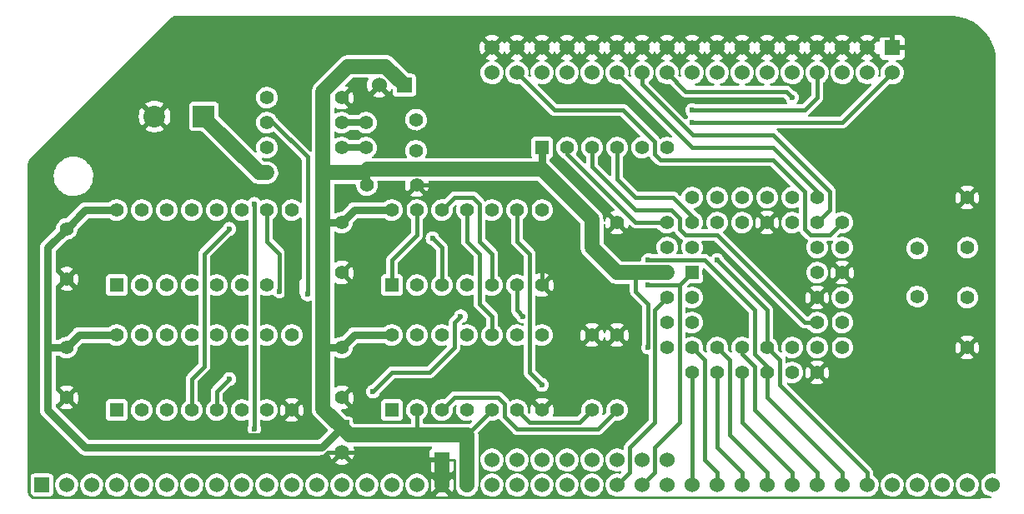
<source format=gbr>
G04 #@! TF.GenerationSoftware,KiCad,Pcbnew,(6.0.2)*
G04 #@! TF.CreationDate,2022-05-10T09:25:42-07:00*
G04 #@! TF.ProjectId,Z80-FDC,5a38302d-4644-4432-9e6b-696361645f70,1.2*
G04 #@! TF.SameCoordinates,Original*
G04 #@! TF.FileFunction,Copper,L1,Top*
G04 #@! TF.FilePolarity,Positive*
%FSLAX46Y46*%
G04 Gerber Fmt 4.6, Leading zero omitted, Abs format (unit mm)*
G04 Created by KiCad (PCBNEW (6.0.2)) date 2022-05-10 09:25:42*
%MOMM*%
%LPD*%
G01*
G04 APERTURE LIST*
G04 #@! TA.AperFunction,ComponentPad*
%ADD10C,1.490980*%
G04 #@! TD*
G04 #@! TA.AperFunction,ComponentPad*
%ADD11R,1.490980X1.490980*%
G04 #@! TD*
G04 #@! TA.AperFunction,ComponentPad*
%ADD12R,1.524000X1.524000*%
G04 #@! TD*
G04 #@! TA.AperFunction,ComponentPad*
%ADD13C,1.524000*%
G04 #@! TD*
G04 #@! TA.AperFunction,ComponentPad*
%ADD14C,1.397000*%
G04 #@! TD*
G04 #@! TA.AperFunction,ComponentPad*
%ADD15R,1.397000X1.397000*%
G04 #@! TD*
G04 #@! TA.AperFunction,ComponentPad*
%ADD16R,2.200000X2.200000*%
G04 #@! TD*
G04 #@! TA.AperFunction,ComponentPad*
%ADD17C,2.200000*%
G04 #@! TD*
G04 #@! TA.AperFunction,ViaPad*
%ADD18C,0.600000*%
G04 #@! TD*
G04 #@! TA.AperFunction,Conductor*
%ADD19C,1.500000*%
G04 #@! TD*
G04 #@! TA.AperFunction,Conductor*
%ADD20C,0.400000*%
G04 #@! TD*
G04 #@! TA.AperFunction,Conductor*
%ADD21C,0.800000*%
G04 #@! TD*
G04 #@! TA.AperFunction,Conductor*
%ADD22C,0.250000*%
G04 #@! TD*
G04 #@! TA.AperFunction,Conductor*
%ADD23C,0.700000*%
G04 #@! TD*
G04 APERTURE END LIST*
D10*
X157480000Y-123678000D03*
D11*
X157480000Y-121178000D03*
D12*
X167640000Y-124460000D03*
D13*
X170180000Y-124460000D03*
X172720000Y-124460000D03*
X175260000Y-124460000D03*
X177800000Y-124460000D03*
X180340000Y-124460000D03*
X182880000Y-124460000D03*
X185420000Y-124460000D03*
X187960000Y-124460000D03*
X190500000Y-124460000D03*
D12*
X127000000Y-127000000D03*
D13*
X129540000Y-127000000D03*
X132080000Y-127000000D03*
X134620000Y-127000000D03*
X137160000Y-127000000D03*
X139700000Y-127000000D03*
X142240000Y-127000000D03*
X144780000Y-127000000D03*
X147320000Y-127000000D03*
X149860000Y-127000000D03*
X152400000Y-127000000D03*
X154940000Y-127000000D03*
X157480000Y-127000000D03*
X160020000Y-127000000D03*
X162560000Y-127000000D03*
X165100000Y-127000000D03*
X167640000Y-127000000D03*
X170180000Y-127000000D03*
X172720000Y-127000000D03*
X175260000Y-127000000D03*
X177800000Y-127000000D03*
X180340000Y-127000000D03*
X182880000Y-127000000D03*
X185420000Y-127000000D03*
X187960000Y-127000000D03*
X190500000Y-127000000D03*
X193040000Y-127000000D03*
X195580000Y-127000000D03*
X198120000Y-127000000D03*
X200660000Y-127000000D03*
X203200000Y-127000000D03*
X205740000Y-127000000D03*
X208280000Y-127000000D03*
X210820000Y-127000000D03*
X213360000Y-127000000D03*
X215900000Y-127000000D03*
X218440000Y-127000000D03*
X220980000Y-127000000D03*
X223520000Y-127000000D03*
D14*
X185420000Y-105410000D03*
X185420000Y-100330000D03*
X129540000Y-106045000D03*
X129540000Y-100965000D03*
X157480000Y-100330000D03*
X157480000Y-105410000D03*
D12*
X163830000Y-86360000D03*
D13*
X161290000Y-86360000D03*
D14*
X129540000Y-113030000D03*
X129540000Y-118110000D03*
X160020000Y-96520000D03*
X165100000Y-96520000D03*
X157480000Y-113030000D03*
X157480000Y-118110000D03*
X220980000Y-102870000D03*
X220980000Y-97790000D03*
X215900000Y-102969060D03*
X215900000Y-107850940D03*
X159931316Y-92717500D03*
X159931316Y-90177500D03*
X165011316Y-93035000D03*
X165011316Y-89860000D03*
X182880000Y-111760000D03*
X182880000Y-119380000D03*
D15*
X162560000Y-119380000D03*
D14*
X165100000Y-119380000D03*
X167640000Y-119380000D03*
X170180000Y-119380000D03*
X172720000Y-119380000D03*
X175260000Y-119380000D03*
X177800000Y-119380000D03*
X177800000Y-111760000D03*
X175260000Y-111760000D03*
X172720000Y-111760000D03*
X170180000Y-111760000D03*
X167640000Y-111760000D03*
X165100000Y-111760000D03*
X162560000Y-111760000D03*
X134620000Y-111760000D03*
X137160000Y-111760000D03*
X139700000Y-111760000D03*
X142240000Y-111760000D03*
X144780000Y-111760000D03*
X147320000Y-111760000D03*
X149860000Y-111760000D03*
X152400000Y-111760000D03*
X152400000Y-119380000D03*
X149860000Y-119380000D03*
X147320000Y-119380000D03*
X144780000Y-119380000D03*
X142240000Y-119380000D03*
X139700000Y-119380000D03*
X137160000Y-119380000D03*
D15*
X134620000Y-119380000D03*
X162560000Y-106680000D03*
D14*
X165100000Y-106680000D03*
X167640000Y-106680000D03*
X170180000Y-106680000D03*
X172720000Y-106680000D03*
X175260000Y-106680000D03*
X177800000Y-106680000D03*
X177800000Y-99060000D03*
X175260000Y-99060000D03*
X172720000Y-99060000D03*
X170180000Y-99060000D03*
X167640000Y-99060000D03*
X165100000Y-99060000D03*
X162560000Y-99060000D03*
D15*
X157480000Y-95250000D03*
D14*
X157480000Y-92710000D03*
X157480000Y-90170000D03*
X157480000Y-87630000D03*
X149860000Y-87630000D03*
X149860000Y-90170000D03*
X149860000Y-92710000D03*
X149860000Y-95250000D03*
D15*
X177800000Y-92710000D03*
D14*
X180340000Y-92710000D03*
X182880000Y-92710000D03*
X185420000Y-92710000D03*
X187960000Y-92710000D03*
X190500000Y-92710000D03*
D16*
X143470000Y-89535000D03*
D17*
X138470000Y-89535000D03*
D15*
X193040000Y-105410000D03*
D14*
X190500000Y-107950000D03*
X193040000Y-107950000D03*
X190500000Y-110490000D03*
X193040000Y-110490000D03*
X190500000Y-113030000D03*
X193040000Y-115570000D03*
X193040000Y-113030000D03*
X195580000Y-115570000D03*
X195580000Y-113030000D03*
X198120000Y-115570000D03*
X198120000Y-113030000D03*
X200660000Y-115570000D03*
X200660000Y-113030000D03*
X203200000Y-115570000D03*
X203200000Y-113030000D03*
X205740000Y-115570000D03*
X208280000Y-113030000D03*
X205740000Y-113030000D03*
X208280000Y-110490000D03*
X205740000Y-110490000D03*
X208280000Y-107950000D03*
X205740000Y-107950000D03*
X208280000Y-105410000D03*
X205740000Y-105410000D03*
X208280000Y-102870000D03*
X205740000Y-102870000D03*
X208280000Y-100330000D03*
X205740000Y-97790000D03*
X205740000Y-100330000D03*
X203200000Y-97790000D03*
X203200000Y-100330000D03*
X200660000Y-97790000D03*
X200660000Y-100330000D03*
X198120000Y-97790000D03*
X198120000Y-100330000D03*
X195580000Y-97790000D03*
X195580000Y-100330000D03*
X193040000Y-97790000D03*
X190500000Y-100330000D03*
X193040000Y-100330000D03*
X190500000Y-102870000D03*
X193040000Y-102870000D03*
X190500000Y-105410000D03*
D15*
X134620000Y-106680000D03*
D14*
X137160000Y-106680000D03*
X139700000Y-106680000D03*
X142240000Y-106680000D03*
X144780000Y-106680000D03*
X147320000Y-106680000D03*
X149860000Y-106680000D03*
X152400000Y-106680000D03*
X152400000Y-99060000D03*
X149860000Y-99060000D03*
X147320000Y-99060000D03*
X144780000Y-99060000D03*
X142240000Y-99060000D03*
X139700000Y-99060000D03*
X137160000Y-99060000D03*
X134620000Y-99060000D03*
X185420000Y-111760000D03*
X185420000Y-119380000D03*
D12*
X213360000Y-82550000D03*
D13*
X213360000Y-85090000D03*
X210820000Y-82550000D03*
X210820000Y-85090000D03*
X208280000Y-82550000D03*
X208280000Y-85090000D03*
X205740000Y-82550000D03*
X205740000Y-85090000D03*
X203200000Y-82550000D03*
X203200000Y-85090000D03*
X200660000Y-82550000D03*
X200660000Y-85090000D03*
X198120000Y-82550000D03*
X198120000Y-85090000D03*
X195580000Y-82550000D03*
X195580000Y-85090000D03*
X193040000Y-82550000D03*
X193040000Y-85090000D03*
X190500000Y-82550000D03*
X190500000Y-85090000D03*
X187960000Y-82550000D03*
X187960000Y-85090000D03*
X185420000Y-82550000D03*
X185420000Y-85090000D03*
X182880000Y-82550000D03*
X182880000Y-85090000D03*
X180340000Y-82550000D03*
X180340000Y-85090000D03*
X177800000Y-82550000D03*
X177800000Y-85090000D03*
X175260000Y-82550000D03*
X175260000Y-85090000D03*
X172720000Y-82550000D03*
X172720000Y-85090000D03*
D14*
X220980000Y-107950000D03*
X220980000Y-113030000D03*
D18*
X138430000Y-104140000D03*
X146685000Y-103187500D03*
X151765000Y-101917500D03*
X138430000Y-109220000D03*
X144780000Y-95885000D03*
X127000000Y-121920000D03*
X190500000Y-96520000D03*
X195580000Y-107950000D03*
X187325000Y-96520000D03*
X195580000Y-102884500D03*
X220980000Y-121920000D03*
X187325000Y-95250000D03*
X203200000Y-110490000D03*
X194310000Y-105410000D03*
X187960000Y-119380000D03*
X195580000Y-110490000D03*
X203200000Y-102870000D03*
X188580500Y-113030000D03*
X148590000Y-98425000D03*
X148590000Y-121285000D03*
X169545000Y-109855000D03*
X160655000Y-117489500D03*
X188595000Y-106680000D03*
X177800000Y-116840000D03*
X188595000Y-104140000D03*
X195580000Y-104140000D03*
X193040000Y-90170000D03*
X193040000Y-88900000D03*
X203200000Y-87630000D03*
X175895000Y-109869500D03*
X153987500Y-107632500D03*
X151130000Y-107315000D03*
X166687500Y-101917500D03*
X146050000Y-100965000D03*
X146050000Y-116219500D03*
D19*
X152400000Y-106680000D02*
X152400000Y-108585000D01*
X152400000Y-106680000D02*
X152400000Y-102552500D01*
X152400000Y-102552500D02*
X151765000Y-101917500D01*
D20*
X151130000Y-107315000D02*
X151130000Y-103505000D01*
X151130000Y-103505000D02*
X149860000Y-102235000D01*
X149860000Y-102235000D02*
X149860000Y-99060000D01*
X142240000Y-116205000D02*
X142240000Y-119380000D01*
X143510000Y-114935000D02*
X142240000Y-116205000D01*
X143510000Y-103505000D02*
X143510000Y-114935000D01*
X146050000Y-100965000D02*
X143510000Y-103505000D01*
X149987000Y-97282000D02*
X146217000Y-97282000D01*
X151130000Y-98425000D02*
X149987000Y-97282000D01*
X151130000Y-101282500D02*
X151130000Y-98425000D01*
X151765000Y-101917500D02*
X151130000Y-101282500D01*
X146217000Y-97282000D02*
X138470000Y-89535000D01*
X153987500Y-107632500D02*
X153987500Y-93662500D01*
X153987500Y-93662500D02*
X150495000Y-90170000D01*
X150495000Y-90170000D02*
X149860000Y-90170000D01*
D19*
X143470000Y-89622000D02*
X143470000Y-89535000D01*
X149098000Y-95250000D02*
X143470000Y-89622000D01*
X149860000Y-95250000D02*
X149098000Y-95250000D01*
D20*
X155237982Y-124460000D02*
X154940000Y-124460000D01*
X156019982Y-123678000D02*
X155237982Y-124460000D01*
X165588000Y-123678000D02*
X156019982Y-123678000D01*
X166370000Y-124460000D02*
X165588000Y-123678000D01*
D21*
X127635000Y-119380000D02*
X127635000Y-113030000D01*
X155150019Y-123190000D02*
X131445000Y-123190000D01*
X131445000Y-123190000D02*
X127635000Y-119380000D01*
X155169539Y-123170480D02*
X155150019Y-123190000D01*
X157480000Y-121158000D02*
X155467520Y-123170480D01*
X155467520Y-123170480D02*
X155169539Y-123170480D01*
D20*
X165100000Y-121920000D02*
X165100000Y-119380000D01*
D19*
X170180000Y-121920000D02*
X165100000Y-121920000D01*
X165100000Y-121920000D02*
X158242000Y-121920000D01*
X158242000Y-121920000D02*
X157480000Y-121158000D01*
X155575000Y-119253000D02*
X157480000Y-121158000D01*
X155575000Y-113030000D02*
X155575000Y-119253000D01*
D20*
X182880000Y-82550000D02*
X184150000Y-81280000D01*
D22*
X187960000Y-114300000D02*
X187960000Y-119380000D01*
X195594500Y-102884500D02*
X195580000Y-102884500D01*
X195580000Y-107950000D02*
X195580000Y-106680000D01*
X136247500Y-91757500D02*
X138470000Y-89535000D01*
D20*
X190500000Y-82550000D02*
X191770000Y-81280000D01*
D22*
X187325000Y-96520000D02*
X190500000Y-96520000D01*
D20*
X162560000Y-101600000D02*
X163830000Y-100330000D01*
D22*
X168910000Y-124460000D02*
X167640000Y-124460000D01*
D20*
X153670000Y-109855000D02*
X152400000Y-108585000D01*
D22*
X196850000Y-98425000D02*
X197485000Y-99060000D01*
D20*
X187960000Y-82550000D02*
X189230000Y-81280000D01*
X177800000Y-106680000D02*
X182880000Y-111760000D01*
D22*
X127000000Y-121920000D02*
X127000000Y-124460000D01*
D20*
X167640000Y-124460000D02*
X166370000Y-124460000D01*
D22*
X127000000Y-124460000D02*
X125730000Y-124460000D01*
D20*
X177800000Y-103505000D02*
X177800000Y-106680000D01*
D22*
X167640000Y-127000000D02*
X168910000Y-128270000D01*
D20*
X152400000Y-119380000D02*
X153670000Y-118110000D01*
X219710000Y-111760000D02*
X220980000Y-113030000D01*
X198120000Y-82550000D02*
X199390000Y-81280000D01*
X157480000Y-105410000D02*
X161290000Y-101600000D01*
D22*
X205740000Y-107950000D02*
X208280000Y-105410000D01*
X204470000Y-111760000D02*
X204470000Y-114300000D01*
X168910000Y-128270000D02*
X222250000Y-128270000D01*
X126047500Y-128270000D02*
X125730000Y-127952500D01*
D20*
X209550000Y-81280000D02*
X210820000Y-82550000D01*
X180340000Y-82550000D02*
X181610000Y-81280000D01*
X176530000Y-81280000D02*
X177800000Y-82550000D01*
D22*
X154940000Y-124460000D02*
X127000000Y-124460000D01*
X222250000Y-121920000D02*
X222250000Y-114300000D01*
X196215000Y-96520000D02*
X190500000Y-96520000D01*
X222250000Y-128270000D02*
X222250000Y-121920000D01*
D20*
X133364511Y-121934511D02*
X149845489Y-121934511D01*
X175260000Y-82550000D02*
X176530000Y-81280000D01*
D22*
X203200000Y-105410000D02*
X205740000Y-107950000D01*
D20*
X219710000Y-82550000D02*
X213360000Y-82550000D01*
D22*
X166370000Y-128270000D02*
X166370000Y-124460000D01*
D20*
X201930000Y-81280000D02*
X203200000Y-82550000D01*
X208280000Y-82550000D02*
X209550000Y-81280000D01*
X203200000Y-82550000D02*
X204470000Y-81280000D01*
X194310000Y-81280000D02*
X195580000Y-82550000D01*
X184150000Y-110490000D02*
X185420000Y-111760000D01*
X176530000Y-102235000D02*
X177800000Y-103505000D01*
X175260000Y-96520000D02*
X176530000Y-97790000D01*
X219710000Y-99060000D02*
X220980000Y-97790000D01*
D22*
X167640000Y-127000000D02*
X166370000Y-128270000D01*
D20*
X179070000Y-81280000D02*
X180340000Y-82550000D01*
X182880000Y-111760000D02*
X184150000Y-110490000D01*
D22*
X195580000Y-106680000D02*
X194310000Y-105410000D01*
D20*
X186690000Y-81280000D02*
X187960000Y-82550000D01*
X185420000Y-82550000D02*
X186690000Y-81280000D01*
D22*
X132715000Y-109220000D02*
X138430000Y-109220000D01*
D20*
X173990000Y-81280000D02*
X175260000Y-82550000D01*
X163830000Y-97790000D02*
X165100000Y-96520000D01*
X220980000Y-97790000D02*
X219710000Y-96520000D01*
X172720000Y-82550000D02*
X173990000Y-81280000D01*
X165100000Y-96520000D02*
X175260000Y-96520000D01*
X191770000Y-81280000D02*
X193040000Y-82550000D01*
D22*
X125730000Y-127952500D02*
X125730000Y-124460000D01*
D20*
X204470000Y-81280000D02*
X205740000Y-82550000D01*
D22*
X125730000Y-127952500D02*
X125730000Y-94297500D01*
X196850000Y-97155000D02*
X196215000Y-96520000D01*
X203200000Y-110490000D02*
X204470000Y-111760000D01*
D20*
X207010000Y-81280000D02*
X208280000Y-82550000D01*
D22*
X195580000Y-107950000D02*
X195580000Y-110490000D01*
D20*
X205740000Y-115570000D02*
X207010000Y-114300000D01*
D22*
X196850000Y-97155000D02*
X196850000Y-98425000D01*
D20*
X189230000Y-81280000D02*
X190500000Y-82550000D01*
X213360000Y-81280000D02*
X213360000Y-82550000D01*
X207010000Y-109220000D02*
X207010000Y-111760000D01*
D22*
X128270000Y-91757500D02*
X136247500Y-91757500D01*
D20*
X163830000Y-100330000D02*
X163830000Y-97790000D01*
X200660000Y-82550000D02*
X201930000Y-81280000D01*
X176530000Y-97790000D02*
X176530000Y-102235000D01*
X129540000Y-118110000D02*
X133364511Y-121934511D01*
X161290000Y-101600000D02*
X162560000Y-101600000D01*
X219710000Y-111760000D02*
X207010000Y-111760000D01*
X181610000Y-81280000D02*
X182880000Y-82550000D01*
X193040000Y-82550000D02*
X194310000Y-81280000D01*
D22*
X199390000Y-99060000D02*
X200660000Y-100330000D01*
X166370000Y-128270000D02*
X168910000Y-128270000D01*
X203200000Y-110490000D02*
X195594500Y-102884500D01*
X125730000Y-94297500D02*
X128270000Y-91757500D01*
X168910000Y-128270000D02*
X168910000Y-124460000D01*
D20*
X184150000Y-81280000D02*
X185420000Y-82550000D01*
X153670000Y-118110000D02*
X153670000Y-109855000D01*
X205740000Y-107950000D02*
X207010000Y-109220000D01*
X177800000Y-82550000D02*
X179070000Y-81280000D01*
D22*
X200660000Y-100330000D02*
X203200000Y-102870000D01*
X129540000Y-106045000D02*
X132715000Y-109220000D01*
D20*
X212090000Y-81280000D02*
X213360000Y-81280000D01*
D22*
X204470000Y-114300000D02*
X205740000Y-115570000D01*
D20*
X196850000Y-81280000D02*
X198120000Y-82550000D01*
X210820000Y-82550000D02*
X212090000Y-81280000D01*
X195580000Y-82550000D02*
X196850000Y-81280000D01*
X219710000Y-111760000D02*
X219710000Y-99060000D01*
X207010000Y-111760000D02*
X207010000Y-114300000D01*
X219710000Y-96520000D02*
X219710000Y-82550000D01*
D22*
X185420000Y-111760000D02*
X187960000Y-114300000D01*
X166370000Y-128270000D02*
X126047500Y-128270000D01*
X197485000Y-99060000D02*
X199390000Y-99060000D01*
D20*
X205740000Y-82550000D02*
X207010000Y-81280000D01*
X199390000Y-81280000D02*
X200660000Y-82550000D01*
D22*
X203200000Y-102870000D02*
X203200000Y-105410000D01*
X222250000Y-121920000D02*
X220980000Y-121920000D01*
X222250000Y-114300000D02*
X220980000Y-113030000D01*
D20*
X149845489Y-121934511D02*
X152400000Y-119380000D01*
D19*
X167640000Y-127000000D02*
X167640000Y-124460000D01*
D21*
X134620000Y-111760000D02*
X130810000Y-111760000D01*
X158750000Y-111760000D02*
X157480000Y-113030000D01*
D19*
X170180000Y-127000000D02*
X170180000Y-124460000D01*
X163830000Y-86360000D02*
X161925000Y-84455000D01*
D21*
X158750000Y-99060000D02*
X157480000Y-100330000D01*
X157480000Y-113030000D02*
X155575000Y-113030000D01*
D23*
X160020000Y-94996000D02*
X160020000Y-96520000D01*
D19*
X160020000Y-94996000D02*
X159766000Y-95250000D01*
D21*
X130810000Y-111760000D02*
X129540000Y-113030000D01*
X177800000Y-92710000D02*
X177800000Y-94932500D01*
D19*
X160094011Y-94921989D02*
X177789489Y-94921989D01*
X155575000Y-86995000D02*
X155575000Y-95250000D01*
X177789489Y-94921989D02*
X177800000Y-94932500D01*
D20*
X187325000Y-105410000D02*
X187325000Y-107315000D01*
X187325000Y-107315000D02*
X188580500Y-108570500D01*
X170180000Y-121920000D02*
X172720000Y-119380000D01*
D21*
X162560000Y-111760000D02*
X158750000Y-111760000D01*
D19*
X160020000Y-94996000D02*
X160094011Y-94921989D01*
D20*
X188580500Y-113030000D02*
X188580500Y-108570500D01*
D21*
X157480000Y-100330000D02*
X155575000Y-100330000D01*
X129540000Y-100965000D02*
X127635000Y-102870000D01*
D19*
X155575000Y-100330000D02*
X155575000Y-95250000D01*
D21*
X129540000Y-113030000D02*
X127635000Y-113030000D01*
D19*
X182880000Y-102870000D02*
X185420000Y-105410000D01*
X182880000Y-100012500D02*
X182880000Y-102870000D01*
X161925000Y-84455000D02*
X158115000Y-84455000D01*
X170180000Y-124460000D02*
X170180000Y-121920000D01*
D21*
X131445000Y-99060000D02*
X129540000Y-100965000D01*
D19*
X159766000Y-95250000D02*
X155575000Y-95250000D01*
D21*
X162560000Y-99060000D02*
X158750000Y-99060000D01*
D19*
X185420000Y-105410000D02*
X187325000Y-105410000D01*
X177800000Y-94932500D02*
X182880000Y-100012500D01*
X187325000Y-105410000D02*
X190500000Y-105410000D01*
D21*
X134620000Y-99060000D02*
X131445000Y-99060000D01*
D19*
X155575000Y-113030000D02*
X155575000Y-100330000D01*
D21*
X127635000Y-102870000D02*
X127635000Y-113030000D01*
D19*
X158115000Y-84455000D02*
X155575000Y-86995000D01*
D20*
X148590000Y-98425000D02*
X148590000Y-121285000D01*
X162560000Y-115570000D02*
X160655000Y-117475000D01*
X168910000Y-113030000D02*
X166370000Y-115570000D01*
X168910000Y-110490000D02*
X168910000Y-113030000D01*
X166370000Y-115570000D02*
X162560000Y-115570000D01*
X160655000Y-117475000D02*
X160655000Y-117489500D01*
X169545000Y-109855000D02*
X168910000Y-110490000D01*
X186690000Y-123190000D02*
X189230000Y-120650000D01*
X189230000Y-120650000D02*
X189230000Y-109220000D01*
X186690000Y-125730000D02*
X186690000Y-123190000D01*
X185420000Y-127000000D02*
X186690000Y-125730000D01*
X189230000Y-109220000D02*
X190500000Y-107950000D01*
X171450000Y-98425000D02*
X171450000Y-102235000D01*
X170815000Y-97790000D02*
X171450000Y-98425000D01*
X191770000Y-106680000D02*
X193040000Y-105410000D01*
X171450000Y-102235000D02*
X172720000Y-103505000D01*
X191770000Y-106680000D02*
X191770000Y-120650000D01*
X189230000Y-125730000D02*
X189230000Y-123190000D01*
X167640000Y-99060000D02*
X168910000Y-97790000D01*
X187960000Y-127000000D02*
X189230000Y-125730000D01*
X191770000Y-106680000D02*
X188595000Y-106680000D01*
X172720000Y-103505000D02*
X172720000Y-106680000D01*
X168910000Y-97790000D02*
X170815000Y-97790000D01*
X191770000Y-120650000D02*
X189230000Y-123190000D01*
X176544511Y-115584511D02*
X177800000Y-116840000D01*
X175260000Y-102235000D02*
X176530000Y-103505000D01*
X175260000Y-99060000D02*
X175260000Y-102235000D01*
X176530000Y-106045000D02*
X176544511Y-106059511D01*
X176530000Y-103505000D02*
X176530000Y-106045000D01*
X176544511Y-106059511D02*
X176544511Y-115584511D01*
X193040000Y-115570000D02*
X193040000Y-127000000D01*
X193040000Y-113030000D02*
X194310000Y-114300000D01*
X195580000Y-125730000D02*
X195580000Y-127000000D01*
X194310000Y-124460000D02*
X195580000Y-125730000D01*
X194310000Y-114300000D02*
X194310000Y-124460000D01*
X195580000Y-123190000D02*
X195580000Y-115570000D01*
X198120000Y-127000000D02*
X198120000Y-125730000D01*
X198120000Y-125730000D02*
X195580000Y-123190000D01*
X196850000Y-121920000D02*
X200660000Y-125730000D01*
X195580000Y-113030000D02*
X196850000Y-114300000D01*
X200660000Y-125730000D02*
X200660000Y-127000000D01*
X196850000Y-114300000D02*
X196850000Y-121920000D01*
X203200000Y-125730000D02*
X198120000Y-120650000D01*
X198120000Y-120650000D02*
X198120000Y-115570000D01*
X203200000Y-127000000D02*
X203200000Y-125730000D01*
X205740000Y-125730000D02*
X205740000Y-127000000D01*
X198120000Y-113665000D02*
X199390000Y-114935000D01*
X199390000Y-119380000D02*
X205740000Y-125730000D01*
X199390000Y-114935000D02*
X199390000Y-119380000D01*
X198120000Y-113030000D02*
X198120000Y-113665000D01*
X199390000Y-109220000D02*
X199390000Y-113665000D01*
X200660000Y-114935000D02*
X200660000Y-115570000D01*
X208280000Y-125730000D02*
X208280000Y-127000000D01*
X200660000Y-115570000D02*
X200660000Y-118110000D01*
X200660000Y-118110000D02*
X208280000Y-125730000D01*
X194310000Y-104140000D02*
X199390000Y-109220000D01*
X188595000Y-104140000D02*
X194310000Y-104140000D01*
X199390000Y-113665000D02*
X200660000Y-114935000D01*
X201930000Y-114300000D02*
X201930000Y-116840000D01*
X201930000Y-116840000D02*
X210820000Y-125730000D01*
X195580000Y-104140000D02*
X200660000Y-109220000D01*
X200660000Y-109220000D02*
X200660000Y-113030000D01*
X200660000Y-113030000D02*
X201930000Y-114300000D01*
X210820000Y-125730000D02*
X210820000Y-127000000D01*
X208280000Y-90170000D02*
X213360000Y-85090000D01*
X193040000Y-90170000D02*
X208280000Y-90170000D01*
X193040000Y-88900000D02*
X204470000Y-88900000D01*
X204470000Y-88900000D02*
X205740000Y-87630000D01*
X205740000Y-87630000D02*
X205740000Y-85090000D01*
X203200000Y-87622750D02*
X202572250Y-86995000D01*
X202572250Y-86995000D02*
X192405000Y-86995000D01*
X192405000Y-86995000D02*
X190500000Y-85090000D01*
X203200000Y-87630000D02*
X203200000Y-87622750D01*
X193111069Y-91440000D02*
X187960000Y-86288931D01*
X207010000Y-99060000D02*
X207010000Y-97155000D01*
X201295000Y-91440000D02*
X193111069Y-91440000D01*
X207010000Y-97155000D02*
X201295000Y-91440000D01*
X187960000Y-86288931D02*
X187960000Y-85090000D01*
X205740000Y-100330000D02*
X207010000Y-99060000D01*
X201295000Y-92710000D02*
X193040000Y-92710000D01*
X193040000Y-92710000D02*
X185420000Y-85090000D01*
X205740000Y-97155000D02*
X201295000Y-92710000D01*
X205740000Y-97790000D02*
X205740000Y-97155000D01*
X207010000Y-101600000D02*
X205105000Y-101600000D01*
X205105000Y-101600000D02*
X204470000Y-100965000D01*
X201295000Y-93980000D02*
X204470000Y-97155000D01*
X204470000Y-97155000D02*
X204470000Y-100965000D01*
X189230000Y-93345000D02*
X189230000Y-92075000D01*
X186055000Y-88900000D02*
X179070000Y-88900000D01*
X189865000Y-93980000D02*
X189230000Y-93345000D01*
X208280000Y-100330000D02*
X207010000Y-101600000D01*
X179070000Y-88900000D02*
X175260000Y-85090000D01*
X189865000Y-93980000D02*
X201295000Y-93980000D01*
X189230000Y-92075000D02*
X186055000Y-88900000D01*
X191770000Y-100965000D02*
X192405000Y-101600000D01*
X195580000Y-101600000D02*
X204470000Y-110490000D01*
X192405000Y-101600000D02*
X195580000Y-101600000D01*
X204470000Y-110490000D02*
X205740000Y-110490000D01*
X191770000Y-99906444D02*
X191770000Y-100965000D01*
X182880000Y-92710000D02*
X182880000Y-94615000D01*
X182880000Y-94615000D02*
X187325000Y-99060000D01*
X187325000Y-99060000D02*
X190923556Y-99060000D01*
X190923556Y-99060000D02*
X191770000Y-99906444D01*
X193040000Y-100330000D02*
X193040000Y-99695000D01*
X187325000Y-97790000D02*
X185420000Y-95885000D01*
X185420000Y-95885000D02*
X185420000Y-92710000D01*
X193040000Y-99695000D02*
X191135000Y-97790000D01*
X191135000Y-97790000D02*
X187325000Y-97790000D01*
X190500000Y-100330000D02*
X187325000Y-100330000D01*
X187325000Y-100330000D02*
X180340000Y-93345000D01*
X180340000Y-93345000D02*
X180340000Y-92710000D01*
X181610000Y-120650000D02*
X182880000Y-119380000D01*
X175260000Y-119380000D02*
X176530000Y-120650000D01*
X176530000Y-120650000D02*
X181610000Y-120650000D01*
X175260000Y-109234500D02*
X175260000Y-106680000D01*
X175895000Y-109869500D02*
X175260000Y-109234500D01*
X166687500Y-101917500D02*
X167640000Y-102870000D01*
X167640000Y-102870000D02*
X167640000Y-106680000D01*
X162560000Y-104140000D02*
X162560000Y-106680000D01*
X165100000Y-101600000D02*
X165100000Y-99060000D01*
X162560000Y-104140000D02*
X165100000Y-101600000D01*
X171450000Y-103505000D02*
X171450000Y-108585000D01*
X172720000Y-109855000D02*
X172720000Y-111760000D01*
X170180000Y-102235000D02*
X171450000Y-103505000D01*
X171450000Y-108585000D02*
X172720000Y-109855000D01*
X170180000Y-99060000D02*
X170180000Y-102235000D01*
X183515000Y-121285000D02*
X185420000Y-119380000D01*
X167640000Y-119380000D02*
X168910000Y-118110000D01*
X173355000Y-118110000D02*
X173990000Y-118745000D01*
X173990000Y-118745000D02*
X173990000Y-120015000D01*
X175260000Y-121285000D02*
X183515000Y-121285000D01*
X168910000Y-118110000D02*
X173355000Y-118110000D01*
X144780000Y-117489500D02*
X144780000Y-119380000D01*
X173990000Y-120015000D02*
X175260000Y-121285000D01*
X146050000Y-116219500D02*
X144780000Y-117489500D01*
D23*
X159923816Y-92710000D02*
X159931316Y-92717500D01*
X157480000Y-92710000D02*
X159923816Y-92710000D01*
X159923816Y-90170000D02*
X159931316Y-90177500D01*
X157480000Y-90170000D02*
X159923816Y-90170000D01*
G04 #@! TA.AperFunction,Conductor*
G36*
X219178815Y-79293619D02*
G01*
X219202600Y-79297386D01*
X219210296Y-79296167D01*
X219210297Y-79296167D01*
X219217431Y-79295037D01*
X219237238Y-79293912D01*
X219607917Y-79310097D01*
X219616520Y-79310850D01*
X220014463Y-79363239D01*
X220022969Y-79364739D01*
X220414828Y-79451612D01*
X220423169Y-79453847D01*
X220805980Y-79574547D01*
X220814082Y-79577495D01*
X220985299Y-79648416D01*
X221184915Y-79731100D01*
X221192742Y-79734750D01*
X221548771Y-79920087D01*
X221556231Y-79924393D01*
X221584589Y-79942459D01*
X221894770Y-80140066D01*
X221901844Y-80145020D01*
X222220276Y-80389362D01*
X222226880Y-80394903D01*
X222522823Y-80666085D01*
X222528915Y-80672177D01*
X222800097Y-80968120D01*
X222805638Y-80974724D01*
X223049980Y-81293156D01*
X223054933Y-81300229D01*
X223270607Y-81638769D01*
X223274913Y-81646229D01*
X223403044Y-81892366D01*
X223460250Y-82002258D01*
X223463900Y-82010085D01*
X223597630Y-82332935D01*
X223617502Y-82380911D01*
X223620453Y-82389020D01*
X223739651Y-82767065D01*
X223741153Y-82771830D01*
X223743388Y-82780172D01*
X223830261Y-83172031D01*
X223831761Y-83180537D01*
X223884150Y-83578480D01*
X223884903Y-83587083D01*
X223901088Y-83957762D01*
X223899963Y-83977569D01*
X223897614Y-83992400D01*
X223898833Y-84000096D01*
X223901381Y-84016184D01*
X223902600Y-84031671D01*
X223902600Y-125770113D01*
X223883693Y-125828304D01*
X223834193Y-125864268D01*
X223784286Y-125867211D01*
X223646489Y-125839802D01*
X223646490Y-125839802D01*
X223642035Y-125838916D01*
X223533958Y-125837501D01*
X223432940Y-125836178D01*
X223432935Y-125836178D01*
X223428401Y-125836119D01*
X223423926Y-125836888D01*
X223423925Y-125836888D01*
X223412123Y-125838916D01*
X223217834Y-125872301D01*
X223017387Y-125946250D01*
X223013488Y-125948569D01*
X223013483Y-125948572D01*
X222837678Y-126053165D01*
X222833772Y-126055489D01*
X222830357Y-126058484D01*
X222830354Y-126058486D01*
X222776454Y-126105756D01*
X222673140Y-126196360D01*
X222540869Y-126364145D01*
X222441389Y-126553225D01*
X222419411Y-126624005D01*
X222389539Y-126720210D01*
X222378032Y-126757267D01*
X222377498Y-126761777D01*
X222377498Y-126761778D01*
X222371712Y-126810669D01*
X222352920Y-126969439D01*
X222366894Y-127182634D01*
X222368010Y-127187027D01*
X222368010Y-127187029D01*
X222400058Y-127313219D01*
X222419485Y-127389713D01*
X222508933Y-127583740D01*
X222632241Y-127758218D01*
X222785281Y-127907302D01*
X222789056Y-127909824D01*
X222789058Y-127909826D01*
X222870689Y-127964370D01*
X222962927Y-128026001D01*
X223159229Y-128110339D01*
X223344768Y-128152323D01*
X223397350Y-128183606D01*
X223421503Y-128239822D01*
X223407999Y-128299499D01*
X223361998Y-128339841D01*
X223334004Y-128347258D01*
X223318324Y-128349025D01*
X223302087Y-128348661D01*
X223302087Y-128348832D01*
X223294293Y-128348832D01*
X223286599Y-128347614D01*
X223262815Y-128351381D01*
X223247328Y-128352600D01*
X221126034Y-128352600D01*
X221067843Y-128333693D01*
X221031879Y-128284193D01*
X221031879Y-128223007D01*
X221067843Y-128173507D01*
X221111828Y-128155625D01*
X221248046Y-128135874D01*
X221252543Y-128135222D01*
X221256842Y-128133763D01*
X221256845Y-128133762D01*
X221450556Y-128068006D01*
X221454857Y-128066546D01*
X221641268Y-127962151D01*
X221805533Y-127825533D01*
X221942151Y-127661268D01*
X222046546Y-127474857D01*
X222076943Y-127385311D01*
X222113762Y-127276845D01*
X222113763Y-127276842D01*
X222115222Y-127272543D01*
X222118222Y-127251851D01*
X222145460Y-127064001D01*
X222145461Y-127063993D01*
X222145880Y-127061101D01*
X222147328Y-127005828D01*
X222147404Y-127002914D01*
X222147404Y-127002909D01*
X222147480Y-127000000D01*
X222146945Y-126994172D01*
X222130500Y-126815212D01*
X222127930Y-126787244D01*
X222097453Y-126679181D01*
X222071168Y-126585981D01*
X222071168Y-126585980D01*
X222069936Y-126581613D01*
X222059305Y-126560055D01*
X221977451Y-126394070D01*
X221977449Y-126394066D01*
X221975440Y-126389993D01*
X221847607Y-126218803D01*
X221690717Y-126073776D01*
X221658056Y-126053168D01*
X221513862Y-125962189D01*
X221510025Y-125959768D01*
X221311582Y-125880597D01*
X221102035Y-125838916D01*
X220993958Y-125837501D01*
X220892940Y-125836178D01*
X220892935Y-125836178D01*
X220888401Y-125836119D01*
X220883926Y-125836888D01*
X220883925Y-125836888D01*
X220872123Y-125838916D01*
X220677834Y-125872301D01*
X220477387Y-125946250D01*
X220473488Y-125948569D01*
X220473483Y-125948572D01*
X220297678Y-126053165D01*
X220293772Y-126055489D01*
X220290357Y-126058484D01*
X220290354Y-126058486D01*
X220236454Y-126105756D01*
X220133140Y-126196360D01*
X220000869Y-126364145D01*
X219901389Y-126553225D01*
X219879411Y-126624005D01*
X219849539Y-126720210D01*
X219838032Y-126757267D01*
X219837498Y-126761777D01*
X219837498Y-126761778D01*
X219831712Y-126810669D01*
X219812920Y-126969439D01*
X219826894Y-127182634D01*
X219828010Y-127187027D01*
X219828010Y-127187029D01*
X219860058Y-127313219D01*
X219879485Y-127389713D01*
X219968933Y-127583740D01*
X220092241Y-127758218D01*
X220245281Y-127907302D01*
X220249056Y-127909824D01*
X220249058Y-127909826D01*
X220330689Y-127964370D01*
X220422927Y-128026001D01*
X220619229Y-128110339D01*
X220825620Y-128157041D01*
X220878203Y-128188325D01*
X220902356Y-128244542D01*
X220888852Y-128304218D01*
X220842850Y-128344560D01*
X220803771Y-128352600D01*
X218586034Y-128352600D01*
X218527843Y-128333693D01*
X218491879Y-128284193D01*
X218491879Y-128223007D01*
X218527843Y-128173507D01*
X218571828Y-128155625D01*
X218708046Y-128135874D01*
X218712543Y-128135222D01*
X218716842Y-128133763D01*
X218716845Y-128133762D01*
X218910556Y-128068006D01*
X218914857Y-128066546D01*
X219101268Y-127962151D01*
X219265533Y-127825533D01*
X219402151Y-127661268D01*
X219506546Y-127474857D01*
X219536943Y-127385311D01*
X219573762Y-127276845D01*
X219573763Y-127276842D01*
X219575222Y-127272543D01*
X219578222Y-127251851D01*
X219605460Y-127064001D01*
X219605461Y-127063993D01*
X219605880Y-127061101D01*
X219607328Y-127005828D01*
X219607404Y-127002914D01*
X219607404Y-127002909D01*
X219607480Y-127000000D01*
X219606945Y-126994172D01*
X219590500Y-126815212D01*
X219587930Y-126787244D01*
X219557453Y-126679181D01*
X219531168Y-126585981D01*
X219531168Y-126585980D01*
X219529936Y-126581613D01*
X219519305Y-126560055D01*
X219437451Y-126394070D01*
X219437449Y-126394066D01*
X219435440Y-126389993D01*
X219307607Y-126218803D01*
X219150717Y-126073776D01*
X219118056Y-126053168D01*
X218973862Y-125962189D01*
X218970025Y-125959768D01*
X218771582Y-125880597D01*
X218562035Y-125838916D01*
X218453958Y-125837501D01*
X218352940Y-125836178D01*
X218352935Y-125836178D01*
X218348401Y-125836119D01*
X218343926Y-125836888D01*
X218343925Y-125836888D01*
X218332123Y-125838916D01*
X218137834Y-125872301D01*
X217937387Y-125946250D01*
X217933488Y-125948569D01*
X217933483Y-125948572D01*
X217757678Y-126053165D01*
X217753772Y-126055489D01*
X217750357Y-126058484D01*
X217750354Y-126058486D01*
X217696454Y-126105756D01*
X217593140Y-126196360D01*
X217460869Y-126364145D01*
X217361389Y-126553225D01*
X217339411Y-126624005D01*
X217309539Y-126720210D01*
X217298032Y-126757267D01*
X217297498Y-126761777D01*
X217297498Y-126761778D01*
X217291712Y-126810669D01*
X217272920Y-126969439D01*
X217286894Y-127182634D01*
X217288010Y-127187027D01*
X217288010Y-127187029D01*
X217320058Y-127313219D01*
X217339485Y-127389713D01*
X217428933Y-127583740D01*
X217552241Y-127758218D01*
X217705281Y-127907302D01*
X217709056Y-127909824D01*
X217709058Y-127909826D01*
X217790689Y-127964370D01*
X217882927Y-128026001D01*
X218079229Y-128110339D01*
X218285620Y-128157041D01*
X218338203Y-128188325D01*
X218362356Y-128244542D01*
X218348852Y-128304218D01*
X218302850Y-128344560D01*
X218263771Y-128352600D01*
X216046034Y-128352600D01*
X215987843Y-128333693D01*
X215951879Y-128284193D01*
X215951879Y-128223007D01*
X215987843Y-128173507D01*
X216031828Y-128155625D01*
X216168046Y-128135874D01*
X216172543Y-128135222D01*
X216176842Y-128133763D01*
X216176845Y-128133762D01*
X216370556Y-128068006D01*
X216374857Y-128066546D01*
X216561268Y-127962151D01*
X216725533Y-127825533D01*
X216862151Y-127661268D01*
X216966546Y-127474857D01*
X216996943Y-127385311D01*
X217033762Y-127276845D01*
X217033763Y-127276842D01*
X217035222Y-127272543D01*
X217038222Y-127251851D01*
X217065460Y-127064001D01*
X217065461Y-127063993D01*
X217065880Y-127061101D01*
X217067328Y-127005828D01*
X217067404Y-127002914D01*
X217067404Y-127002909D01*
X217067480Y-127000000D01*
X217066945Y-126994172D01*
X217050500Y-126815212D01*
X217047930Y-126787244D01*
X217017453Y-126679181D01*
X216991168Y-126585981D01*
X216991168Y-126585980D01*
X216989936Y-126581613D01*
X216979305Y-126560055D01*
X216897451Y-126394070D01*
X216897449Y-126394066D01*
X216895440Y-126389993D01*
X216767607Y-126218803D01*
X216610717Y-126073776D01*
X216578056Y-126053168D01*
X216433862Y-125962189D01*
X216430025Y-125959768D01*
X216231582Y-125880597D01*
X216022035Y-125838916D01*
X215913958Y-125837501D01*
X215812940Y-125836178D01*
X215812935Y-125836178D01*
X215808401Y-125836119D01*
X215803926Y-125836888D01*
X215803925Y-125836888D01*
X215792123Y-125838916D01*
X215597834Y-125872301D01*
X215397387Y-125946250D01*
X215393488Y-125948569D01*
X215393483Y-125948572D01*
X215217678Y-126053165D01*
X215213772Y-126055489D01*
X215210357Y-126058484D01*
X215210354Y-126058486D01*
X215156454Y-126105756D01*
X215053140Y-126196360D01*
X214920869Y-126364145D01*
X214821389Y-126553225D01*
X214799411Y-126624005D01*
X214769539Y-126720210D01*
X214758032Y-126757267D01*
X214757498Y-126761777D01*
X214757498Y-126761778D01*
X214751712Y-126810669D01*
X214732920Y-126969439D01*
X214746894Y-127182634D01*
X214748010Y-127187027D01*
X214748010Y-127187029D01*
X214780058Y-127313219D01*
X214799485Y-127389713D01*
X214888933Y-127583740D01*
X215012241Y-127758218D01*
X215165281Y-127907302D01*
X215169056Y-127909824D01*
X215169058Y-127909826D01*
X215250689Y-127964370D01*
X215342927Y-128026001D01*
X215539229Y-128110339D01*
X215745620Y-128157041D01*
X215798203Y-128188325D01*
X215822356Y-128244542D01*
X215808852Y-128304218D01*
X215762850Y-128344560D01*
X215723771Y-128352600D01*
X213506034Y-128352600D01*
X213447843Y-128333693D01*
X213411879Y-128284193D01*
X213411879Y-128223007D01*
X213447843Y-128173507D01*
X213491828Y-128155625D01*
X213628046Y-128135874D01*
X213632543Y-128135222D01*
X213636842Y-128133763D01*
X213636845Y-128133762D01*
X213830556Y-128068006D01*
X213834857Y-128066546D01*
X214021268Y-127962151D01*
X214185533Y-127825533D01*
X214322151Y-127661268D01*
X214426546Y-127474857D01*
X214456943Y-127385311D01*
X214493762Y-127276845D01*
X214493763Y-127276842D01*
X214495222Y-127272543D01*
X214498222Y-127251851D01*
X214525460Y-127064001D01*
X214525461Y-127063993D01*
X214525880Y-127061101D01*
X214527328Y-127005828D01*
X214527404Y-127002914D01*
X214527404Y-127002909D01*
X214527480Y-127000000D01*
X214526945Y-126994172D01*
X214510500Y-126815212D01*
X214507930Y-126787244D01*
X214477453Y-126679181D01*
X214451168Y-126585981D01*
X214451168Y-126585980D01*
X214449936Y-126581613D01*
X214439305Y-126560055D01*
X214357451Y-126394070D01*
X214357449Y-126394066D01*
X214355440Y-126389993D01*
X214227607Y-126218803D01*
X214070717Y-126073776D01*
X214038056Y-126053168D01*
X213893862Y-125962189D01*
X213890025Y-125959768D01*
X213691582Y-125880597D01*
X213482035Y-125838916D01*
X213373958Y-125837501D01*
X213272940Y-125836178D01*
X213272935Y-125836178D01*
X213268401Y-125836119D01*
X213263926Y-125836888D01*
X213263925Y-125836888D01*
X213252123Y-125838916D01*
X213057834Y-125872301D01*
X212857387Y-125946250D01*
X212853488Y-125948569D01*
X212853483Y-125948572D01*
X212677678Y-126053165D01*
X212673772Y-126055489D01*
X212670357Y-126058484D01*
X212670354Y-126058486D01*
X212616454Y-126105756D01*
X212513140Y-126196360D01*
X212380869Y-126364145D01*
X212281389Y-126553225D01*
X212259411Y-126624005D01*
X212229539Y-126720210D01*
X212218032Y-126757267D01*
X212217498Y-126761777D01*
X212217498Y-126761778D01*
X212211712Y-126810669D01*
X212192920Y-126969439D01*
X212206894Y-127182634D01*
X212208010Y-127187027D01*
X212208010Y-127187029D01*
X212240058Y-127313219D01*
X212259485Y-127389713D01*
X212348933Y-127583740D01*
X212472241Y-127758218D01*
X212625281Y-127907302D01*
X212629056Y-127909824D01*
X212629058Y-127909826D01*
X212710689Y-127964370D01*
X212802927Y-128026001D01*
X212999229Y-128110339D01*
X213205620Y-128157041D01*
X213258203Y-128188325D01*
X213282356Y-128244542D01*
X213268852Y-128304218D01*
X213222850Y-128344560D01*
X213183771Y-128352600D01*
X210966034Y-128352600D01*
X210907843Y-128333693D01*
X210871879Y-128284193D01*
X210871879Y-128223007D01*
X210907843Y-128173507D01*
X210951828Y-128155625D01*
X211088046Y-128135874D01*
X211092543Y-128135222D01*
X211096842Y-128133763D01*
X211096845Y-128133762D01*
X211290556Y-128068006D01*
X211294857Y-128066546D01*
X211481268Y-127962151D01*
X211645533Y-127825533D01*
X211782151Y-127661268D01*
X211886546Y-127474857D01*
X211916943Y-127385311D01*
X211953762Y-127276845D01*
X211953763Y-127276842D01*
X211955222Y-127272543D01*
X211958222Y-127251851D01*
X211985460Y-127064001D01*
X211985461Y-127063993D01*
X211985880Y-127061101D01*
X211987328Y-127005828D01*
X211987404Y-127002914D01*
X211987404Y-127002909D01*
X211987480Y-127000000D01*
X211986945Y-126994172D01*
X211970500Y-126815212D01*
X211967930Y-126787244D01*
X211937453Y-126679181D01*
X211911168Y-126585981D01*
X211911168Y-126585980D01*
X211909936Y-126581613D01*
X211899305Y-126560055D01*
X211817451Y-126394070D01*
X211817449Y-126394066D01*
X211815440Y-126389993D01*
X211687607Y-126218803D01*
X211530717Y-126073776D01*
X211501823Y-126055545D01*
X211466672Y-126033366D01*
X211427548Y-125986324D01*
X211420500Y-125949639D01*
X211420500Y-125775857D01*
X211421347Y-125762934D01*
X211424836Y-125736433D01*
X211425683Y-125730000D01*
X211405044Y-125573238D01*
X211344536Y-125427159D01*
X211340590Y-125422017D01*
X211340588Y-125422013D01*
X211272450Y-125333215D01*
X211272449Y-125333213D01*
X211252233Y-125306866D01*
X211252229Y-125306862D01*
X211248282Y-125301718D01*
X211221935Y-125281501D01*
X211212199Y-125272964D01*
X202697318Y-116758083D01*
X202669541Y-116703566D01*
X202679112Y-116643134D01*
X202722377Y-116599869D01*
X202782809Y-116590298D01*
X202806402Y-116597119D01*
X202812803Y-116599869D01*
X202858935Y-116619689D01*
X203055937Y-116664266D01*
X203175120Y-116668948D01*
X203253231Y-116672017D01*
X203253232Y-116672017D01*
X203257764Y-116672195D01*
X203357710Y-116657704D01*
X203453162Y-116643864D01*
X203453166Y-116643863D01*
X203457656Y-116643212D01*
X203593441Y-116597119D01*
X203630389Y-116584577D01*
X205090463Y-116584577D01*
X205090470Y-116584622D01*
X205095993Y-116590837D01*
X205158068Y-116632313D01*
X205166014Y-116636628D01*
X205361404Y-116720574D01*
X205369999Y-116723367D01*
X205577419Y-116770302D01*
X205586378Y-116771481D01*
X205798881Y-116779830D01*
X205807908Y-116779356D01*
X206018362Y-116748842D01*
X206027161Y-116746730D01*
X206228529Y-116678375D01*
X206236793Y-116674695D01*
X206382526Y-116593081D01*
X206390728Y-116584208D01*
X206385826Y-116575037D01*
X205751086Y-115940296D01*
X205739203Y-115934242D01*
X205734172Y-115935038D01*
X205096517Y-116572694D01*
X205090463Y-116584577D01*
X203630389Y-116584577D01*
X203644621Y-116579746D01*
X203644624Y-116579744D01*
X203648918Y-116578287D01*
X203825147Y-116479595D01*
X203980439Y-116350439D01*
X204109595Y-116195147D01*
X204118207Y-116179770D01*
X204139953Y-116140938D01*
X204208287Y-116018918D01*
X204210367Y-116012793D01*
X204245886Y-115908154D01*
X204273212Y-115827656D01*
X204281171Y-115772764D01*
X204301775Y-115630664D01*
X204301776Y-115630656D01*
X204302195Y-115627764D01*
X204303160Y-115590945D01*
X204303632Y-115572913D01*
X204303632Y-115572908D01*
X204303708Y-115570000D01*
X204303173Y-115564172D01*
X204301210Y-115542809D01*
X204529043Y-115542809D01*
X204542952Y-115755021D01*
X204544365Y-115763942D01*
X204596713Y-115970061D01*
X204599733Y-115978589D01*
X204688763Y-116171710D01*
X204693284Y-116179541D01*
X204716518Y-116212416D01*
X204727205Y-116220396D01*
X204727955Y-116220406D01*
X204734084Y-116216705D01*
X205369704Y-115581086D01*
X205374946Y-115570797D01*
X206104242Y-115570797D01*
X206105038Y-115575828D01*
X206744333Y-116215122D01*
X206755095Y-116220605D01*
X206762595Y-116213395D01*
X206844695Y-116066793D01*
X206848375Y-116058529D01*
X206916730Y-115857161D01*
X206918842Y-115848362D01*
X206949588Y-115636314D01*
X206950085Y-115630488D01*
X206951593Y-115572913D01*
X206951403Y-115567101D01*
X206931794Y-115353709D01*
X206930147Y-115344823D01*
X206872422Y-115140144D01*
X206869184Y-115131709D01*
X206775125Y-114940974D01*
X206770403Y-114933269D01*
X206765052Y-114926103D01*
X206754162Y-114918406D01*
X206752713Y-114918425D01*
X206747618Y-114921593D01*
X206110296Y-115558914D01*
X206104242Y-115570797D01*
X205374946Y-115570797D01*
X205375758Y-115569203D01*
X205374962Y-115564172D01*
X204733881Y-114923092D01*
X204723524Y-114917815D01*
X204715649Y-114925588D01*
X204622674Y-115102303D01*
X204619220Y-115110643D01*
X204556156Y-115313741D01*
X204554275Y-115322592D01*
X204529279Y-115533778D01*
X204529043Y-115542809D01*
X204301210Y-115542809D01*
X204286934Y-115387452D01*
X204285226Y-115368865D01*
X204230400Y-115174466D01*
X204194813Y-115102303D01*
X204143077Y-114997391D01*
X204143075Y-114997387D01*
X204141066Y-114993314D01*
X204020215Y-114831475D01*
X203871895Y-114694370D01*
X203859050Y-114686265D01*
X203704910Y-114589010D01*
X203701073Y-114586589D01*
X203627248Y-114557136D01*
X205090167Y-114557136D01*
X205094863Y-114565652D01*
X205728914Y-115199704D01*
X205740797Y-115205758D01*
X205745828Y-115204962D01*
X206383422Y-114567367D01*
X206389300Y-114555829D01*
X206383207Y-114549151D01*
X206293923Y-114492816D01*
X206285870Y-114488713D01*
X206088345Y-114409909D01*
X206079687Y-114407344D01*
X205871108Y-114365855D01*
X205862115Y-114364910D01*
X205649473Y-114362125D01*
X205640458Y-114362835D01*
X205430866Y-114398850D01*
X205422142Y-114401188D01*
X205222626Y-114474792D01*
X205214458Y-114478688D01*
X205098424Y-114547721D01*
X205090167Y-114557136D01*
X203627248Y-114557136D01*
X203513470Y-114511743D01*
X203315369Y-114472338D01*
X203214386Y-114471016D01*
X203117943Y-114469753D01*
X203117938Y-114469753D01*
X203113404Y-114469694D01*
X203108929Y-114470463D01*
X203108928Y-114470463D01*
X202947592Y-114498186D01*
X202914339Y-114503900D01*
X202888523Y-114513424D01*
X202729104Y-114572236D01*
X202729101Y-114572237D01*
X202724841Y-114573809D01*
X202703360Y-114586589D01*
X202680117Y-114600417D01*
X202620441Y-114613920D01*
X202564224Y-114589767D01*
X202532941Y-114537183D01*
X202530500Y-114515335D01*
X202530500Y-114345849D01*
X202531347Y-114332927D01*
X202534835Y-114306433D01*
X202535682Y-114300000D01*
X202515044Y-114143238D01*
X202497292Y-114100380D01*
X202492491Y-114039386D01*
X202524460Y-113987216D01*
X202580988Y-113963801D01*
X202643757Y-113980180D01*
X202654288Y-113987216D01*
X202673356Y-113999957D01*
X202677523Y-114001747D01*
X202677528Y-114001750D01*
X202854765Y-114077898D01*
X202854771Y-114077900D01*
X202858935Y-114079689D01*
X203055937Y-114124266D01*
X203175120Y-114128948D01*
X203253231Y-114132017D01*
X203253232Y-114132017D01*
X203257764Y-114132195D01*
X203359445Y-114117452D01*
X203453162Y-114103864D01*
X203453166Y-114103863D01*
X203457656Y-114103212D01*
X203553287Y-114070749D01*
X203644621Y-114039746D01*
X203644624Y-114039744D01*
X203648918Y-114038287D01*
X203825147Y-113939595D01*
X203980439Y-113810439D01*
X204109595Y-113655147D01*
X204208287Y-113478918D01*
X204273212Y-113287656D01*
X204277477Y-113258242D01*
X204301775Y-113090664D01*
X204301776Y-113090656D01*
X204302195Y-113087764D01*
X204303521Y-113037165D01*
X204303632Y-113032913D01*
X204303632Y-113032908D01*
X204303708Y-113030000D01*
X204303192Y-113024376D01*
X204301054Y-113001108D01*
X204636670Y-113001108D01*
X204638556Y-113029881D01*
X204649125Y-113191135D01*
X204649880Y-113202658D01*
X204650996Y-113207051D01*
X204650996Y-113207053D01*
X204671467Y-113287656D01*
X204699599Y-113398425D01*
X204784161Y-113581854D01*
X204900734Y-113746801D01*
X205045414Y-113887742D01*
X205049189Y-113890264D01*
X205049191Y-113890266D01*
X205070500Y-113904504D01*
X205213356Y-113999957D01*
X205217523Y-114001747D01*
X205217528Y-114001750D01*
X205394765Y-114077898D01*
X205394771Y-114077900D01*
X205398935Y-114079689D01*
X205595937Y-114124266D01*
X205715120Y-114128948D01*
X205793231Y-114132017D01*
X205793232Y-114132017D01*
X205797764Y-114132195D01*
X205899445Y-114117452D01*
X205993162Y-114103864D01*
X205993166Y-114103863D01*
X205997656Y-114103212D01*
X206093287Y-114070749D01*
X206184621Y-114039746D01*
X206184624Y-114039744D01*
X206188918Y-114038287D01*
X206365147Y-113939595D01*
X206520439Y-113810439D01*
X206649595Y-113655147D01*
X206748287Y-113478918D01*
X206813212Y-113287656D01*
X206817477Y-113258242D01*
X206841775Y-113090664D01*
X206841776Y-113090656D01*
X206842195Y-113087764D01*
X206843521Y-113037165D01*
X206843632Y-113032913D01*
X206843632Y-113032908D01*
X206843708Y-113030000D01*
X206843192Y-113024376D01*
X206841054Y-113001108D01*
X207176670Y-113001108D01*
X207178556Y-113029881D01*
X207189125Y-113191135D01*
X207189880Y-113202658D01*
X207190996Y-113207051D01*
X207190996Y-113207053D01*
X207211467Y-113287656D01*
X207239599Y-113398425D01*
X207324161Y-113581854D01*
X207440734Y-113746801D01*
X207585414Y-113887742D01*
X207589189Y-113890264D01*
X207589191Y-113890266D01*
X207610500Y-113904504D01*
X207753356Y-113999957D01*
X207757523Y-114001747D01*
X207757528Y-114001750D01*
X207934765Y-114077898D01*
X207934771Y-114077900D01*
X207938935Y-114079689D01*
X208135937Y-114124266D01*
X208255120Y-114128948D01*
X208333231Y-114132017D01*
X208333232Y-114132017D01*
X208337764Y-114132195D01*
X208439445Y-114117452D01*
X208533162Y-114103864D01*
X208533166Y-114103863D01*
X208537656Y-114103212D01*
X208633287Y-114070749D01*
X208710389Y-114044577D01*
X220330463Y-114044577D01*
X220330470Y-114044622D01*
X220335993Y-114050837D01*
X220398068Y-114092313D01*
X220406014Y-114096628D01*
X220601404Y-114180574D01*
X220609999Y-114183367D01*
X220817419Y-114230302D01*
X220826378Y-114231481D01*
X221038881Y-114239830D01*
X221047908Y-114239356D01*
X221258362Y-114208842D01*
X221267161Y-114206730D01*
X221468529Y-114138375D01*
X221476793Y-114134695D01*
X221622526Y-114053081D01*
X221630728Y-114044208D01*
X221625826Y-114035037D01*
X220991086Y-113400296D01*
X220979203Y-113394242D01*
X220974172Y-113395038D01*
X220336517Y-114032694D01*
X220330463Y-114044577D01*
X208710389Y-114044577D01*
X208724621Y-114039746D01*
X208724624Y-114039744D01*
X208728918Y-114038287D01*
X208905147Y-113939595D01*
X209060439Y-113810439D01*
X209189595Y-113655147D01*
X209288287Y-113478918D01*
X209353212Y-113287656D01*
X209357477Y-113258242D01*
X209381775Y-113090664D01*
X209381776Y-113090656D01*
X209382195Y-113087764D01*
X209383521Y-113037165D01*
X209383632Y-113032913D01*
X209383632Y-113032908D01*
X209383708Y-113030000D01*
X209383192Y-113024376D01*
X209381210Y-113002809D01*
X219769043Y-113002809D01*
X219782952Y-113215021D01*
X219784365Y-113223942D01*
X219836713Y-113430061D01*
X219839733Y-113438589D01*
X219928763Y-113631710D01*
X219933284Y-113639541D01*
X219956518Y-113672416D01*
X219967205Y-113680396D01*
X219967955Y-113680406D01*
X219974084Y-113676705D01*
X220609704Y-113041086D01*
X220614946Y-113030797D01*
X221344242Y-113030797D01*
X221345038Y-113035828D01*
X221984333Y-113675122D01*
X221995095Y-113680605D01*
X222002595Y-113673395D01*
X222084695Y-113526793D01*
X222088375Y-113518529D01*
X222156730Y-113317161D01*
X222158842Y-113308362D01*
X222189588Y-113096314D01*
X222190085Y-113090488D01*
X222191593Y-113032913D01*
X222191403Y-113027101D01*
X222171794Y-112813709D01*
X222170147Y-112804823D01*
X222112422Y-112600144D01*
X222109184Y-112591709D01*
X222015125Y-112400974D01*
X222010403Y-112393269D01*
X222005052Y-112386103D01*
X221994162Y-112378406D01*
X221992713Y-112378425D01*
X221987618Y-112381593D01*
X221350296Y-113018914D01*
X221344242Y-113030797D01*
X220614946Y-113030797D01*
X220615758Y-113029203D01*
X220614962Y-113024172D01*
X219973881Y-112383092D01*
X219963524Y-112377815D01*
X219955649Y-112385588D01*
X219862674Y-112562303D01*
X219859220Y-112570643D01*
X219796156Y-112773741D01*
X219794275Y-112782592D01*
X219769279Y-112993778D01*
X219769043Y-113002809D01*
X209381210Y-113002809D01*
X209369667Y-112877191D01*
X209365226Y-112828865D01*
X209310400Y-112634466D01*
X209299300Y-112611958D01*
X209223077Y-112457391D01*
X209223075Y-112457387D01*
X209221066Y-112453314D01*
X209100215Y-112291475D01*
X208951895Y-112154370D01*
X208948057Y-112151948D01*
X208784910Y-112049010D01*
X208781073Y-112046589D01*
X208707248Y-112017136D01*
X220330167Y-112017136D01*
X220334863Y-112025652D01*
X220968914Y-112659704D01*
X220980797Y-112665758D01*
X220985828Y-112664962D01*
X221623422Y-112027367D01*
X221629300Y-112015829D01*
X221623207Y-112009151D01*
X221533923Y-111952816D01*
X221525870Y-111948713D01*
X221328345Y-111869909D01*
X221319687Y-111867344D01*
X221111108Y-111825855D01*
X221102115Y-111824910D01*
X220889473Y-111822125D01*
X220880458Y-111822835D01*
X220670866Y-111858850D01*
X220662142Y-111861188D01*
X220462626Y-111934792D01*
X220454458Y-111938688D01*
X220338424Y-112007721D01*
X220330167Y-112017136D01*
X208707248Y-112017136D01*
X208593470Y-111971743D01*
X208395369Y-111932338D01*
X208294386Y-111931016D01*
X208197943Y-111929753D01*
X208197938Y-111929753D01*
X208193404Y-111929694D01*
X208188929Y-111930463D01*
X208188928Y-111930463D01*
X207998808Y-111963132D01*
X207994339Y-111963900D01*
X207907367Y-111995985D01*
X207809104Y-112032236D01*
X207809101Y-112032237D01*
X207804841Y-112033809D01*
X207800938Y-112036131D01*
X207800936Y-112036132D01*
X207638871Y-112132551D01*
X207631257Y-112137081D01*
X207479399Y-112270258D01*
X207354353Y-112428878D01*
X207352240Y-112432893D01*
X207352240Y-112432894D01*
X207270327Y-112588585D01*
X207260307Y-112607629D01*
X207241066Y-112669595D01*
X207205980Y-112782592D01*
X207200411Y-112800526D01*
X207199208Y-112810690D01*
X207177538Y-112993778D01*
X207176670Y-113001108D01*
X206841054Y-113001108D01*
X206829667Y-112877191D01*
X206825226Y-112828865D01*
X206770400Y-112634466D01*
X206759300Y-112611958D01*
X206683077Y-112457391D01*
X206683075Y-112457387D01*
X206681066Y-112453314D01*
X206560215Y-112291475D01*
X206411895Y-112154370D01*
X206408057Y-112151948D01*
X206244910Y-112049010D01*
X206241073Y-112046589D01*
X206053470Y-111971743D01*
X205855369Y-111932338D01*
X205754386Y-111931016D01*
X205657943Y-111929753D01*
X205657938Y-111929753D01*
X205653404Y-111929694D01*
X205648929Y-111930463D01*
X205648928Y-111930463D01*
X205458808Y-111963132D01*
X205454339Y-111963900D01*
X205367367Y-111995985D01*
X205269104Y-112032236D01*
X205269101Y-112032237D01*
X205264841Y-112033809D01*
X205260938Y-112036131D01*
X205260936Y-112036132D01*
X205098871Y-112132551D01*
X205091257Y-112137081D01*
X204939399Y-112270258D01*
X204814353Y-112428878D01*
X204812240Y-112432893D01*
X204812240Y-112432894D01*
X204730327Y-112588585D01*
X204720307Y-112607629D01*
X204701066Y-112669595D01*
X204665980Y-112782592D01*
X204660411Y-112800526D01*
X204659208Y-112810690D01*
X204637538Y-112993778D01*
X204636670Y-113001108D01*
X204301054Y-113001108D01*
X204289667Y-112877191D01*
X204285226Y-112828865D01*
X204230400Y-112634466D01*
X204219300Y-112611958D01*
X204143077Y-112457391D01*
X204143075Y-112457387D01*
X204141066Y-112453314D01*
X204020215Y-112291475D01*
X203871895Y-112154370D01*
X203868057Y-112151948D01*
X203704910Y-112049010D01*
X203701073Y-112046589D01*
X203513470Y-111971743D01*
X203315369Y-111932338D01*
X203214386Y-111931016D01*
X203117943Y-111929753D01*
X203117938Y-111929753D01*
X203113404Y-111929694D01*
X203108929Y-111930463D01*
X203108928Y-111930463D01*
X202918808Y-111963132D01*
X202914339Y-111963900D01*
X202827367Y-111995985D01*
X202729104Y-112032236D01*
X202729101Y-112032237D01*
X202724841Y-112033809D01*
X202720938Y-112036131D01*
X202720936Y-112036132D01*
X202558871Y-112132551D01*
X202551257Y-112137081D01*
X202399399Y-112270258D01*
X202274353Y-112428878D01*
X202272240Y-112432893D01*
X202272240Y-112432894D01*
X202190327Y-112588585D01*
X202180307Y-112607629D01*
X202161066Y-112669595D01*
X202125980Y-112782592D01*
X202120411Y-112800526D01*
X202119208Y-112810690D01*
X202097538Y-112993778D01*
X202096670Y-113001108D01*
X202098556Y-113029881D01*
X202109125Y-113191135D01*
X202109880Y-113202658D01*
X202110996Y-113207051D01*
X202110996Y-113207053D01*
X202131467Y-113287656D01*
X202159599Y-113398425D01*
X202168647Y-113418051D01*
X202175838Y-113478812D01*
X202145941Y-113532196D01*
X202090375Y-113557811D01*
X202030366Y-113545874D01*
X202008736Y-113529501D01*
X201772570Y-113293335D01*
X201744793Y-113238818D01*
X201744598Y-113209126D01*
X201746394Y-113196739D01*
X201762195Y-113087764D01*
X201763521Y-113037165D01*
X201763632Y-113032913D01*
X201763632Y-113032908D01*
X201763708Y-113030000D01*
X201763192Y-113024376D01*
X201749667Y-112877191D01*
X201745226Y-112828865D01*
X201690400Y-112634466D01*
X201679300Y-112611958D01*
X201603077Y-112457391D01*
X201603075Y-112457387D01*
X201601066Y-112453314D01*
X201480215Y-112291475D01*
X201331895Y-112154370D01*
X201328060Y-112151950D01*
X201328057Y-112151948D01*
X201306671Y-112138454D01*
X201267547Y-112091412D01*
X201260500Y-112054728D01*
X201260500Y-109265849D01*
X201261347Y-109252927D01*
X201264835Y-109226433D01*
X201265682Y-109220000D01*
X201245044Y-109063238D01*
X201184536Y-108917159D01*
X201180590Y-108912017D01*
X201180588Y-108912013D01*
X201171852Y-108900629D01*
X201140863Y-108860243D01*
X201088282Y-108791718D01*
X201061936Y-108771502D01*
X201052199Y-108762964D01*
X196282995Y-103993760D01*
X196260390Y-103958750D01*
X196254519Y-103943212D01*
X196205345Y-103813077D01*
X196192745Y-103794743D01*
X196112692Y-103678267D01*
X196109312Y-103673349D01*
X195982721Y-103560560D01*
X195976829Y-103557440D01*
X195914838Y-103524618D01*
X195832881Y-103481224D01*
X195747645Y-103459814D01*
X195674231Y-103441373D01*
X195674228Y-103441373D01*
X195668441Y-103439919D01*
X195582841Y-103439471D01*
X195504861Y-103439062D01*
X195504859Y-103439062D01*
X195498895Y-103439031D01*
X195493099Y-103440423D01*
X195493095Y-103440423D01*
X195385703Y-103466207D01*
X195334032Y-103478612D01*
X195267023Y-103513198D01*
X195188675Y-103553636D01*
X195188673Y-103553638D01*
X195183369Y-103556375D01*
X195055604Y-103667831D01*
X195052173Y-103672713D01*
X195052172Y-103672714D01*
X194971217Y-103787902D01*
X194922288Y-103824639D01*
X194861110Y-103825601D01*
X194820216Y-103800981D01*
X194767038Y-103747803D01*
X194758499Y-103738065D01*
X194742233Y-103716866D01*
X194742229Y-103716862D01*
X194738282Y-103711718D01*
X194612841Y-103615464D01*
X194466762Y-103554956D01*
X194349361Y-103539500D01*
X194344150Y-103538814D01*
X194316434Y-103535165D01*
X194310000Y-103534318D01*
X194277073Y-103538653D01*
X194264151Y-103539500D01*
X194093665Y-103539500D01*
X194035474Y-103520593D01*
X193999510Y-103471093D01*
X193999510Y-103409907D01*
X194007288Y-103392127D01*
X194007777Y-103391255D01*
X194035226Y-103342241D01*
X194046069Y-103322879D01*
X194046070Y-103322877D01*
X194048287Y-103318918D01*
X194113212Y-103127656D01*
X194113864Y-103123162D01*
X194141775Y-102930664D01*
X194141776Y-102930656D01*
X194142195Y-102927764D01*
X194143035Y-102895718D01*
X194143632Y-102872913D01*
X194143632Y-102872908D01*
X194143708Y-102870000D01*
X194142444Y-102856238D01*
X194126807Y-102686074D01*
X194125226Y-102668865D01*
X194070400Y-102474466D01*
X194005709Y-102343284D01*
X193996929Y-102282735D01*
X194025418Y-102228586D01*
X194080293Y-102201525D01*
X194094499Y-102200500D01*
X195290257Y-102200500D01*
X195348448Y-102219407D01*
X195360261Y-102229496D01*
X204012964Y-110882199D01*
X204021502Y-110891936D01*
X204041718Y-110918282D01*
X204150144Y-111001480D01*
X204167159Y-111014536D01*
X204313238Y-111075044D01*
X204470000Y-111095683D01*
X204476433Y-111094836D01*
X204502934Y-111091347D01*
X204515857Y-111090500D01*
X204767279Y-111090500D01*
X204825470Y-111109407D01*
X204848127Y-111132363D01*
X204898118Y-111203099D01*
X204900734Y-111206801D01*
X205045414Y-111347742D01*
X205049189Y-111350264D01*
X205049191Y-111350266D01*
X205070443Y-111364466D01*
X205213356Y-111459957D01*
X205217523Y-111461747D01*
X205217528Y-111461750D01*
X205394765Y-111537898D01*
X205394771Y-111537900D01*
X205398935Y-111539689D01*
X205595937Y-111584266D01*
X205715120Y-111588948D01*
X205793231Y-111592017D01*
X205793232Y-111592017D01*
X205797764Y-111592195D01*
X205897710Y-111577704D01*
X205993162Y-111563864D01*
X205993166Y-111563863D01*
X205997656Y-111563212D01*
X206106728Y-111526187D01*
X206184621Y-111499746D01*
X206184624Y-111499744D01*
X206188918Y-111498287D01*
X206365147Y-111399595D01*
X206520439Y-111270439D01*
X206649595Y-111115147D01*
X206653360Y-111108425D01*
X206672054Y-111075044D01*
X206748287Y-110938918D01*
X206757042Y-110913129D01*
X206780749Y-110843287D01*
X206813212Y-110747656D01*
X206813864Y-110743162D01*
X206841775Y-110550664D01*
X206841776Y-110550656D01*
X206842195Y-110547764D01*
X206842533Y-110534887D01*
X206843632Y-110492913D01*
X206843632Y-110492908D01*
X206843708Y-110490000D01*
X206841470Y-110465636D01*
X206841054Y-110461108D01*
X207176670Y-110461108D01*
X207176967Y-110465636D01*
X207188848Y-110646908D01*
X207189880Y-110662658D01*
X207190996Y-110667051D01*
X207190996Y-110667053D01*
X207238481Y-110854023D01*
X207239599Y-110858425D01*
X207241501Y-110862550D01*
X207241501Y-110862551D01*
X207244968Y-110870072D01*
X207324161Y-111041854D01*
X207440734Y-111206801D01*
X207585414Y-111347742D01*
X207589189Y-111350264D01*
X207589191Y-111350266D01*
X207610443Y-111364466D01*
X207753356Y-111459957D01*
X207757523Y-111461747D01*
X207757528Y-111461750D01*
X207934765Y-111537898D01*
X207934771Y-111537900D01*
X207938935Y-111539689D01*
X208135937Y-111584266D01*
X208255120Y-111588948D01*
X208333231Y-111592017D01*
X208333232Y-111592017D01*
X208337764Y-111592195D01*
X208437710Y-111577704D01*
X208533162Y-111563864D01*
X208533166Y-111563863D01*
X208537656Y-111563212D01*
X208646728Y-111526187D01*
X208724621Y-111499746D01*
X208724624Y-111499744D01*
X208728918Y-111498287D01*
X208905147Y-111399595D01*
X209060439Y-111270439D01*
X209189595Y-111115147D01*
X209193360Y-111108425D01*
X209212054Y-111075044D01*
X209288287Y-110938918D01*
X209297042Y-110913129D01*
X209320749Y-110843287D01*
X209353212Y-110747656D01*
X209353864Y-110743162D01*
X209381775Y-110550664D01*
X209381776Y-110550656D01*
X209382195Y-110547764D01*
X209382533Y-110534887D01*
X209383632Y-110492913D01*
X209383632Y-110492908D01*
X209383708Y-110490000D01*
X209381470Y-110465636D01*
X209369604Y-110336508D01*
X209365226Y-110288865D01*
X209310400Y-110094466D01*
X209299300Y-110071958D01*
X209223077Y-109917391D01*
X209223075Y-109917387D01*
X209221066Y-109913314D01*
X209100215Y-109751475D01*
X208951895Y-109614370D01*
X208837973Y-109542490D01*
X208784910Y-109509010D01*
X208781073Y-109506589D01*
X208593470Y-109431743D01*
X208395369Y-109392338D01*
X208294387Y-109391016D01*
X208197943Y-109389753D01*
X208197938Y-109389753D01*
X208193404Y-109389694D01*
X208188929Y-109390463D01*
X208188928Y-109390463D01*
X207998808Y-109423132D01*
X207994339Y-109423900D01*
X207907367Y-109455985D01*
X207809104Y-109492236D01*
X207809101Y-109492237D01*
X207804841Y-109493809D01*
X207800938Y-109496131D01*
X207800936Y-109496132D01*
X207635153Y-109594763D01*
X207631257Y-109597081D01*
X207479399Y-109730258D01*
X207354353Y-109888878D01*
X207352240Y-109892893D01*
X207352240Y-109892894D01*
X207286990Y-110016914D01*
X207260307Y-110067629D01*
X207258963Y-110071958D01*
X207220818Y-110194806D01*
X207200411Y-110260526D01*
X207176670Y-110461108D01*
X206841054Y-110461108D01*
X206829604Y-110336508D01*
X206825226Y-110288865D01*
X206770400Y-110094466D01*
X206759300Y-110071958D01*
X206683077Y-109917391D01*
X206683075Y-109917387D01*
X206681066Y-109913314D01*
X206560215Y-109751475D01*
X206411895Y-109614370D01*
X206297973Y-109542490D01*
X206244910Y-109509010D01*
X206241073Y-109506589D01*
X206053470Y-109431743D01*
X205855369Y-109392338D01*
X205754387Y-109391016D01*
X205657943Y-109389753D01*
X205657938Y-109389753D01*
X205653404Y-109389694D01*
X205648929Y-109390463D01*
X205648928Y-109390463D01*
X205458808Y-109423132D01*
X205454339Y-109423900D01*
X205367367Y-109455985D01*
X205269104Y-109492236D01*
X205269101Y-109492237D01*
X205264841Y-109493809D01*
X205260938Y-109496131D01*
X205260936Y-109496132D01*
X205095153Y-109594763D01*
X205091257Y-109597081D01*
X204939399Y-109730258D01*
X204846133Y-109848566D01*
X204843591Y-109851790D01*
X204792718Y-109885783D01*
X204765845Y-109889500D01*
X204759743Y-109889500D01*
X204701552Y-109870593D01*
X204689739Y-109860504D01*
X203793812Y-108964577D01*
X205090463Y-108964577D01*
X205090470Y-108964622D01*
X205095993Y-108970837D01*
X205158068Y-109012313D01*
X205166014Y-109016628D01*
X205361404Y-109100574D01*
X205369999Y-109103367D01*
X205577419Y-109150302D01*
X205586378Y-109151481D01*
X205798881Y-109159830D01*
X205807908Y-109159356D01*
X206018362Y-109128842D01*
X206027161Y-109126730D01*
X206228529Y-109058375D01*
X206236793Y-109054695D01*
X206382526Y-108973081D01*
X206390728Y-108964208D01*
X206385826Y-108955037D01*
X205751086Y-108320296D01*
X205739203Y-108314242D01*
X205734172Y-108315038D01*
X205096517Y-108952694D01*
X205090463Y-108964577D01*
X203793812Y-108964577D01*
X202752044Y-107922809D01*
X204529043Y-107922809D01*
X204542952Y-108135021D01*
X204544365Y-108143942D01*
X204596713Y-108350061D01*
X204599733Y-108358589D01*
X204688763Y-108551710D01*
X204693284Y-108559541D01*
X204716518Y-108592416D01*
X204727205Y-108600396D01*
X204727955Y-108600406D01*
X204734084Y-108596705D01*
X205369704Y-107961086D01*
X205374946Y-107950797D01*
X206104242Y-107950797D01*
X206105038Y-107955828D01*
X206744333Y-108595122D01*
X206755095Y-108600605D01*
X206762595Y-108593395D01*
X206844695Y-108446793D01*
X206848375Y-108438529D01*
X206916730Y-108237161D01*
X206918842Y-108228362D01*
X206949588Y-108016314D01*
X206950085Y-108010488D01*
X206951593Y-107952913D01*
X206951403Y-107947101D01*
X206949014Y-107921108D01*
X207176670Y-107921108D01*
X207178564Y-107950000D01*
X207189583Y-108118132D01*
X207189584Y-108118136D01*
X207189880Y-108122658D01*
X207190996Y-108127051D01*
X207190996Y-108127053D01*
X207237648Y-108310744D01*
X207239599Y-108318425D01*
X207324161Y-108501854D01*
X207440734Y-108666801D01*
X207585414Y-108807742D01*
X207589189Y-108810264D01*
X207589191Y-108810266D01*
X207610500Y-108824504D01*
X207753356Y-108919957D01*
X207757523Y-108921747D01*
X207757528Y-108921750D01*
X207934765Y-108997898D01*
X207934771Y-108997900D01*
X207938935Y-108999689D01*
X208135937Y-109044266D01*
X208255120Y-109048948D01*
X208333231Y-109052017D01*
X208333232Y-109052017D01*
X208337764Y-109052195D01*
X208439445Y-109037452D01*
X208533162Y-109023864D01*
X208533166Y-109023863D01*
X208537656Y-109023212D01*
X208647971Y-108985765D01*
X208724621Y-108959746D01*
X208724624Y-108959744D01*
X208728918Y-108958287D01*
X208905147Y-108859595D01*
X209060439Y-108730439D01*
X209189595Y-108575147D01*
X209288287Y-108398918D01*
X209353212Y-108207656D01*
X209353864Y-108203162D01*
X209381775Y-108010664D01*
X209381776Y-108010656D01*
X209382195Y-108007764D01*
X209382916Y-107980262D01*
X209383632Y-107952913D01*
X209383632Y-107952908D01*
X209383708Y-107950000D01*
X209383173Y-107944172D01*
X209371951Y-107822048D01*
X214796670Y-107822048D01*
X214796967Y-107826576D01*
X214809403Y-108016314D01*
X214809880Y-108023598D01*
X214810996Y-108027991D01*
X214810996Y-108027993D01*
X214834872Y-108122002D01*
X214859599Y-108219365D01*
X214944161Y-108402794D01*
X215060734Y-108567741D01*
X215205414Y-108708682D01*
X215209189Y-108711204D01*
X215209191Y-108711206D01*
X215254922Y-108741762D01*
X215373356Y-108820897D01*
X215377523Y-108822687D01*
X215377528Y-108822690D01*
X215554765Y-108898838D01*
X215554771Y-108898840D01*
X215558935Y-108900629D01*
X215755937Y-108945206D01*
X215875120Y-108949888D01*
X215953231Y-108952957D01*
X215953232Y-108952957D01*
X215957764Y-108953135D01*
X216057710Y-108938644D01*
X216153162Y-108924804D01*
X216153166Y-108924803D01*
X216157656Y-108924152D01*
X216282285Y-108881846D01*
X216344621Y-108860686D01*
X216344624Y-108860684D01*
X216348918Y-108859227D01*
X216505564Y-108771502D01*
X216521185Y-108762754D01*
X216521187Y-108762753D01*
X216525147Y-108760535D01*
X216680439Y-108631379D01*
X216809595Y-108476087D01*
X216908287Y-108299858D01*
X216910941Y-108292042D01*
X216944966Y-108191805D01*
X216973212Y-108108596D01*
X216973864Y-108104102D01*
X217000397Y-107921108D01*
X219876670Y-107921108D01*
X219878564Y-107950000D01*
X219889583Y-108118132D01*
X219889584Y-108118136D01*
X219889880Y-108122658D01*
X219890996Y-108127051D01*
X219890996Y-108127053D01*
X219937648Y-108310744D01*
X219939599Y-108318425D01*
X220024161Y-108501854D01*
X220140734Y-108666801D01*
X220285414Y-108807742D01*
X220289189Y-108810264D01*
X220289191Y-108810266D01*
X220310500Y-108824504D01*
X220453356Y-108919957D01*
X220457523Y-108921747D01*
X220457528Y-108921750D01*
X220634765Y-108997898D01*
X220634771Y-108997900D01*
X220638935Y-108999689D01*
X220835937Y-109044266D01*
X220955120Y-109048948D01*
X221033231Y-109052017D01*
X221033232Y-109052017D01*
X221037764Y-109052195D01*
X221139445Y-109037452D01*
X221233162Y-109023864D01*
X221233166Y-109023863D01*
X221237656Y-109023212D01*
X221347971Y-108985765D01*
X221424621Y-108959746D01*
X221424624Y-108959744D01*
X221428918Y-108958287D01*
X221605147Y-108859595D01*
X221760439Y-108730439D01*
X221889595Y-108575147D01*
X221988287Y-108398918D01*
X222053212Y-108207656D01*
X222053864Y-108203162D01*
X222081775Y-108010664D01*
X222081776Y-108010656D01*
X222082195Y-108007764D01*
X222082916Y-107980262D01*
X222083632Y-107952913D01*
X222083632Y-107952908D01*
X222083708Y-107950000D01*
X222083173Y-107944172D01*
X222069248Y-107792634D01*
X222065226Y-107748865D01*
X222010400Y-107554466D01*
X221999300Y-107531958D01*
X221923077Y-107377391D01*
X221923075Y-107377387D01*
X221921066Y-107373314D01*
X221847094Y-107274254D01*
X221802931Y-107215112D01*
X221802930Y-107215111D01*
X221800215Y-107211475D01*
X221651895Y-107074370D01*
X221639050Y-107066265D01*
X221484910Y-106969010D01*
X221481073Y-106966589D01*
X221293470Y-106891743D01*
X221095369Y-106852338D01*
X220994386Y-106851016D01*
X220897943Y-106849753D01*
X220897938Y-106849753D01*
X220893404Y-106849694D01*
X220888929Y-106850463D01*
X220888928Y-106850463D01*
X220782721Y-106868713D01*
X220694339Y-106883900D01*
X220668523Y-106893424D01*
X220509104Y-106952236D01*
X220509101Y-106952237D01*
X220504841Y-106953809D01*
X220500938Y-106956131D01*
X220500936Y-106956132D01*
X220447242Y-106988077D01*
X220331257Y-107057081D01*
X220179399Y-107190258D01*
X220054353Y-107348878D01*
X220052240Y-107352893D01*
X220052240Y-107352894D01*
X219969191Y-107510744D01*
X219960307Y-107527629D01*
X219941066Y-107589595D01*
X219903653Y-107710086D01*
X219900411Y-107720526D01*
X219898304Y-107738324D01*
X219877538Y-107913778D01*
X219876670Y-107921108D01*
X217000397Y-107921108D01*
X217001775Y-107911604D01*
X217001776Y-107911596D01*
X217002195Y-107908704D01*
X217002606Y-107893041D01*
X217003632Y-107853853D01*
X217003632Y-107853848D01*
X217003708Y-107850940D01*
X217002094Y-107833367D01*
X216988762Y-107688287D01*
X216985226Y-107649805D01*
X216944050Y-107503804D01*
X216931632Y-107459774D01*
X216931632Y-107459773D01*
X216930400Y-107455406D01*
X216917838Y-107429932D01*
X216843077Y-107278331D01*
X216843075Y-107278327D01*
X216841066Y-107274254D01*
X216745802Y-107146680D01*
X216722931Y-107116052D01*
X216722930Y-107116051D01*
X216720215Y-107112415D01*
X216571895Y-106975310D01*
X216561911Y-106969010D01*
X216404910Y-106869950D01*
X216401073Y-106867529D01*
X216213470Y-106792683D01*
X216015369Y-106753278D01*
X215914387Y-106751956D01*
X215817943Y-106750693D01*
X215817938Y-106750693D01*
X215813404Y-106750634D01*
X215808929Y-106751403D01*
X215808928Y-106751403D01*
X215654034Y-106778019D01*
X215614339Y-106784840D01*
X215588523Y-106794364D01*
X215429104Y-106853176D01*
X215429101Y-106853177D01*
X215424841Y-106854749D01*
X215420938Y-106857071D01*
X215420936Y-106857072D01*
X215258337Y-106953809D01*
X215251257Y-106958021D01*
X215099399Y-107091198D01*
X214974353Y-107249818D01*
X214972240Y-107253833D01*
X214972240Y-107253834D01*
X214888043Y-107413866D01*
X214880307Y-107428569D01*
X214878963Y-107432898D01*
X214821847Y-107616842D01*
X214820411Y-107621466D01*
X214816581Y-107653827D01*
X214800656Y-107788375D01*
X214796670Y-107822048D01*
X209371951Y-107822048D01*
X209369248Y-107792634D01*
X209365226Y-107748865D01*
X209310400Y-107554466D01*
X209299300Y-107531958D01*
X209223077Y-107377391D01*
X209223075Y-107377387D01*
X209221066Y-107373314D01*
X209147094Y-107274254D01*
X209102931Y-107215112D01*
X209102930Y-107215111D01*
X209100215Y-107211475D01*
X208951895Y-107074370D01*
X208939050Y-107066265D01*
X208784910Y-106969010D01*
X208781073Y-106966589D01*
X208593470Y-106891743D01*
X208395369Y-106852338D01*
X208294386Y-106851016D01*
X208197943Y-106849753D01*
X208197938Y-106849753D01*
X208193404Y-106849694D01*
X208188929Y-106850463D01*
X208188928Y-106850463D01*
X208082721Y-106868713D01*
X207994339Y-106883900D01*
X207968523Y-106893424D01*
X207809104Y-106952236D01*
X207809101Y-106952237D01*
X207804841Y-106953809D01*
X207800938Y-106956131D01*
X207800936Y-106956132D01*
X207747242Y-106988077D01*
X207631257Y-107057081D01*
X207479399Y-107190258D01*
X207354353Y-107348878D01*
X207352240Y-107352893D01*
X207352240Y-107352894D01*
X207269191Y-107510744D01*
X207260307Y-107527629D01*
X207241066Y-107589595D01*
X207203653Y-107710086D01*
X207200411Y-107720526D01*
X207198304Y-107738324D01*
X207177538Y-107913778D01*
X207176670Y-107921108D01*
X206949014Y-107921108D01*
X206931794Y-107733709D01*
X206930147Y-107724823D01*
X206872422Y-107520144D01*
X206869184Y-107511709D01*
X206775125Y-107320974D01*
X206770403Y-107313269D01*
X206765052Y-107306103D01*
X206754162Y-107298406D01*
X206752713Y-107298425D01*
X206747618Y-107301593D01*
X206110296Y-107938914D01*
X206104242Y-107950797D01*
X205374946Y-107950797D01*
X205375758Y-107949203D01*
X205374962Y-107944172D01*
X204733881Y-107303092D01*
X204723524Y-107297815D01*
X204715649Y-107305588D01*
X204622674Y-107482303D01*
X204619220Y-107490643D01*
X204556156Y-107693741D01*
X204554275Y-107702592D01*
X204529279Y-107913778D01*
X204529043Y-107922809D01*
X202752044Y-107922809D01*
X201766371Y-106937136D01*
X205090167Y-106937136D01*
X205094863Y-106945652D01*
X205728914Y-107579704D01*
X205740797Y-107585758D01*
X205745828Y-107584962D01*
X206383422Y-106947367D01*
X206389300Y-106935829D01*
X206383207Y-106929151D01*
X206293923Y-106872816D01*
X206285870Y-106868713D01*
X206088345Y-106789909D01*
X206079687Y-106787344D01*
X205871108Y-106745855D01*
X205862115Y-106744910D01*
X205649473Y-106742125D01*
X205640458Y-106742835D01*
X205430866Y-106778850D01*
X205422142Y-106781188D01*
X205222626Y-106854792D01*
X205214458Y-106858688D01*
X205098424Y-106927721D01*
X205090167Y-106937136D01*
X201766371Y-106937136D01*
X200210343Y-105381108D01*
X204636670Y-105381108D01*
X204638564Y-105410000D01*
X204649454Y-105576156D01*
X204649880Y-105582658D01*
X204650996Y-105587051D01*
X204650996Y-105587053D01*
X204698481Y-105774023D01*
X204699599Y-105778425D01*
X204701501Y-105782550D01*
X204701501Y-105782551D01*
X204704968Y-105790072D01*
X204784161Y-105961854D01*
X204900734Y-106126801D01*
X205045414Y-106267742D01*
X205213356Y-106379957D01*
X205217523Y-106381747D01*
X205217528Y-106381750D01*
X205394765Y-106457898D01*
X205394771Y-106457900D01*
X205398935Y-106459689D01*
X205595937Y-106504266D01*
X205715120Y-106508948D01*
X205793231Y-106512017D01*
X205793232Y-106512017D01*
X205797764Y-106512195D01*
X205897710Y-106497704D01*
X205993162Y-106483864D01*
X205993166Y-106483863D01*
X205997656Y-106483212D01*
X206124701Y-106440086D01*
X206170389Y-106424577D01*
X207630463Y-106424577D01*
X207630470Y-106424622D01*
X207635993Y-106430837D01*
X207698068Y-106472313D01*
X207706014Y-106476628D01*
X207901404Y-106560574D01*
X207909999Y-106563367D01*
X208117419Y-106610302D01*
X208126378Y-106611481D01*
X208338881Y-106619830D01*
X208347908Y-106619356D01*
X208558362Y-106588842D01*
X208567161Y-106586730D01*
X208768529Y-106518375D01*
X208776793Y-106514695D01*
X208922526Y-106433081D01*
X208930728Y-106424208D01*
X208925826Y-106415037D01*
X208291086Y-105780296D01*
X208279203Y-105774242D01*
X208274172Y-105775038D01*
X207636517Y-106412694D01*
X207630463Y-106424577D01*
X206170389Y-106424577D01*
X206184621Y-106419746D01*
X206184624Y-106419744D01*
X206188918Y-106418287D01*
X206342709Y-106332161D01*
X206361185Y-106321814D01*
X206361187Y-106321813D01*
X206365147Y-106319595D01*
X206520439Y-106190439D01*
X206649595Y-106035147D01*
X206653360Y-106028425D01*
X206688566Y-105965558D01*
X206748287Y-105858918D01*
X206751567Y-105849257D01*
X206780750Y-105763287D01*
X206813212Y-105667656D01*
X206813864Y-105663162D01*
X206841775Y-105470664D01*
X206841776Y-105470656D01*
X206842195Y-105467764D01*
X206843303Y-105425487D01*
X206843632Y-105412913D01*
X206843632Y-105412908D01*
X206843708Y-105410000D01*
X206843173Y-105404172D01*
X206841210Y-105382809D01*
X207069043Y-105382809D01*
X207082952Y-105595021D01*
X207084365Y-105603942D01*
X207136713Y-105810061D01*
X207139733Y-105818589D01*
X207228763Y-106011710D01*
X207233284Y-106019541D01*
X207256518Y-106052416D01*
X207267205Y-106060396D01*
X207267955Y-106060406D01*
X207274084Y-106056705D01*
X207909704Y-105421086D01*
X207914946Y-105410797D01*
X208644242Y-105410797D01*
X208645038Y-105415828D01*
X209284333Y-106055122D01*
X209295095Y-106060605D01*
X209302595Y-106053395D01*
X209384695Y-105906793D01*
X209388375Y-105898529D01*
X209456730Y-105697161D01*
X209458842Y-105688362D01*
X209489588Y-105476314D01*
X209490085Y-105470488D01*
X209491593Y-105412913D01*
X209491403Y-105407101D01*
X209471794Y-105193709D01*
X209470147Y-105184823D01*
X209412422Y-104980144D01*
X209409184Y-104971709D01*
X209315125Y-104780974D01*
X209310403Y-104773269D01*
X209305052Y-104766103D01*
X209294162Y-104758406D01*
X209292713Y-104758425D01*
X209287618Y-104761593D01*
X208650296Y-105398914D01*
X208644242Y-105410797D01*
X207914946Y-105410797D01*
X207915758Y-105409203D01*
X207914962Y-105404172D01*
X207273881Y-104763092D01*
X207263524Y-104757815D01*
X207255649Y-104765588D01*
X207162674Y-104942303D01*
X207159220Y-104950643D01*
X207096156Y-105153741D01*
X207094275Y-105162592D01*
X207069279Y-105373778D01*
X207069043Y-105382809D01*
X206841210Y-105382809D01*
X206825641Y-105213383D01*
X206825226Y-105208865D01*
X206777518Y-105039704D01*
X206771632Y-105018834D01*
X206771632Y-105018833D01*
X206770400Y-105014466D01*
X206759300Y-104991958D01*
X206683077Y-104837391D01*
X206683075Y-104837387D01*
X206681066Y-104833314D01*
X206560215Y-104671475D01*
X206411895Y-104534370D01*
X206241073Y-104426589D01*
X206167248Y-104397136D01*
X207630167Y-104397136D01*
X207634863Y-104405652D01*
X208268914Y-105039704D01*
X208280797Y-105045758D01*
X208285828Y-105044962D01*
X208923422Y-104407367D01*
X208929300Y-104395829D01*
X208923207Y-104389151D01*
X208833923Y-104332816D01*
X208825870Y-104328713D01*
X208628345Y-104249909D01*
X208619687Y-104247344D01*
X208411108Y-104205855D01*
X208402115Y-104204910D01*
X208189473Y-104202125D01*
X208180458Y-104202835D01*
X207970866Y-104238850D01*
X207962142Y-104241188D01*
X207762626Y-104314792D01*
X207754458Y-104318688D01*
X207638424Y-104387721D01*
X207630167Y-104397136D01*
X206167248Y-104397136D01*
X206053470Y-104351743D01*
X205855369Y-104312338D01*
X205754387Y-104311016D01*
X205657943Y-104309753D01*
X205657938Y-104309753D01*
X205653404Y-104309694D01*
X205648929Y-104310463D01*
X205648928Y-104310463D01*
X205542721Y-104328713D01*
X205454339Y-104343900D01*
X205367367Y-104375985D01*
X205269104Y-104412236D01*
X205269101Y-104412237D01*
X205264841Y-104413809D01*
X205260938Y-104416131D01*
X205260936Y-104416132D01*
X205238058Y-104429743D01*
X205091257Y-104517081D01*
X204939399Y-104650258D01*
X204814353Y-104808878D01*
X204812240Y-104812893D01*
X204812240Y-104812894D01*
X204801497Y-104833314D01*
X204720307Y-104987629D01*
X204700695Y-105050790D01*
X204665980Y-105162592D01*
X204660411Y-105180526D01*
X204659877Y-105185038D01*
X204637538Y-105373778D01*
X204636670Y-105381108D01*
X200210343Y-105381108D01*
X196207457Y-101378222D01*
X196179680Y-101323705D01*
X196189251Y-101263273D01*
X196214156Y-101232103D01*
X196356945Y-101113345D01*
X196360439Y-101110439D01*
X196489595Y-100955147D01*
X196588287Y-100778918D01*
X196597042Y-100753129D01*
X196650265Y-100596338D01*
X196653212Y-100587656D01*
X196654805Y-100576670D01*
X196681775Y-100390664D01*
X196681776Y-100390656D01*
X196682195Y-100387764D01*
X196682363Y-100381375D01*
X196683632Y-100332913D01*
X196683632Y-100332908D01*
X196683708Y-100330000D01*
X196683173Y-100324172D01*
X196681054Y-100301108D01*
X197016670Y-100301108D01*
X197018564Y-100330000D01*
X197029583Y-100498132D01*
X197029584Y-100498136D01*
X197029880Y-100502658D01*
X197030996Y-100507051D01*
X197030996Y-100507053D01*
X197051467Y-100587656D01*
X197079599Y-100698425D01*
X197081501Y-100702550D01*
X197081501Y-100702551D01*
X197095048Y-100731936D01*
X197164161Y-100881854D01*
X197280734Y-101046801D01*
X197425414Y-101187742D01*
X197429189Y-101190264D01*
X197429191Y-101190266D01*
X197489981Y-101230884D01*
X197593356Y-101299957D01*
X197597523Y-101301747D01*
X197597528Y-101301750D01*
X197774765Y-101377898D01*
X197774771Y-101377900D01*
X197778935Y-101379689D01*
X197975937Y-101424266D01*
X198095120Y-101428948D01*
X198173231Y-101432017D01*
X198173232Y-101432017D01*
X198177764Y-101432195D01*
X198279445Y-101417452D01*
X198373162Y-101403864D01*
X198373166Y-101403863D01*
X198377656Y-101403212D01*
X198480070Y-101368447D01*
X198550389Y-101344577D01*
X200010463Y-101344577D01*
X200010470Y-101344622D01*
X200015993Y-101350837D01*
X200078068Y-101392313D01*
X200086014Y-101396628D01*
X200281404Y-101480574D01*
X200289999Y-101483367D01*
X200497419Y-101530302D01*
X200506378Y-101531481D01*
X200718881Y-101539830D01*
X200727908Y-101539356D01*
X200938362Y-101508842D01*
X200947161Y-101506730D01*
X201148529Y-101438375D01*
X201156793Y-101434695D01*
X201302526Y-101353081D01*
X201310728Y-101344208D01*
X201305826Y-101335037D01*
X200671086Y-100700296D01*
X200659203Y-100694242D01*
X200654172Y-100695038D01*
X200016517Y-101332694D01*
X200010463Y-101344577D01*
X198550389Y-101344577D01*
X198564621Y-101339746D01*
X198564624Y-101339744D01*
X198568918Y-101338287D01*
X198714961Y-101256500D01*
X198741185Y-101241814D01*
X198741187Y-101241813D01*
X198745147Y-101239595D01*
X198900439Y-101110439D01*
X199029595Y-100955147D01*
X199128287Y-100778918D01*
X199137042Y-100753129D01*
X199190265Y-100596338D01*
X199193212Y-100587656D01*
X199194805Y-100576670D01*
X199221775Y-100390664D01*
X199221776Y-100390656D01*
X199222195Y-100387764D01*
X199222363Y-100381375D01*
X199223632Y-100332913D01*
X199223632Y-100332908D01*
X199223708Y-100330000D01*
X199223173Y-100324172D01*
X199221210Y-100302809D01*
X199449043Y-100302809D01*
X199462952Y-100515021D01*
X199464365Y-100523942D01*
X199516713Y-100730061D01*
X199519733Y-100738589D01*
X199608763Y-100931710D01*
X199613284Y-100939541D01*
X199636518Y-100972416D01*
X199647205Y-100980396D01*
X199647955Y-100980406D01*
X199654084Y-100976705D01*
X200289704Y-100341086D01*
X200294946Y-100330797D01*
X201024242Y-100330797D01*
X201025038Y-100335828D01*
X201664333Y-100975122D01*
X201675095Y-100980605D01*
X201682595Y-100973395D01*
X201764695Y-100826793D01*
X201768375Y-100818529D01*
X201836730Y-100617161D01*
X201838842Y-100608362D01*
X201869588Y-100396314D01*
X201870085Y-100390488D01*
X201871593Y-100332913D01*
X201871403Y-100327101D01*
X201851794Y-100113709D01*
X201850147Y-100104823D01*
X201792422Y-99900144D01*
X201789184Y-99891709D01*
X201695125Y-99700974D01*
X201690403Y-99693269D01*
X201685052Y-99686103D01*
X201674162Y-99678406D01*
X201672713Y-99678425D01*
X201667618Y-99681593D01*
X201030296Y-100318914D01*
X201024242Y-100330797D01*
X200294946Y-100330797D01*
X200295758Y-100329203D01*
X200294962Y-100324172D01*
X199653881Y-99683092D01*
X199643524Y-99677815D01*
X199635649Y-99685588D01*
X199542674Y-99862303D01*
X199539220Y-99870643D01*
X199476156Y-100073741D01*
X199474275Y-100082592D01*
X199449279Y-100293778D01*
X199449043Y-100302809D01*
X199221210Y-100302809D01*
X199205641Y-100133383D01*
X199205226Y-100128865D01*
X199150400Y-99934466D01*
X199139300Y-99911958D01*
X199063077Y-99757391D01*
X199063075Y-99757387D01*
X199061066Y-99753314D01*
X198940215Y-99591475D01*
X198791895Y-99454370D01*
X198744539Y-99424490D01*
X198624910Y-99349010D01*
X198621073Y-99346589D01*
X198547248Y-99317136D01*
X200010167Y-99317136D01*
X200014863Y-99325652D01*
X200648914Y-99959704D01*
X200660797Y-99965758D01*
X200665828Y-99964962D01*
X201303422Y-99327367D01*
X201309300Y-99315829D01*
X201303207Y-99309151D01*
X201213923Y-99252816D01*
X201205870Y-99248713D01*
X201008345Y-99169909D01*
X200999687Y-99167344D01*
X200791108Y-99125855D01*
X200782115Y-99124910D01*
X200569473Y-99122125D01*
X200560458Y-99122835D01*
X200350866Y-99158850D01*
X200342142Y-99161188D01*
X200142626Y-99234792D01*
X200134458Y-99238688D01*
X200018424Y-99307721D01*
X200010167Y-99317136D01*
X198547248Y-99317136D01*
X198433470Y-99271743D01*
X198235369Y-99232338D01*
X198134387Y-99231016D01*
X198037943Y-99229753D01*
X198037938Y-99229753D01*
X198033404Y-99229694D01*
X198028929Y-99230463D01*
X198028928Y-99230463D01*
X197840950Y-99262764D01*
X197834339Y-99263900D01*
X197808523Y-99273424D01*
X197649104Y-99332236D01*
X197649101Y-99332237D01*
X197644841Y-99333809D01*
X197640938Y-99336131D01*
X197640936Y-99336132D01*
X197511977Y-99412855D01*
X197471257Y-99437081D01*
X197319399Y-99570258D01*
X197194353Y-99728878D01*
X197192240Y-99732893D01*
X197192240Y-99732894D01*
X197104074Y-99900470D01*
X197100307Y-99907629D01*
X197081799Y-99967236D01*
X197045980Y-100082592D01*
X197040411Y-100100526D01*
X197039208Y-100110690D01*
X197017538Y-100293778D01*
X197016670Y-100301108D01*
X196681054Y-100301108D01*
X196665641Y-100133383D01*
X196665226Y-100128865D01*
X196610400Y-99934466D01*
X196599300Y-99911958D01*
X196523077Y-99757391D01*
X196523075Y-99757387D01*
X196521066Y-99753314D01*
X196400215Y-99591475D01*
X196251895Y-99454370D01*
X196204539Y-99424490D01*
X196084910Y-99349010D01*
X196081073Y-99346589D01*
X195893470Y-99271743D01*
X195695369Y-99232338D01*
X195594387Y-99231016D01*
X195497943Y-99229753D01*
X195497938Y-99229753D01*
X195493404Y-99229694D01*
X195488929Y-99230463D01*
X195488928Y-99230463D01*
X195300950Y-99262764D01*
X195294339Y-99263900D01*
X195268523Y-99273424D01*
X195109104Y-99332236D01*
X195109101Y-99332237D01*
X195104841Y-99333809D01*
X195100938Y-99336131D01*
X195100936Y-99336132D01*
X194971977Y-99412855D01*
X194931257Y-99437081D01*
X194779399Y-99570258D01*
X194654353Y-99728878D01*
X194652240Y-99732893D01*
X194652240Y-99732894D01*
X194564074Y-99900470D01*
X194560307Y-99907629D01*
X194541799Y-99967236D01*
X194505980Y-100082592D01*
X194500411Y-100100526D01*
X194499208Y-100110690D01*
X194477538Y-100293778D01*
X194476670Y-100301108D01*
X194478564Y-100330000D01*
X194489583Y-100498132D01*
X194489584Y-100498136D01*
X194489880Y-100502658D01*
X194490996Y-100507051D01*
X194490996Y-100507053D01*
X194511467Y-100587656D01*
X194539599Y-100698425D01*
X194613650Y-100859055D01*
X194620842Y-100919814D01*
X194590945Y-100973198D01*
X194535380Y-100998814D01*
X194523744Y-100999500D01*
X194093665Y-100999500D01*
X194035474Y-100980593D01*
X193999510Y-100931093D01*
X193999510Y-100869907D01*
X194007288Y-100852127D01*
X194008211Y-100850480D01*
X194032440Y-100807215D01*
X194046069Y-100782879D01*
X194046070Y-100782877D01*
X194048287Y-100778918D01*
X194057042Y-100753129D01*
X194110265Y-100596338D01*
X194113212Y-100587656D01*
X194114805Y-100576670D01*
X194141775Y-100390664D01*
X194141776Y-100390656D01*
X194142195Y-100387764D01*
X194142363Y-100381375D01*
X194143632Y-100332913D01*
X194143632Y-100332908D01*
X194143708Y-100330000D01*
X194143173Y-100324172D01*
X194125641Y-100133383D01*
X194125226Y-100128865D01*
X194070400Y-99934466D01*
X194059300Y-99911958D01*
X193983077Y-99757391D01*
X193983075Y-99757387D01*
X193981066Y-99753314D01*
X193860215Y-99591475D01*
X193711895Y-99454370D01*
X193541073Y-99346589D01*
X193541101Y-99346544D01*
X193509133Y-99319957D01*
X193507368Y-99317656D01*
X193468282Y-99266718D01*
X193441936Y-99246502D01*
X193432199Y-99237964D01*
X193227507Y-99033272D01*
X193199730Y-98978755D01*
X193209301Y-98918323D01*
X193252566Y-98875058D01*
X193283304Y-98865293D01*
X193284388Y-98865136D01*
X193297656Y-98863212D01*
X193406728Y-98826187D01*
X193484621Y-98799746D01*
X193484624Y-98799744D01*
X193488918Y-98798287D01*
X193665147Y-98699595D01*
X193820439Y-98570439D01*
X193949595Y-98415147D01*
X193955137Y-98405252D01*
X193989673Y-98343581D01*
X194048287Y-98238918D01*
X194065759Y-98187449D01*
X194082909Y-98136926D01*
X194113212Y-98047656D01*
X194113864Y-98043162D01*
X194141775Y-97850664D01*
X194141776Y-97850656D01*
X194142195Y-97847764D01*
X194142363Y-97841375D01*
X194143632Y-97792913D01*
X194143632Y-97792908D01*
X194143708Y-97790000D01*
X194143173Y-97784172D01*
X194141054Y-97761108D01*
X194476670Y-97761108D01*
X194478564Y-97790000D01*
X194489338Y-97954381D01*
X194489880Y-97962658D01*
X194490996Y-97967051D01*
X194490996Y-97967053D01*
X194534139Y-98136926D01*
X194539599Y-98158425D01*
X194541501Y-98162550D01*
X194541501Y-98162551D01*
X194544971Y-98170078D01*
X194624161Y-98341854D01*
X194740734Y-98506801D01*
X194885414Y-98647742D01*
X194889189Y-98650264D01*
X194889191Y-98650266D01*
X194910443Y-98664466D01*
X195053356Y-98759957D01*
X195057523Y-98761747D01*
X195057528Y-98761750D01*
X195234765Y-98837898D01*
X195234771Y-98837900D01*
X195238935Y-98839689D01*
X195435937Y-98884266D01*
X195555120Y-98888948D01*
X195633231Y-98892017D01*
X195633232Y-98892017D01*
X195637764Y-98892195D01*
X195768936Y-98873176D01*
X195833162Y-98863864D01*
X195833166Y-98863863D01*
X195837656Y-98863212D01*
X195946728Y-98826187D01*
X196024621Y-98799746D01*
X196024624Y-98799744D01*
X196028918Y-98798287D01*
X196205147Y-98699595D01*
X196360439Y-98570439D01*
X196489595Y-98415147D01*
X196495137Y-98405252D01*
X196529673Y-98343581D01*
X196588287Y-98238918D01*
X196605759Y-98187449D01*
X196622909Y-98136926D01*
X196653212Y-98047656D01*
X196653864Y-98043162D01*
X196681775Y-97850664D01*
X196681776Y-97850656D01*
X196682195Y-97847764D01*
X196682363Y-97841375D01*
X196683632Y-97792913D01*
X196683632Y-97792908D01*
X196683708Y-97790000D01*
X196683173Y-97784172D01*
X196681054Y-97761108D01*
X197016670Y-97761108D01*
X197018564Y-97790000D01*
X197029338Y-97954381D01*
X197029880Y-97962658D01*
X197030996Y-97967051D01*
X197030996Y-97967053D01*
X197074139Y-98136926D01*
X197079599Y-98158425D01*
X197081501Y-98162550D01*
X197081501Y-98162551D01*
X197084971Y-98170078D01*
X197164161Y-98341854D01*
X197280734Y-98506801D01*
X197425414Y-98647742D01*
X197429189Y-98650264D01*
X197429191Y-98650266D01*
X197450443Y-98664466D01*
X197593356Y-98759957D01*
X197597523Y-98761747D01*
X197597528Y-98761750D01*
X197774765Y-98837898D01*
X197774771Y-98837900D01*
X197778935Y-98839689D01*
X197975937Y-98884266D01*
X198095120Y-98888948D01*
X198173231Y-98892017D01*
X198173232Y-98892017D01*
X198177764Y-98892195D01*
X198308936Y-98873176D01*
X198373162Y-98863864D01*
X198373166Y-98863863D01*
X198377656Y-98863212D01*
X198486728Y-98826187D01*
X198564621Y-98799746D01*
X198564624Y-98799744D01*
X198568918Y-98798287D01*
X198745147Y-98699595D01*
X198900439Y-98570439D01*
X199029595Y-98415147D01*
X199035137Y-98405252D01*
X199069673Y-98343581D01*
X199128287Y-98238918D01*
X199145759Y-98187449D01*
X199162909Y-98136926D01*
X199193212Y-98047656D01*
X199193864Y-98043162D01*
X199221775Y-97850664D01*
X199221776Y-97850656D01*
X199222195Y-97847764D01*
X199222363Y-97841375D01*
X199223632Y-97792913D01*
X199223632Y-97792908D01*
X199223708Y-97790000D01*
X199223173Y-97784172D01*
X199221054Y-97761108D01*
X199556670Y-97761108D01*
X199558564Y-97790000D01*
X199569338Y-97954381D01*
X199569880Y-97962658D01*
X199570996Y-97967051D01*
X199570996Y-97967053D01*
X199614139Y-98136926D01*
X199619599Y-98158425D01*
X199621501Y-98162550D01*
X199621501Y-98162551D01*
X199624971Y-98170078D01*
X199704161Y-98341854D01*
X199820734Y-98506801D01*
X199965414Y-98647742D01*
X199969189Y-98650264D01*
X199969191Y-98650266D01*
X199990443Y-98664466D01*
X200133356Y-98759957D01*
X200137523Y-98761747D01*
X200137528Y-98761750D01*
X200314765Y-98837898D01*
X200314771Y-98837900D01*
X200318935Y-98839689D01*
X200515937Y-98884266D01*
X200635120Y-98888948D01*
X200713231Y-98892017D01*
X200713232Y-98892017D01*
X200717764Y-98892195D01*
X200848936Y-98873176D01*
X200913162Y-98863864D01*
X200913166Y-98863863D01*
X200917656Y-98863212D01*
X201026728Y-98826187D01*
X201104621Y-98799746D01*
X201104624Y-98799744D01*
X201108918Y-98798287D01*
X201285147Y-98699595D01*
X201440439Y-98570439D01*
X201569595Y-98415147D01*
X201575137Y-98405252D01*
X201609673Y-98343581D01*
X201668287Y-98238918D01*
X201685759Y-98187449D01*
X201702909Y-98136926D01*
X201733212Y-98047656D01*
X201733864Y-98043162D01*
X201761775Y-97850664D01*
X201761776Y-97850656D01*
X201762195Y-97847764D01*
X201762363Y-97841375D01*
X201763632Y-97792913D01*
X201763632Y-97792908D01*
X201763708Y-97790000D01*
X201763173Y-97784172D01*
X201749120Y-97631241D01*
X201745226Y-97588865D01*
X201690400Y-97394466D01*
X201679300Y-97371958D01*
X201603077Y-97217391D01*
X201603075Y-97217387D01*
X201601066Y-97213314D01*
X201532662Y-97121710D01*
X201482931Y-97055112D01*
X201482930Y-97055111D01*
X201480215Y-97051475D01*
X201331895Y-96914370D01*
X201324057Y-96909424D01*
X201164910Y-96809010D01*
X201161073Y-96806589D01*
X200973470Y-96731743D01*
X200775369Y-96692338D01*
X200674386Y-96691016D01*
X200577943Y-96689753D01*
X200577938Y-96689753D01*
X200573404Y-96689694D01*
X200568929Y-96690463D01*
X200568928Y-96690463D01*
X200380950Y-96722764D01*
X200374339Y-96723900D01*
X200348523Y-96733424D01*
X200189104Y-96792236D01*
X200189101Y-96792237D01*
X200184841Y-96793809D01*
X200180938Y-96796131D01*
X200180936Y-96796132D01*
X200018871Y-96892551D01*
X200011257Y-96897081D01*
X199859399Y-97030258D01*
X199734353Y-97188878D01*
X199732240Y-97192893D01*
X199732240Y-97192894D01*
X199663055Y-97324393D01*
X199640307Y-97367629D01*
X199621066Y-97429595D01*
X199581891Y-97555761D01*
X199580411Y-97560526D01*
X199574898Y-97607102D01*
X199557538Y-97753778D01*
X199556670Y-97761108D01*
X199221054Y-97761108D01*
X199209120Y-97631241D01*
X199205226Y-97588865D01*
X199150400Y-97394466D01*
X199139300Y-97371958D01*
X199063077Y-97217391D01*
X199063075Y-97217387D01*
X199061066Y-97213314D01*
X198992662Y-97121710D01*
X198942931Y-97055112D01*
X198942930Y-97055111D01*
X198940215Y-97051475D01*
X198791895Y-96914370D01*
X198784057Y-96909424D01*
X198624910Y-96809010D01*
X198621073Y-96806589D01*
X198433470Y-96731743D01*
X198235369Y-96692338D01*
X198134386Y-96691016D01*
X198037943Y-96689753D01*
X198037938Y-96689753D01*
X198033404Y-96689694D01*
X198028929Y-96690463D01*
X198028928Y-96690463D01*
X197840950Y-96722764D01*
X197834339Y-96723900D01*
X197808523Y-96733424D01*
X197649104Y-96792236D01*
X197649101Y-96792237D01*
X197644841Y-96793809D01*
X197640938Y-96796131D01*
X197640936Y-96796132D01*
X197478871Y-96892551D01*
X197471257Y-96897081D01*
X197319399Y-97030258D01*
X197194353Y-97188878D01*
X197192240Y-97192893D01*
X197192240Y-97192894D01*
X197123055Y-97324393D01*
X197100307Y-97367629D01*
X197081066Y-97429595D01*
X197041891Y-97555761D01*
X197040411Y-97560526D01*
X197034898Y-97607102D01*
X197017538Y-97753778D01*
X197016670Y-97761108D01*
X196681054Y-97761108D01*
X196669120Y-97631241D01*
X196665226Y-97588865D01*
X196610400Y-97394466D01*
X196599300Y-97371958D01*
X196523077Y-97217391D01*
X196523075Y-97217387D01*
X196521066Y-97213314D01*
X196452662Y-97121710D01*
X196402931Y-97055112D01*
X196402930Y-97055111D01*
X196400215Y-97051475D01*
X196251895Y-96914370D01*
X196244057Y-96909424D01*
X196084910Y-96809010D01*
X196081073Y-96806589D01*
X195893470Y-96731743D01*
X195695369Y-96692338D01*
X195594386Y-96691016D01*
X195497943Y-96689753D01*
X195497938Y-96689753D01*
X195493404Y-96689694D01*
X195488929Y-96690463D01*
X195488928Y-96690463D01*
X195300950Y-96722764D01*
X195294339Y-96723900D01*
X195268523Y-96733424D01*
X195109104Y-96792236D01*
X195109101Y-96792237D01*
X195104841Y-96793809D01*
X195100938Y-96796131D01*
X195100936Y-96796132D01*
X194938871Y-96892551D01*
X194931257Y-96897081D01*
X194779399Y-97030258D01*
X194654353Y-97188878D01*
X194652240Y-97192893D01*
X194652240Y-97192894D01*
X194583055Y-97324393D01*
X194560307Y-97367629D01*
X194541066Y-97429595D01*
X194501891Y-97555761D01*
X194500411Y-97560526D01*
X194494898Y-97607102D01*
X194477538Y-97753778D01*
X194476670Y-97761108D01*
X194141054Y-97761108D01*
X194129120Y-97631241D01*
X194125226Y-97588865D01*
X194070400Y-97394466D01*
X194059300Y-97371958D01*
X193983077Y-97217391D01*
X193983075Y-97217387D01*
X193981066Y-97213314D01*
X193912662Y-97121710D01*
X193862931Y-97055112D01*
X193862930Y-97055111D01*
X193860215Y-97051475D01*
X193711895Y-96914370D01*
X193704057Y-96909424D01*
X193544910Y-96809010D01*
X193541073Y-96806589D01*
X193353470Y-96731743D01*
X193155369Y-96692338D01*
X193054386Y-96691016D01*
X192957943Y-96689753D01*
X192957938Y-96689753D01*
X192953404Y-96689694D01*
X192948929Y-96690463D01*
X192948928Y-96690463D01*
X192760950Y-96722764D01*
X192754339Y-96723900D01*
X192728523Y-96733424D01*
X192569104Y-96792236D01*
X192569101Y-96792237D01*
X192564841Y-96793809D01*
X192560938Y-96796131D01*
X192560936Y-96796132D01*
X192398871Y-96892551D01*
X192391257Y-96897081D01*
X192239399Y-97030258D01*
X192114353Y-97188878D01*
X192112240Y-97192893D01*
X192112240Y-97192894D01*
X192043055Y-97324393D01*
X192020307Y-97367629D01*
X191960411Y-97560526D01*
X191958146Y-97559823D01*
X191932122Y-97605029D01*
X191876258Y-97629986D01*
X191816394Y-97617341D01*
X191795781Y-97601546D01*
X191592038Y-97397803D01*
X191583499Y-97388065D01*
X191567233Y-97366866D01*
X191567229Y-97366862D01*
X191563282Y-97361718D01*
X191437841Y-97265464D01*
X191291762Y-97204956D01*
X191174361Y-97189500D01*
X191141434Y-97185165D01*
X191135000Y-97184318D01*
X191107534Y-97187934D01*
X191102073Y-97188653D01*
X191089151Y-97189500D01*
X187614743Y-97189500D01*
X187556552Y-97170593D01*
X187544739Y-97160504D01*
X186049496Y-95665261D01*
X186021719Y-95610744D01*
X186020500Y-95595257D01*
X186020500Y-93686521D01*
X186039407Y-93628330D01*
X186056195Y-93610406D01*
X186067254Y-93601209D01*
X186200439Y-93490439D01*
X186329595Y-93335147D01*
X186341692Y-93313547D01*
X186368566Y-93265558D01*
X186428287Y-93158918D01*
X186437042Y-93133129D01*
X186491753Y-92971953D01*
X186493212Y-92967656D01*
X186504899Y-92887053D01*
X186521775Y-92770664D01*
X186521776Y-92770656D01*
X186522195Y-92767764D01*
X186523436Y-92720413D01*
X186523632Y-92712913D01*
X186523632Y-92712908D01*
X186523708Y-92710000D01*
X186521470Y-92685636D01*
X186505641Y-92513383D01*
X186505226Y-92508865D01*
X186450400Y-92314466D01*
X186448391Y-92310392D01*
X186363077Y-92137391D01*
X186363075Y-92137387D01*
X186361066Y-92133314D01*
X186249474Y-91983874D01*
X186242931Y-91975112D01*
X186242930Y-91975111D01*
X186240215Y-91971475D01*
X186091895Y-91834370D01*
X186076381Y-91824581D01*
X185924910Y-91729010D01*
X185921073Y-91726589D01*
X185733470Y-91651743D01*
X185535369Y-91612338D01*
X185433241Y-91611001D01*
X185337943Y-91609753D01*
X185337938Y-91609753D01*
X185333404Y-91609694D01*
X185328929Y-91610463D01*
X185328928Y-91610463D01*
X185167592Y-91638186D01*
X185134339Y-91643900D01*
X185112733Y-91651871D01*
X184949104Y-91712236D01*
X184949101Y-91712237D01*
X184944841Y-91713809D01*
X184940938Y-91716131D01*
X184940936Y-91716132D01*
X184792420Y-91804490D01*
X184771257Y-91817081D01*
X184619399Y-91950258D01*
X184494353Y-92108878D01*
X184492240Y-92112893D01*
X184492240Y-92112894D01*
X184406816Y-92275258D01*
X184400307Y-92287629D01*
X184398963Y-92291958D01*
X184348439Y-92454673D01*
X184340411Y-92480526D01*
X184316670Y-92681108D01*
X184316967Y-92685636D01*
X184324825Y-92805526D01*
X184329880Y-92882658D01*
X184330996Y-92887051D01*
X184330996Y-92887053D01*
X184351467Y-92967656D01*
X184379599Y-93078425D01*
X184464161Y-93261854D01*
X184580734Y-93426801D01*
X184725414Y-93567742D01*
X184729189Y-93570264D01*
X184729191Y-93570266D01*
X184775501Y-93601209D01*
X184813381Y-93649259D01*
X184819500Y-93683525D01*
X184819500Y-95466257D01*
X184800593Y-95524448D01*
X184751093Y-95560412D01*
X184689907Y-95560412D01*
X184650496Y-95536261D01*
X183509496Y-94395261D01*
X183481719Y-94340744D01*
X183480500Y-94325257D01*
X183480500Y-93686521D01*
X183499407Y-93628330D01*
X183516195Y-93610406D01*
X183527254Y-93601209D01*
X183660439Y-93490439D01*
X183789595Y-93335147D01*
X183801692Y-93313547D01*
X183828566Y-93265558D01*
X183888287Y-93158918D01*
X183897042Y-93133129D01*
X183951753Y-92971953D01*
X183953212Y-92967656D01*
X183964899Y-92887053D01*
X183981775Y-92770664D01*
X183981776Y-92770656D01*
X183982195Y-92767764D01*
X183983436Y-92720413D01*
X183983632Y-92712913D01*
X183983632Y-92712908D01*
X183983708Y-92710000D01*
X183981470Y-92685636D01*
X183965641Y-92513383D01*
X183965226Y-92508865D01*
X183910400Y-92314466D01*
X183908391Y-92310392D01*
X183823077Y-92137391D01*
X183823075Y-92137387D01*
X183821066Y-92133314D01*
X183709474Y-91983874D01*
X183702931Y-91975112D01*
X183702930Y-91975111D01*
X183700215Y-91971475D01*
X183551895Y-91834370D01*
X183536381Y-91824581D01*
X183384910Y-91729010D01*
X183381073Y-91726589D01*
X183193470Y-91651743D01*
X182995369Y-91612338D01*
X182893241Y-91611001D01*
X182797943Y-91609753D01*
X182797938Y-91609753D01*
X182793404Y-91609694D01*
X182788929Y-91610463D01*
X182788928Y-91610463D01*
X182627592Y-91638186D01*
X182594339Y-91643900D01*
X182572733Y-91651871D01*
X182409104Y-91712236D01*
X182409101Y-91712237D01*
X182404841Y-91713809D01*
X182400938Y-91716131D01*
X182400936Y-91716132D01*
X182252420Y-91804490D01*
X182231257Y-91817081D01*
X182079399Y-91950258D01*
X181954353Y-92108878D01*
X181952240Y-92112893D01*
X181952240Y-92112894D01*
X181866816Y-92275258D01*
X181860307Y-92287629D01*
X181858963Y-92291958D01*
X181808439Y-92454673D01*
X181800411Y-92480526D01*
X181776670Y-92681108D01*
X181776967Y-92685636D01*
X181784825Y-92805526D01*
X181789880Y-92882658D01*
X181790996Y-92887051D01*
X181790996Y-92887053D01*
X181811467Y-92967656D01*
X181839599Y-93078425D01*
X181924161Y-93261854D01*
X182040734Y-93426801D01*
X182185414Y-93567742D01*
X182189189Y-93570264D01*
X182189191Y-93570266D01*
X182235501Y-93601209D01*
X182273381Y-93649259D01*
X182279500Y-93683525D01*
X182279500Y-94196257D01*
X182260593Y-94254448D01*
X182211093Y-94290412D01*
X182149907Y-94290412D01*
X182110496Y-94266261D01*
X181277380Y-93433145D01*
X181249603Y-93378628D01*
X181261007Y-93314770D01*
X181348287Y-93158918D01*
X181357042Y-93133129D01*
X181411753Y-92971953D01*
X181413212Y-92967656D01*
X181424899Y-92887053D01*
X181441775Y-92770664D01*
X181441776Y-92770656D01*
X181442195Y-92767764D01*
X181443436Y-92720413D01*
X181443632Y-92712913D01*
X181443632Y-92712908D01*
X181443708Y-92710000D01*
X181441470Y-92685636D01*
X181425641Y-92513383D01*
X181425226Y-92508865D01*
X181370400Y-92314466D01*
X181368391Y-92310392D01*
X181283077Y-92137391D01*
X181283075Y-92137387D01*
X181281066Y-92133314D01*
X181169474Y-91983874D01*
X181162931Y-91975112D01*
X181162930Y-91975111D01*
X181160215Y-91971475D01*
X181011895Y-91834370D01*
X180996381Y-91824581D01*
X180844910Y-91729010D01*
X180841073Y-91726589D01*
X180653470Y-91651743D01*
X180455369Y-91612338D01*
X180353241Y-91611001D01*
X180257943Y-91609753D01*
X180257938Y-91609753D01*
X180253404Y-91609694D01*
X180248929Y-91610463D01*
X180248928Y-91610463D01*
X180087592Y-91638186D01*
X180054339Y-91643900D01*
X180032733Y-91651871D01*
X179869104Y-91712236D01*
X179869101Y-91712237D01*
X179864841Y-91713809D01*
X179860938Y-91716131D01*
X179860936Y-91716132D01*
X179712420Y-91804490D01*
X179691257Y-91817081D01*
X179539399Y-91950258D01*
X179414353Y-92108878D01*
X179412240Y-92112893D01*
X179412240Y-92112894D01*
X179326816Y-92275258D01*
X179320307Y-92287629D01*
X179318963Y-92291958D01*
X179268439Y-92454673D01*
X179260411Y-92480526D01*
X179236670Y-92681108D01*
X179236967Y-92685636D01*
X179244825Y-92805526D01*
X179249880Y-92882658D01*
X179250996Y-92887051D01*
X179250996Y-92887053D01*
X179271467Y-92967656D01*
X179299599Y-93078425D01*
X179384161Y-93261854D01*
X179500734Y-93426801D01*
X179645414Y-93567742D01*
X179649189Y-93570264D01*
X179649191Y-93570266D01*
X179718673Y-93616692D01*
X179813356Y-93679957D01*
X179829527Y-93686905D01*
X179868988Y-93717595D01*
X179911718Y-93773282D01*
X179916871Y-93777236D01*
X179938064Y-93793498D01*
X179947801Y-93802036D01*
X185142421Y-98996656D01*
X185170198Y-99051173D01*
X185160627Y-99111605D01*
X185117362Y-99154870D01*
X185106227Y-99159157D01*
X185106397Y-99159618D01*
X184902626Y-99234792D01*
X184894458Y-99238688D01*
X184778424Y-99307721D01*
X184770167Y-99317136D01*
X184774863Y-99325652D01*
X185420000Y-99970790D01*
X186424333Y-100975122D01*
X186435095Y-100980605D01*
X186442595Y-100973395D01*
X186524695Y-100826793D01*
X186528375Y-100818529D01*
X186587673Y-100643840D01*
X186624281Y-100594815D01*
X186682714Y-100576670D01*
X186740653Y-100596338D01*
X186751423Y-100605658D01*
X186867964Y-100722199D01*
X186876502Y-100731936D01*
X186896718Y-100758282D01*
X186998954Y-100836730D01*
X187022159Y-100854536D01*
X187168238Y-100915044D01*
X187325000Y-100935682D01*
X187357928Y-100931347D01*
X187370849Y-100930500D01*
X189527279Y-100930500D01*
X189585470Y-100949407D01*
X189608126Y-100972362D01*
X189613367Y-100979778D01*
X189658118Y-101043099D01*
X189660734Y-101046801D01*
X189805414Y-101187742D01*
X189809189Y-101190264D01*
X189809191Y-101190266D01*
X189869981Y-101230884D01*
X189973356Y-101299957D01*
X189977523Y-101301747D01*
X189977528Y-101301750D01*
X190154765Y-101377898D01*
X190154771Y-101377900D01*
X190158935Y-101379689D01*
X190355937Y-101424266D01*
X190475120Y-101428948D01*
X190553231Y-101432017D01*
X190553232Y-101432017D01*
X190557764Y-101432195D01*
X190659445Y-101417452D01*
X190753162Y-101403864D01*
X190753166Y-101403863D01*
X190757656Y-101403212D01*
X190860070Y-101368447D01*
X190944621Y-101339746D01*
X190944624Y-101339744D01*
X190948918Y-101338287D01*
X190952881Y-101336068D01*
X191072763Y-101268931D01*
X191119387Y-101242821D01*
X191179395Y-101230884D01*
X191234960Y-101256500D01*
X191246297Y-101268927D01*
X191341718Y-101393282D01*
X191346871Y-101397236D01*
X191368064Y-101413498D01*
X191377801Y-101422036D01*
X191947964Y-101992199D01*
X191956502Y-102001936D01*
X191976718Y-102028282D01*
X192095738Y-102119609D01*
X192101083Y-102123710D01*
X192135738Y-102174135D01*
X192134135Y-102235300D01*
X192118564Y-102263537D01*
X192114353Y-102268878D01*
X192112240Y-102272893D01*
X192112240Y-102272894D01*
X192023935Y-102440734D01*
X192020307Y-102447629D01*
X192012725Y-102472048D01*
X191972243Y-102602422D01*
X191960411Y-102640526D01*
X191957718Y-102663282D01*
X191937474Y-102834319D01*
X191936670Y-102841108D01*
X191936967Y-102845636D01*
X191944043Y-102953594D01*
X191949880Y-103042658D01*
X191950996Y-103047051D01*
X191950996Y-103047053D01*
X191991911Y-103208154D01*
X191999599Y-103238425D01*
X192073650Y-103399055D01*
X192080842Y-103459814D01*
X192050945Y-103513198D01*
X191995380Y-103538814D01*
X191983744Y-103539500D01*
X191553665Y-103539500D01*
X191495474Y-103520593D01*
X191459510Y-103471093D01*
X191459510Y-103409907D01*
X191467288Y-103392127D01*
X191467777Y-103391255D01*
X191495226Y-103342241D01*
X191506069Y-103322879D01*
X191506070Y-103322877D01*
X191508287Y-103318918D01*
X191573212Y-103127656D01*
X191573864Y-103123162D01*
X191601775Y-102930664D01*
X191601776Y-102930656D01*
X191602195Y-102927764D01*
X191603035Y-102895718D01*
X191603632Y-102872913D01*
X191603632Y-102872908D01*
X191603708Y-102870000D01*
X191602444Y-102856238D01*
X191586807Y-102686074D01*
X191585226Y-102668865D01*
X191530400Y-102474466D01*
X191519300Y-102451958D01*
X191443077Y-102297391D01*
X191443075Y-102297387D01*
X191441066Y-102293314D01*
X191320215Y-102131475D01*
X191171895Y-101994370D01*
X191161911Y-101988070D01*
X191004910Y-101889010D01*
X191001073Y-101886589D01*
X190813470Y-101811743D01*
X190615369Y-101772338D01*
X190514386Y-101771016D01*
X190417943Y-101769753D01*
X190417938Y-101769753D01*
X190413404Y-101769694D01*
X190408929Y-101770463D01*
X190408928Y-101770463D01*
X190218808Y-101803132D01*
X190214339Y-101803900D01*
X190188523Y-101813424D01*
X190029104Y-101872236D01*
X190029101Y-101872237D01*
X190024841Y-101873809D01*
X190020938Y-101876131D01*
X190020936Y-101876132D01*
X189858337Y-101972869D01*
X189851257Y-101977081D01*
X189699399Y-102110258D01*
X189574353Y-102268878D01*
X189572240Y-102272893D01*
X189572240Y-102272894D01*
X189483935Y-102440734D01*
X189480307Y-102447629D01*
X189472725Y-102472048D01*
X189432243Y-102602422D01*
X189420411Y-102640526D01*
X189417718Y-102663282D01*
X189397474Y-102834319D01*
X189396670Y-102841108D01*
X189396967Y-102845636D01*
X189404043Y-102953594D01*
X189409880Y-103042658D01*
X189410996Y-103047051D01*
X189410996Y-103047053D01*
X189451911Y-103208154D01*
X189459599Y-103238425D01*
X189533650Y-103399055D01*
X189540842Y-103459814D01*
X189510945Y-103513198D01*
X189455380Y-103538814D01*
X189443744Y-103539500D01*
X188982537Y-103539500D01*
X188936212Y-103527993D01*
X188853155Y-103484016D01*
X188853152Y-103484015D01*
X188847881Y-103481224D01*
X188762645Y-103459814D01*
X188689231Y-103441373D01*
X188689228Y-103441373D01*
X188683441Y-103439919D01*
X188597841Y-103439471D01*
X188519861Y-103439062D01*
X188519859Y-103439062D01*
X188513895Y-103439031D01*
X188508099Y-103440423D01*
X188508095Y-103440423D01*
X188400703Y-103466207D01*
X188349032Y-103478612D01*
X188282023Y-103513198D01*
X188203675Y-103553636D01*
X188203673Y-103553638D01*
X188198369Y-103556375D01*
X188070604Y-103667831D01*
X188067173Y-103672713D01*
X188067172Y-103672714D01*
X187986217Y-103787902D01*
X187973113Y-103806547D01*
X187970945Y-103812108D01*
X187920766Y-103940810D01*
X187911524Y-103964513D01*
X187910745Y-103970428D01*
X187910745Y-103970429D01*
X187907674Y-103993760D01*
X187889394Y-104132611D01*
X187891274Y-104149636D01*
X187878868Y-104209548D01*
X187833614Y-104250728D01*
X187792872Y-104259500D01*
X185937561Y-104259500D01*
X185879370Y-104240593D01*
X185867557Y-104230504D01*
X184059496Y-102422444D01*
X184031719Y-102367927D01*
X184030500Y-102352440D01*
X184030500Y-101344577D01*
X184770463Y-101344577D01*
X184770470Y-101344622D01*
X184775993Y-101350837D01*
X184838068Y-101392313D01*
X184846014Y-101396628D01*
X185041404Y-101480574D01*
X185049999Y-101483367D01*
X185257419Y-101530302D01*
X185266378Y-101531481D01*
X185478881Y-101539830D01*
X185487908Y-101539356D01*
X185698362Y-101508842D01*
X185707161Y-101506730D01*
X185908529Y-101438375D01*
X185916793Y-101434695D01*
X186062526Y-101353081D01*
X186070728Y-101344208D01*
X186065826Y-101335037D01*
X185431086Y-100700296D01*
X185419203Y-100694242D01*
X185414172Y-100695038D01*
X184776517Y-101332694D01*
X184770463Y-101344577D01*
X184030500Y-101344577D01*
X184030500Y-100552598D01*
X184049407Y-100494407D01*
X184098907Y-100458443D01*
X184160093Y-100458443D01*
X184209593Y-100494407D01*
X184225454Y-100528229D01*
X184276713Y-100730061D01*
X184279733Y-100738589D01*
X184368763Y-100931710D01*
X184373284Y-100939541D01*
X184396518Y-100972416D01*
X184407205Y-100980396D01*
X184407955Y-100980406D01*
X184414084Y-100976705D01*
X185049704Y-100341086D01*
X185055758Y-100329203D01*
X185054962Y-100324172D01*
X184413881Y-99683092D01*
X184403524Y-99677815D01*
X184395649Y-99685588D01*
X184302674Y-99862303D01*
X184299220Y-99870643D01*
X184236156Y-100073741D01*
X184234275Y-100082592D01*
X184227814Y-100137180D01*
X184202198Y-100192745D01*
X184148814Y-100222642D01*
X184088053Y-100215450D01*
X184043123Y-100173917D01*
X184030500Y-100125544D01*
X184030500Y-100054667D01*
X184030712Y-100048192D01*
X184031907Y-100029957D01*
X184035034Y-99982254D01*
X184024525Y-99893473D01*
X184024255Y-99890902D01*
X184016496Y-99806456D01*
X184016496Y-99806455D01*
X184016081Y-99801940D01*
X184014076Y-99794833D01*
X184011047Y-99779598D01*
X184010714Y-99776783D01*
X184010713Y-99776780D01*
X184010180Y-99772273D01*
X183983669Y-99686896D01*
X183982941Y-99684436D01*
X183982562Y-99683092D01*
X183958686Y-99598431D01*
X183955417Y-99591802D01*
X183949668Y-99577392D01*
X183947477Y-99570337D01*
X183945365Y-99566323D01*
X183945363Y-99566318D01*
X183905865Y-99491245D01*
X183904720Y-99488999D01*
X183865165Y-99408790D01*
X183860745Y-99402871D01*
X183852459Y-99389737D01*
X183851140Y-99387230D01*
X183849024Y-99383208D01*
X183793667Y-99312988D01*
X183792133Y-99310988D01*
X183738651Y-99239367D01*
X183677521Y-99182859D01*
X183674719Y-99180166D01*
X178661999Y-94167447D01*
X178661995Y-94167442D01*
X178632834Y-94138282D01*
X178628406Y-94133554D01*
X178625069Y-94129749D01*
X178600915Y-94073533D01*
X178600500Y-94064473D01*
X178600500Y-93866688D01*
X178619407Y-93808497D01*
X178654554Y-93778479D01*
X178729900Y-93740088D01*
X178729904Y-93740085D01*
X178736842Y-93736550D01*
X178826550Y-93646842D01*
X178834822Y-93630609D01*
X178880610Y-93540744D01*
X178880610Y-93540743D01*
X178884146Y-93533804D01*
X178889827Y-93497939D01*
X178898391Y-93443865D01*
X178898391Y-93443863D01*
X178899000Y-93440019D01*
X178898999Y-91979982D01*
X178897123Y-91968132D01*
X178891590Y-91933198D01*
X178884146Y-91886196D01*
X178835634Y-91790986D01*
X178830086Y-91780097D01*
X178830085Y-91780095D01*
X178826550Y-91773158D01*
X178736842Y-91683450D01*
X178729905Y-91679915D01*
X178729903Y-91679914D01*
X178630744Y-91629390D01*
X178630743Y-91629390D01*
X178623804Y-91625854D01*
X178616110Y-91624635D01*
X178616109Y-91624635D01*
X178533865Y-91611609D01*
X178533863Y-91611609D01*
X178530019Y-91611000D01*
X177800094Y-91611000D01*
X177069982Y-91611001D01*
X177066139Y-91611610D01*
X177066134Y-91611610D01*
X177030878Y-91617194D01*
X176976196Y-91625854D01*
X176927567Y-91650632D01*
X176870097Y-91679914D01*
X176870095Y-91679915D01*
X176863158Y-91683450D01*
X176773450Y-91773158D01*
X176769915Y-91780095D01*
X176769914Y-91780097D01*
X176743494Y-91831950D01*
X176715854Y-91886196D01*
X176714635Y-91893890D01*
X176714635Y-91893891D01*
X176704244Y-91959500D01*
X176701000Y-91979981D01*
X176701001Y-93440018D01*
X176715854Y-93533804D01*
X176744772Y-93590558D01*
X176763617Y-93627544D01*
X176773188Y-93687976D01*
X176745411Y-93742493D01*
X176690894Y-93770270D01*
X176675407Y-93771489D01*
X166027466Y-93771489D01*
X165969275Y-93752582D01*
X165933311Y-93703082D01*
X165933311Y-93641896D01*
X165941089Y-93624116D01*
X165948767Y-93610406D01*
X166019603Y-93483918D01*
X166021135Y-93479407D01*
X166057092Y-93373479D01*
X166084528Y-93292656D01*
X166089592Y-93257732D01*
X166113091Y-93095664D01*
X166113092Y-93095656D01*
X166113511Y-93092764D01*
X166113813Y-93081261D01*
X166114948Y-93037913D01*
X166114948Y-93037908D01*
X166115024Y-93035000D01*
X166112843Y-93011257D01*
X166101429Y-92887053D01*
X166096542Y-92833865D01*
X166041716Y-92639466D01*
X166030616Y-92616958D01*
X165954393Y-92462391D01*
X165954391Y-92462387D01*
X165952382Y-92458314D01*
X165831531Y-92296475D01*
X165683211Y-92159370D01*
X165660264Y-92144891D01*
X165516226Y-92054010D01*
X165512389Y-92051589D01*
X165324786Y-91976743D01*
X165126685Y-91937338D01*
X165025702Y-91936016D01*
X164929259Y-91934753D01*
X164929254Y-91934753D01*
X164924720Y-91934694D01*
X164920245Y-91935463D01*
X164920244Y-91935463D01*
X164782774Y-91959085D01*
X164725655Y-91968900D01*
X164638683Y-92000985D01*
X164540420Y-92037236D01*
X164540417Y-92037237D01*
X164536157Y-92038809D01*
X164532254Y-92041131D01*
X164532252Y-92041132D01*
X164370456Y-92137391D01*
X164362573Y-92142081D01*
X164210715Y-92275258D01*
X164085669Y-92433878D01*
X164083556Y-92437893D01*
X164083556Y-92437894D01*
X164072813Y-92458314D01*
X163991623Y-92612629D01*
X163990279Y-92616958D01*
X163941124Y-92775264D01*
X163931727Y-92805526D01*
X163907986Y-93006108D01*
X163909690Y-93032101D01*
X163919499Y-93181763D01*
X163921196Y-93207658D01*
X163922312Y-93212051D01*
X163922312Y-93212053D01*
X163960037Y-93360593D01*
X163970915Y-93403425D01*
X164055477Y-93586854D01*
X164058095Y-93590558D01*
X164075617Y-93615352D01*
X164093761Y-93673786D01*
X164074093Y-93731724D01*
X164024126Y-93767036D01*
X163994769Y-93771489D01*
X160656706Y-93771489D01*
X160598515Y-93752582D01*
X160562551Y-93703082D01*
X160562551Y-93641896D01*
X160593401Y-93596374D01*
X160708261Y-93500845D01*
X160711755Y-93497939D01*
X160840911Y-93342647D01*
X160845026Y-93335300D01*
X160888465Y-93257732D01*
X160939603Y-93166418D01*
X160959847Y-93106783D01*
X160983225Y-93037913D01*
X161004528Y-92975156D01*
X161005180Y-92970662D01*
X161033091Y-92778164D01*
X161033092Y-92778156D01*
X161033511Y-92775264D01*
X161033632Y-92770664D01*
X161034948Y-92720413D01*
X161034948Y-92720408D01*
X161035024Y-92717500D01*
X161034069Y-92707101D01*
X161016957Y-92520883D01*
X161016542Y-92516365D01*
X160961716Y-92321966D01*
X160929997Y-92257646D01*
X160874393Y-92144891D01*
X160874391Y-92144887D01*
X160872382Y-92140814D01*
X160751531Y-91978975D01*
X160603211Y-91841870D01*
X160596205Y-91837449D01*
X160436226Y-91736510D01*
X160432389Y-91734089D01*
X160244786Y-91659243D01*
X160046685Y-91619838D01*
X159945702Y-91618516D01*
X159849259Y-91617253D01*
X159849254Y-91617253D01*
X159844720Y-91617194D01*
X159840245Y-91617963D01*
X159840244Y-91617963D01*
X159680165Y-91645470D01*
X159645655Y-91651400D01*
X159619839Y-91660924D01*
X159460420Y-91719736D01*
X159460417Y-91719737D01*
X159456157Y-91721309D01*
X159452254Y-91723631D01*
X159452252Y-91723632D01*
X159286469Y-91822263D01*
X159282573Y-91824581D01*
X159220228Y-91879257D01*
X159156743Y-91934932D01*
X159100526Y-91959085D01*
X159091467Y-91959500D01*
X158326008Y-91959500D01*
X158267817Y-91940593D01*
X158258807Y-91933198D01*
X158227285Y-91904060D01*
X158151895Y-91834370D01*
X158136381Y-91824581D01*
X157984910Y-91729010D01*
X157981073Y-91726589D01*
X157793470Y-91651743D01*
X157595369Y-91612338D01*
X157493241Y-91611001D01*
X157397943Y-91609753D01*
X157397938Y-91609753D01*
X157393404Y-91609694D01*
X157388929Y-91610463D01*
X157388928Y-91610463D01*
X157227592Y-91638186D01*
X157194339Y-91643900D01*
X157172733Y-91651871D01*
X157009104Y-91712236D01*
X157009101Y-91712237D01*
X157004841Y-91713809D01*
X157000938Y-91716131D01*
X157000936Y-91716132D01*
X156875118Y-91790986D01*
X156815441Y-91804490D01*
X156759225Y-91780337D01*
X156727941Y-91727754D01*
X156725500Y-91705905D01*
X156725500Y-91172925D01*
X156744407Y-91114734D01*
X156793907Y-91078770D01*
X156855093Y-91078770D01*
X156879501Y-91090609D01*
X156953356Y-91139957D01*
X156957523Y-91141747D01*
X156957528Y-91141750D01*
X157134765Y-91217898D01*
X157134771Y-91217900D01*
X157138935Y-91219689D01*
X157335937Y-91264266D01*
X157455120Y-91268948D01*
X157533231Y-91272017D01*
X157533232Y-91272017D01*
X157537764Y-91272195D01*
X157637710Y-91257704D01*
X157733162Y-91243864D01*
X157733166Y-91243863D01*
X157737656Y-91243212D01*
X157833287Y-91210749D01*
X157924621Y-91179746D01*
X157924624Y-91179744D01*
X157928918Y-91178287D01*
X158085480Y-91090609D01*
X158101185Y-91081814D01*
X158101187Y-91081813D01*
X158105147Y-91079595D01*
X158237670Y-90969376D01*
X158256943Y-90953347D01*
X158256945Y-90953345D01*
X158260439Y-90950439D01*
X158261536Y-90949120D01*
X158315303Y-90921720D01*
X158330797Y-90920500D01*
X159078694Y-90920500D01*
X159136885Y-90939407D01*
X159147775Y-90948586D01*
X159156971Y-90957544D01*
X159236730Y-91035242D01*
X159240505Y-91037764D01*
X159240507Y-91037766D01*
X159280512Y-91064496D01*
X159404672Y-91147457D01*
X159408839Y-91149247D01*
X159408844Y-91149250D01*
X159586081Y-91225398D01*
X159586087Y-91225400D01*
X159590251Y-91227189D01*
X159787253Y-91271766D01*
X159906436Y-91276448D01*
X159984547Y-91279517D01*
X159984548Y-91279517D01*
X159989080Y-91279695D01*
X160095492Y-91264266D01*
X160184478Y-91251364D01*
X160184482Y-91251363D01*
X160188972Y-91250712D01*
X160285638Y-91217898D01*
X160375937Y-91187246D01*
X160375940Y-91187244D01*
X160380234Y-91185787D01*
X160549478Y-91091007D01*
X160552501Y-91089314D01*
X160552503Y-91089313D01*
X160556463Y-91087095D01*
X160711755Y-90957939D01*
X160840911Y-90802647D01*
X160849164Y-90787911D01*
X160887046Y-90720266D01*
X160939603Y-90626418D01*
X160957703Y-90573099D01*
X160972066Y-90530787D01*
X161004528Y-90435156D01*
X161007907Y-90411854D01*
X161033091Y-90238164D01*
X161033092Y-90238156D01*
X161033511Y-90235264D01*
X161033806Y-90224023D01*
X161034948Y-90180413D01*
X161034948Y-90180408D01*
X161035024Y-90177500D01*
X161016542Y-89976365D01*
X160977109Y-89836547D01*
X160975575Y-89831108D01*
X163907986Y-89831108D01*
X163909690Y-89857101D01*
X163917803Y-89980883D01*
X163921196Y-90032658D01*
X163922312Y-90037051D01*
X163922312Y-90037053D01*
X163958721Y-90180413D01*
X163970915Y-90228425D01*
X164055477Y-90411854D01*
X164172050Y-90576801D01*
X164316730Y-90717742D01*
X164320505Y-90720264D01*
X164320507Y-90720266D01*
X164373824Y-90755891D01*
X164484672Y-90829957D01*
X164488839Y-90831747D01*
X164488844Y-90831750D01*
X164666081Y-90907898D01*
X164666087Y-90907900D01*
X164670251Y-90909689D01*
X164867253Y-90954266D01*
X164960747Y-90957939D01*
X165064547Y-90962017D01*
X165064548Y-90962017D01*
X165069080Y-90962195D01*
X165169026Y-90947703D01*
X165264478Y-90933864D01*
X165264482Y-90933863D01*
X165268972Y-90933212D01*
X165405694Y-90886801D01*
X165455937Y-90869746D01*
X165455940Y-90869744D01*
X165460234Y-90868287D01*
X165625594Y-90775682D01*
X165632501Y-90771814D01*
X165632503Y-90771813D01*
X165636463Y-90769595D01*
X165791755Y-90640439D01*
X165920911Y-90485147D01*
X166019603Y-90308918D01*
X166084528Y-90117656D01*
X166096219Y-90037026D01*
X166113091Y-89920664D01*
X166113092Y-89920656D01*
X166113511Y-89917764D01*
X166113976Y-89900038D01*
X166114948Y-89862913D01*
X166114948Y-89862908D01*
X166115024Y-89860000D01*
X166112786Y-89835636D01*
X166100571Y-89702714D01*
X166096542Y-89658865D01*
X166057211Y-89519407D01*
X166042948Y-89468834D01*
X166042948Y-89468833D01*
X166041716Y-89464466D01*
X166029145Y-89438975D01*
X165954393Y-89287391D01*
X165954391Y-89287387D01*
X165952382Y-89283314D01*
X165867738Y-89169962D01*
X165834247Y-89125112D01*
X165834246Y-89125111D01*
X165831531Y-89121475D01*
X165683211Y-88984370D01*
X165512389Y-88876589D01*
X165324786Y-88801743D01*
X165126685Y-88762338D01*
X165025703Y-88761016D01*
X164929259Y-88759753D01*
X164929254Y-88759753D01*
X164924720Y-88759694D01*
X164920245Y-88760463D01*
X164920244Y-88760463D01*
X164730124Y-88793132D01*
X164725655Y-88793900D01*
X164699839Y-88803424D01*
X164540420Y-88862236D01*
X164540417Y-88862237D01*
X164536157Y-88863809D01*
X164532254Y-88866131D01*
X164532252Y-88866132D01*
X164487745Y-88892611D01*
X164362573Y-88967081D01*
X164210715Y-89100258D01*
X164085669Y-89258878D01*
X164083556Y-89262893D01*
X164083556Y-89262894D01*
X163994861Y-89431475D01*
X163991623Y-89437629D01*
X163983290Y-89464466D01*
X163942018Y-89597385D01*
X163931727Y-89630526D01*
X163907986Y-89831108D01*
X160975575Y-89831108D01*
X160962948Y-89786334D01*
X160962948Y-89786333D01*
X160961716Y-89781966D01*
X160958856Y-89776166D01*
X160874393Y-89604891D01*
X160874391Y-89604887D01*
X160872382Y-89600814D01*
X160785932Y-89485044D01*
X160754247Y-89442612D01*
X160754246Y-89442611D01*
X160751531Y-89438975D01*
X160603211Y-89301870D01*
X160596205Y-89297449D01*
X160436226Y-89196510D01*
X160432389Y-89194089D01*
X160244786Y-89119243D01*
X160046685Y-89079838D01*
X159945702Y-89078516D01*
X159849259Y-89077253D01*
X159849254Y-89077253D01*
X159844720Y-89077194D01*
X159840245Y-89077963D01*
X159840244Y-89077963D01*
X159680165Y-89105470D01*
X159645655Y-89111400D01*
X159608487Y-89125112D01*
X159460420Y-89179736D01*
X159460417Y-89179737D01*
X159456157Y-89181309D01*
X159452254Y-89183631D01*
X159452252Y-89183632D01*
X159286469Y-89282263D01*
X159282573Y-89284581D01*
X159279167Y-89287568D01*
X159156743Y-89394932D01*
X159100526Y-89419085D01*
X159091467Y-89419500D01*
X158326008Y-89419500D01*
X158267817Y-89400593D01*
X158258807Y-89393198D01*
X158192858Y-89332236D01*
X158151895Y-89294370D01*
X158136381Y-89284581D01*
X157984910Y-89189010D01*
X157981073Y-89186589D01*
X157793470Y-89111743D01*
X157595369Y-89072338D01*
X157494386Y-89071016D01*
X157397943Y-89069753D01*
X157397938Y-89069753D01*
X157393404Y-89069694D01*
X157388929Y-89070463D01*
X157388928Y-89070463D01*
X157198808Y-89103132D01*
X157194339Y-89103900D01*
X157169754Y-89112970D01*
X157009104Y-89172236D01*
X157009101Y-89172237D01*
X157004841Y-89173809D01*
X157000938Y-89176131D01*
X157000936Y-89176132D01*
X156875118Y-89250986D01*
X156815441Y-89264490D01*
X156759225Y-89240337D01*
X156727941Y-89187754D01*
X156725500Y-89165905D01*
X156725500Y-88762223D01*
X156744407Y-88704032D01*
X156793907Y-88668068D01*
X156855093Y-88668068D01*
X156879502Y-88679908D01*
X156898066Y-88692312D01*
X156906014Y-88696628D01*
X157101404Y-88780574D01*
X157109999Y-88783367D01*
X157317419Y-88830302D01*
X157326378Y-88831481D01*
X157538881Y-88839830D01*
X157547908Y-88839356D01*
X157758362Y-88808842D01*
X157767161Y-88806730D01*
X157968529Y-88738375D01*
X157976793Y-88734695D01*
X158122526Y-88653081D01*
X158130728Y-88644208D01*
X158125826Y-88635037D01*
X157190794Y-87700004D01*
X157163017Y-87645487D01*
X157165344Y-87630797D01*
X157844242Y-87630797D01*
X157845038Y-87635828D01*
X158484333Y-88275122D01*
X158495095Y-88280605D01*
X158502595Y-88273395D01*
X158584695Y-88126793D01*
X158588375Y-88118529D01*
X158656730Y-87917161D01*
X158658842Y-87908362D01*
X158689588Y-87696314D01*
X158690085Y-87690488D01*
X158691593Y-87632913D01*
X158691403Y-87627101D01*
X158672428Y-87420612D01*
X160594427Y-87420612D01*
X160594525Y-87421234D01*
X160599352Y-87426787D01*
X160649029Y-87461571D01*
X160656499Y-87465883D01*
X160850055Y-87556140D01*
X160858148Y-87559086D01*
X161064447Y-87614364D01*
X161072935Y-87615860D01*
X161285691Y-87634474D01*
X161294309Y-87634474D01*
X161507065Y-87615860D01*
X161515553Y-87614364D01*
X161721852Y-87559086D01*
X161729945Y-87556140D01*
X161923501Y-87465883D01*
X161930971Y-87461571D01*
X161977760Y-87428809D01*
X161985787Y-87418156D01*
X161985798Y-87417526D01*
X161982010Y-87411220D01*
X161301086Y-86730296D01*
X161289203Y-86724242D01*
X161284172Y-86725038D01*
X160600481Y-87408729D01*
X160594427Y-87420612D01*
X158672428Y-87420612D01*
X158671794Y-87413709D01*
X158670147Y-87404823D01*
X158612422Y-87200144D01*
X158609184Y-87191709D01*
X158515125Y-87000974D01*
X158510403Y-86993269D01*
X158505052Y-86986103D01*
X158494162Y-86978406D01*
X158492713Y-86978425D01*
X158487618Y-86981593D01*
X157850296Y-87618914D01*
X157844242Y-87630797D01*
X157165344Y-87630797D01*
X157172588Y-87585055D01*
X157190794Y-87559996D01*
X157480000Y-87270790D01*
X158123422Y-86627367D01*
X158129300Y-86615829D01*
X158123207Y-86609151D01*
X158033923Y-86552816D01*
X158025870Y-86548713D01*
X157895591Y-86496737D01*
X157848549Y-86457613D01*
X157833488Y-86398310D01*
X157856161Y-86341481D01*
X157862272Y-86334781D01*
X158562557Y-85634496D01*
X158617074Y-85606719D01*
X158632561Y-85605500D01*
X160085142Y-85605500D01*
X160143333Y-85624407D01*
X160179297Y-85673907D01*
X160179297Y-85735093D01*
X160174866Y-85746340D01*
X160093858Y-85920060D01*
X160090914Y-85928148D01*
X160035636Y-86134447D01*
X160034140Y-86142935D01*
X160015526Y-86355691D01*
X160015526Y-86364309D01*
X160034140Y-86577065D01*
X160035636Y-86585553D01*
X160090914Y-86791852D01*
X160093860Y-86799944D01*
X160184118Y-86993503D01*
X160188427Y-87000967D01*
X160221192Y-87047762D01*
X160231843Y-87055788D01*
X160232475Y-87055799D01*
X160238779Y-87052011D01*
X161219996Y-86070794D01*
X161274513Y-86043017D01*
X161334945Y-86052588D01*
X161360004Y-86070794D01*
X162338729Y-87049519D01*
X162350612Y-87055573D01*
X162351234Y-87055475D01*
X162356787Y-87050648D01*
X162391573Y-87000967D01*
X162395882Y-86993503D01*
X162476237Y-86821182D01*
X162517965Y-86776434D01*
X162578026Y-86764759D01*
X162635965Y-86793017D01*
X162638505Y-86795557D01*
X162666282Y-86850074D01*
X162667501Y-86865561D01*
X162667501Y-87153518D01*
X162668110Y-87157361D01*
X162668110Y-87157366D01*
X162669058Y-87163349D01*
X162682354Y-87247304D01*
X162739950Y-87360342D01*
X162829658Y-87450050D01*
X162836595Y-87453585D01*
X162836597Y-87453586D01*
X162935756Y-87504110D01*
X162942696Y-87507646D01*
X162950390Y-87508865D01*
X162950391Y-87508865D01*
X163032635Y-87521891D01*
X163032637Y-87521891D01*
X163036481Y-87522500D01*
X163829898Y-87522500D01*
X164623518Y-87522499D01*
X164627361Y-87521890D01*
X164627366Y-87521890D01*
X164667175Y-87515585D01*
X164717304Y-87507646D01*
X164788140Y-87471553D01*
X164823403Y-87453586D01*
X164823405Y-87453585D01*
X164830342Y-87450050D01*
X164920050Y-87360342D01*
X164977646Y-87247304D01*
X164979680Y-87234466D01*
X164991891Y-87157365D01*
X164991891Y-87157363D01*
X164992500Y-87153519D01*
X164992499Y-85566482D01*
X164991561Y-85560556D01*
X164986053Y-85525783D01*
X164977646Y-85472696D01*
X164945255Y-85409125D01*
X164923586Y-85366597D01*
X164923585Y-85366595D01*
X164920050Y-85359658D01*
X164830342Y-85269950D01*
X164823405Y-85266415D01*
X164823403Y-85266414D01*
X164724244Y-85215890D01*
X164724243Y-85215890D01*
X164717304Y-85212354D01*
X164709610Y-85211135D01*
X164709609Y-85211135D01*
X164627365Y-85198109D01*
X164627363Y-85198109D01*
X164623519Y-85197500D01*
X164335561Y-85197500D01*
X164277370Y-85178593D01*
X164265557Y-85168504D01*
X164156492Y-85059439D01*
X171552920Y-85059439D01*
X171553217Y-85063966D01*
X171563175Y-85215890D01*
X171566894Y-85272634D01*
X171568010Y-85277027D01*
X171568010Y-85277029D01*
X171615923Y-85465688D01*
X171619485Y-85479713D01*
X171708933Y-85673740D01*
X171832241Y-85848218D01*
X171985281Y-85997302D01*
X171989056Y-85999824D01*
X171989058Y-85999826D01*
X172068023Y-86052588D01*
X172162927Y-86116001D01*
X172359229Y-86200339D01*
X172429624Y-86216268D01*
X172563187Y-86246491D01*
X172563192Y-86246492D01*
X172567613Y-86247492D01*
X172651298Y-86250780D01*
X172776568Y-86255702D01*
X172776569Y-86255702D01*
X172781101Y-86255880D01*
X172992543Y-86225222D01*
X172996842Y-86223763D01*
X172996845Y-86223762D01*
X173190556Y-86158006D01*
X173194857Y-86156546D01*
X173381268Y-86052151D01*
X173545533Y-85915533D01*
X173682151Y-85751268D01*
X173786546Y-85564857D01*
X173855222Y-85362543D01*
X173867849Y-85275456D01*
X173885460Y-85154001D01*
X173885461Y-85153993D01*
X173885880Y-85151101D01*
X173887480Y-85090000D01*
X173884672Y-85059439D01*
X174092920Y-85059439D01*
X174093217Y-85063966D01*
X174103175Y-85215890D01*
X174106894Y-85272634D01*
X174108010Y-85277027D01*
X174108010Y-85277029D01*
X174155923Y-85465688D01*
X174159485Y-85479713D01*
X174248933Y-85673740D01*
X174372241Y-85848218D01*
X174525281Y-85997302D01*
X174529056Y-85999824D01*
X174529058Y-85999826D01*
X174608023Y-86052588D01*
X174702927Y-86116001D01*
X174899229Y-86200339D01*
X174969624Y-86216268D01*
X175103187Y-86246491D01*
X175103192Y-86246492D01*
X175107613Y-86247492D01*
X175191298Y-86250780D01*
X175316568Y-86255702D01*
X175316569Y-86255702D01*
X175321101Y-86255880D01*
X175495168Y-86230641D01*
X175555469Y-86241002D01*
X175579377Y-86258612D01*
X178612964Y-89292199D01*
X178621502Y-89301936D01*
X178641718Y-89328282D01*
X178757836Y-89417382D01*
X178767159Y-89424536D01*
X178913238Y-89485044D01*
X179070000Y-89505682D01*
X179102928Y-89501347D01*
X179115849Y-89500500D01*
X185765257Y-89500500D01*
X185823448Y-89519407D01*
X185835261Y-89529496D01*
X187774097Y-91468332D01*
X187801874Y-91522849D01*
X187792303Y-91583281D01*
X187749038Y-91626546D01*
X187720859Y-91635906D01*
X187680950Y-91642764D01*
X187674339Y-91643900D01*
X187652733Y-91651871D01*
X187489104Y-91712236D01*
X187489101Y-91712237D01*
X187484841Y-91713809D01*
X187480938Y-91716131D01*
X187480936Y-91716132D01*
X187332420Y-91804490D01*
X187311257Y-91817081D01*
X187159399Y-91950258D01*
X187034353Y-92108878D01*
X187032240Y-92112893D01*
X187032240Y-92112894D01*
X186946816Y-92275258D01*
X186940307Y-92287629D01*
X186938963Y-92291958D01*
X186888439Y-92454673D01*
X186880411Y-92480526D01*
X186856670Y-92681108D01*
X186856967Y-92685636D01*
X186864825Y-92805526D01*
X186869880Y-92882658D01*
X186870996Y-92887051D01*
X186870996Y-92887053D01*
X186891467Y-92967656D01*
X186919599Y-93078425D01*
X187004161Y-93261854D01*
X187120734Y-93426801D01*
X187265414Y-93567742D01*
X187269189Y-93570264D01*
X187269191Y-93570266D01*
X187338673Y-93616692D01*
X187433356Y-93679957D01*
X187437523Y-93681747D01*
X187437528Y-93681750D01*
X187614765Y-93757898D01*
X187614771Y-93757900D01*
X187618935Y-93759689D01*
X187815937Y-93804266D01*
X187923634Y-93808497D01*
X188013231Y-93812017D01*
X188013232Y-93812017D01*
X188017764Y-93812195D01*
X188142246Y-93794146D01*
X188213162Y-93783864D01*
X188213166Y-93783863D01*
X188217656Y-93783212D01*
X188349520Y-93738450D01*
X188404621Y-93719746D01*
X188404624Y-93719744D01*
X188408918Y-93718287D01*
X188412881Y-93716068D01*
X188512735Y-93660147D01*
X188579387Y-93622821D01*
X188639395Y-93610884D01*
X188694960Y-93636500D01*
X188706297Y-93648927D01*
X188801718Y-93773282D01*
X188806871Y-93777236D01*
X188828064Y-93793498D01*
X188837801Y-93802036D01*
X189407964Y-94372199D01*
X189416502Y-94381936D01*
X189436718Y-94408282D01*
X189562159Y-94504536D01*
X189708238Y-94565044D01*
X189865000Y-94585682D01*
X189897928Y-94581347D01*
X189910849Y-94580500D01*
X201005257Y-94580500D01*
X201063448Y-94599407D01*
X201075261Y-94609496D01*
X203014097Y-96548332D01*
X203041874Y-96602849D01*
X203032303Y-96663281D01*
X202989038Y-96706546D01*
X202960859Y-96715906D01*
X202920950Y-96722764D01*
X202914339Y-96723900D01*
X202888523Y-96733424D01*
X202729104Y-96792236D01*
X202729101Y-96792237D01*
X202724841Y-96793809D01*
X202720938Y-96796131D01*
X202720936Y-96796132D01*
X202558871Y-96892551D01*
X202551257Y-96897081D01*
X202399399Y-97030258D01*
X202274353Y-97188878D01*
X202272240Y-97192893D01*
X202272240Y-97192894D01*
X202203055Y-97324393D01*
X202180307Y-97367629D01*
X202161066Y-97429595D01*
X202121891Y-97555761D01*
X202120411Y-97560526D01*
X202114898Y-97607102D01*
X202097538Y-97753778D01*
X202096670Y-97761108D01*
X202098564Y-97790000D01*
X202109338Y-97954381D01*
X202109880Y-97962658D01*
X202110996Y-97967051D01*
X202110996Y-97967053D01*
X202154139Y-98136926D01*
X202159599Y-98158425D01*
X202161501Y-98162550D01*
X202161501Y-98162551D01*
X202164971Y-98170078D01*
X202244161Y-98341854D01*
X202360734Y-98506801D01*
X202505414Y-98647742D01*
X202509189Y-98650264D01*
X202509191Y-98650266D01*
X202530443Y-98664466D01*
X202673356Y-98759957D01*
X202677523Y-98761747D01*
X202677528Y-98761750D01*
X202854765Y-98837898D01*
X202854771Y-98837900D01*
X202858935Y-98839689D01*
X203055937Y-98884266D01*
X203175120Y-98888948D01*
X203253231Y-98892017D01*
X203253232Y-98892017D01*
X203257764Y-98892195D01*
X203388936Y-98873176D01*
X203453162Y-98863864D01*
X203453166Y-98863863D01*
X203457656Y-98863212D01*
X203566728Y-98826187D01*
X203644621Y-98799746D01*
X203644624Y-98799744D01*
X203648918Y-98798287D01*
X203652881Y-98796068D01*
X203714160Y-98761750D01*
X203722128Y-98757288D01*
X203782136Y-98745351D01*
X203837701Y-98770967D01*
X203867598Y-98824351D01*
X203869500Y-98843665D01*
X203869500Y-99273335D01*
X203850593Y-99331526D01*
X203801093Y-99367490D01*
X203739907Y-99367490D01*
X203717673Y-99357062D01*
X203704916Y-99349013D01*
X203704910Y-99349010D01*
X203701073Y-99346589D01*
X203513470Y-99271743D01*
X203315369Y-99232338D01*
X203214387Y-99231016D01*
X203117943Y-99229753D01*
X203117938Y-99229753D01*
X203113404Y-99229694D01*
X203108929Y-99230463D01*
X203108928Y-99230463D01*
X202920950Y-99262764D01*
X202914339Y-99263900D01*
X202888523Y-99273424D01*
X202729104Y-99332236D01*
X202729101Y-99332237D01*
X202724841Y-99333809D01*
X202720938Y-99336131D01*
X202720936Y-99336132D01*
X202591977Y-99412855D01*
X202551257Y-99437081D01*
X202399399Y-99570258D01*
X202274353Y-99728878D01*
X202272240Y-99732893D01*
X202272240Y-99732894D01*
X202184074Y-99900470D01*
X202180307Y-99907629D01*
X202161799Y-99967236D01*
X202125980Y-100082592D01*
X202120411Y-100100526D01*
X202119208Y-100110690D01*
X202097538Y-100293778D01*
X202096670Y-100301108D01*
X202098564Y-100330000D01*
X202109583Y-100498132D01*
X202109584Y-100498136D01*
X202109880Y-100502658D01*
X202110996Y-100507051D01*
X202110996Y-100507053D01*
X202131467Y-100587656D01*
X202159599Y-100698425D01*
X202161501Y-100702550D01*
X202161501Y-100702551D01*
X202175048Y-100731936D01*
X202244161Y-100881854D01*
X202360734Y-101046801D01*
X202505414Y-101187742D01*
X202509189Y-101190264D01*
X202509191Y-101190266D01*
X202569981Y-101230884D01*
X202673356Y-101299957D01*
X202677523Y-101301747D01*
X202677528Y-101301750D01*
X202854765Y-101377898D01*
X202854771Y-101377900D01*
X202858935Y-101379689D01*
X203055937Y-101424266D01*
X203175120Y-101428948D01*
X203253231Y-101432017D01*
X203253232Y-101432017D01*
X203257764Y-101432195D01*
X203359445Y-101417452D01*
X203453162Y-101403864D01*
X203453166Y-101403863D01*
X203457656Y-101403212D01*
X203560070Y-101368447D01*
X203644621Y-101339746D01*
X203644624Y-101339744D01*
X203648918Y-101338287D01*
X203652881Y-101336068D01*
X203772763Y-101268931D01*
X203819387Y-101242821D01*
X203879395Y-101230884D01*
X203934960Y-101256500D01*
X203946297Y-101268927D01*
X204041718Y-101393282D01*
X204046871Y-101397236D01*
X204068064Y-101413498D01*
X204077801Y-101422036D01*
X204647964Y-101992199D01*
X204656502Y-102001936D01*
X204676718Y-102028282D01*
X204795738Y-102119609D01*
X204801083Y-102123710D01*
X204835738Y-102174135D01*
X204834135Y-102235300D01*
X204818564Y-102263537D01*
X204814353Y-102268878D01*
X204812240Y-102272893D01*
X204812240Y-102272894D01*
X204723935Y-102440734D01*
X204720307Y-102447629D01*
X204712725Y-102472048D01*
X204672243Y-102602422D01*
X204660411Y-102640526D01*
X204657718Y-102663282D01*
X204637474Y-102834319D01*
X204636670Y-102841108D01*
X204636967Y-102845636D01*
X204644043Y-102953594D01*
X204649880Y-103042658D01*
X204650996Y-103047051D01*
X204650996Y-103047053D01*
X204691911Y-103208154D01*
X204699599Y-103238425D01*
X204784161Y-103421854D01*
X204900734Y-103586801D01*
X205045414Y-103727742D01*
X205049189Y-103730264D01*
X205049191Y-103730266D01*
X205082325Y-103752405D01*
X205213356Y-103839957D01*
X205217523Y-103841747D01*
X205217528Y-103841750D01*
X205394765Y-103917898D01*
X205394771Y-103917900D01*
X205398935Y-103919689D01*
X205595937Y-103964266D01*
X205715120Y-103968948D01*
X205793231Y-103972017D01*
X205793232Y-103972017D01*
X205797764Y-103972195D01*
X205897710Y-103957703D01*
X205993162Y-103943864D01*
X205993166Y-103943863D01*
X205997656Y-103943212D01*
X206119778Y-103901757D01*
X206184621Y-103879746D01*
X206184624Y-103879744D01*
X206188918Y-103878287D01*
X206365147Y-103779595D01*
X206520439Y-103650439D01*
X206649595Y-103495147D01*
X206658207Y-103479770D01*
X206690593Y-103421939D01*
X206748287Y-103318918D01*
X206813212Y-103127656D01*
X206813864Y-103123162D01*
X206841775Y-102930664D01*
X206841776Y-102930656D01*
X206842195Y-102927764D01*
X206843035Y-102895718D01*
X206843632Y-102872913D01*
X206843632Y-102872908D01*
X206843708Y-102870000D01*
X206842444Y-102856238D01*
X206826807Y-102686074D01*
X206825226Y-102668865D01*
X206770400Y-102474466D01*
X206705709Y-102343284D01*
X206696929Y-102282735D01*
X206725418Y-102228586D01*
X206780293Y-102201525D01*
X206794499Y-102200500D01*
X206964151Y-102200500D01*
X206977072Y-102201347D01*
X207010000Y-102205682D01*
X207042928Y-102201347D01*
X207049361Y-102200500D01*
X207086284Y-102195639D01*
X207166762Y-102185044D01*
X207210013Y-102167129D01*
X207271009Y-102162328D01*
X207323178Y-102194297D01*
X207346593Y-102250825D01*
X207335512Y-102304689D01*
X207263935Y-102440734D01*
X207260307Y-102447629D01*
X207252725Y-102472048D01*
X207212243Y-102602422D01*
X207200411Y-102640526D01*
X207197718Y-102663282D01*
X207177474Y-102834319D01*
X207176670Y-102841108D01*
X207176967Y-102845636D01*
X207184043Y-102953594D01*
X207189880Y-103042658D01*
X207190996Y-103047051D01*
X207190996Y-103047053D01*
X207231911Y-103208154D01*
X207239599Y-103238425D01*
X207324161Y-103421854D01*
X207440734Y-103586801D01*
X207585414Y-103727742D01*
X207589189Y-103730264D01*
X207589191Y-103730266D01*
X207622325Y-103752405D01*
X207753356Y-103839957D01*
X207757523Y-103841747D01*
X207757528Y-103841750D01*
X207934765Y-103917898D01*
X207934771Y-103917900D01*
X207938935Y-103919689D01*
X208135937Y-103964266D01*
X208255120Y-103968948D01*
X208333231Y-103972017D01*
X208333232Y-103972017D01*
X208337764Y-103972195D01*
X208437710Y-103957703D01*
X208533162Y-103943864D01*
X208533166Y-103943863D01*
X208537656Y-103943212D01*
X208659778Y-103901757D01*
X208724621Y-103879746D01*
X208724624Y-103879744D01*
X208728918Y-103878287D01*
X208905147Y-103779595D01*
X209060439Y-103650439D01*
X209189595Y-103495147D01*
X209198207Y-103479770D01*
X209230593Y-103421939D01*
X209288287Y-103318918D01*
X209353212Y-103127656D01*
X209353864Y-103123162D01*
X209380397Y-102940168D01*
X214796670Y-102940168D01*
X214796967Y-102944696D01*
X214808664Y-103123162D01*
X214809880Y-103141718D01*
X214810996Y-103146111D01*
X214810996Y-103146113D01*
X214858481Y-103333083D01*
X214859599Y-103337485D01*
X214861501Y-103341610D01*
X214861501Y-103341611D01*
X214864556Y-103348238D01*
X214944161Y-103520914D01*
X215060734Y-103685861D01*
X215205414Y-103826802D01*
X215209189Y-103829324D01*
X215209191Y-103829326D01*
X215278673Y-103875752D01*
X215373356Y-103939017D01*
X215377523Y-103940807D01*
X215377528Y-103940810D01*
X215554765Y-104016958D01*
X215554771Y-104016960D01*
X215558935Y-104018749D01*
X215755937Y-104063326D01*
X215875120Y-104068008D01*
X215953231Y-104071077D01*
X215953232Y-104071077D01*
X215957764Y-104071255D01*
X216057710Y-104056764D01*
X216153162Y-104042924D01*
X216153166Y-104042923D01*
X216157656Y-104042272D01*
X216253287Y-104009809D01*
X216344621Y-103978806D01*
X216344624Y-103978804D01*
X216348918Y-103977347D01*
X216525147Y-103878655D01*
X216680439Y-103749499D01*
X216809595Y-103594207D01*
X216908287Y-103417978D01*
X216917063Y-103392127D01*
X216943372Y-103314621D01*
X216973212Y-103226716D01*
X216973864Y-103222222D01*
X217001775Y-103029724D01*
X217001776Y-103029716D01*
X217002195Y-103026824D01*
X217003119Y-102991576D01*
X217003632Y-102971973D01*
X217003632Y-102971968D01*
X217003708Y-102969060D01*
X217001470Y-102944696D01*
X216991951Y-102841108D01*
X219876670Y-102841108D01*
X219876967Y-102845636D01*
X219884043Y-102953594D01*
X219889880Y-103042658D01*
X219890996Y-103047051D01*
X219890996Y-103047053D01*
X219931911Y-103208154D01*
X219939599Y-103238425D01*
X220024161Y-103421854D01*
X220140734Y-103586801D01*
X220285414Y-103727742D01*
X220289189Y-103730264D01*
X220289191Y-103730266D01*
X220322325Y-103752405D01*
X220453356Y-103839957D01*
X220457523Y-103841747D01*
X220457528Y-103841750D01*
X220634765Y-103917898D01*
X220634771Y-103917900D01*
X220638935Y-103919689D01*
X220835937Y-103964266D01*
X220955120Y-103968948D01*
X221033231Y-103972017D01*
X221033232Y-103972017D01*
X221037764Y-103972195D01*
X221137710Y-103957703D01*
X221233162Y-103943864D01*
X221233166Y-103943863D01*
X221237656Y-103943212D01*
X221359778Y-103901757D01*
X221424621Y-103879746D01*
X221424624Y-103879744D01*
X221428918Y-103878287D01*
X221605147Y-103779595D01*
X221760439Y-103650439D01*
X221889595Y-103495147D01*
X221898207Y-103479770D01*
X221930593Y-103421939D01*
X221988287Y-103318918D01*
X222053212Y-103127656D01*
X222053864Y-103123162D01*
X222081775Y-102930664D01*
X222081776Y-102930656D01*
X222082195Y-102927764D01*
X222083035Y-102895718D01*
X222083632Y-102872913D01*
X222083632Y-102872908D01*
X222083708Y-102870000D01*
X222082444Y-102856238D01*
X222066807Y-102686074D01*
X222065226Y-102668865D01*
X222010400Y-102474466D01*
X221999300Y-102451958D01*
X221923077Y-102297391D01*
X221923075Y-102297387D01*
X221921066Y-102293314D01*
X221800215Y-102131475D01*
X221651895Y-101994370D01*
X221641911Y-101988070D01*
X221484910Y-101889010D01*
X221481073Y-101886589D01*
X221293470Y-101811743D01*
X221095369Y-101772338D01*
X220994386Y-101771016D01*
X220897943Y-101769753D01*
X220897938Y-101769753D01*
X220893404Y-101769694D01*
X220888929Y-101770463D01*
X220888928Y-101770463D01*
X220698808Y-101803132D01*
X220694339Y-101803900D01*
X220668523Y-101813424D01*
X220509104Y-101872236D01*
X220509101Y-101872237D01*
X220504841Y-101873809D01*
X220500938Y-101876131D01*
X220500936Y-101876132D01*
X220338337Y-101972869D01*
X220331257Y-101977081D01*
X220179399Y-102110258D01*
X220054353Y-102268878D01*
X220052240Y-102272893D01*
X220052240Y-102272894D01*
X219963935Y-102440734D01*
X219960307Y-102447629D01*
X219952725Y-102472048D01*
X219912243Y-102602422D01*
X219900411Y-102640526D01*
X219897718Y-102663282D01*
X219877474Y-102834319D01*
X219876670Y-102841108D01*
X216991951Y-102841108D01*
X216985641Y-102772443D01*
X216985226Y-102767925D01*
X216942446Y-102616239D01*
X216931632Y-102577894D01*
X216931632Y-102577893D01*
X216930400Y-102573526D01*
X216919300Y-102551018D01*
X216843077Y-102396451D01*
X216843075Y-102396447D01*
X216841066Y-102392374D01*
X216767094Y-102293314D01*
X216722931Y-102234172D01*
X216722930Y-102234171D01*
X216720215Y-102230535D01*
X216571895Y-102093430D01*
X216557329Y-102084239D01*
X216404910Y-101988070D01*
X216401073Y-101985649D01*
X216213470Y-101910803D01*
X216015369Y-101871398D01*
X215914387Y-101870076D01*
X215817943Y-101868813D01*
X215817938Y-101868813D01*
X215813404Y-101868754D01*
X215808929Y-101869523D01*
X215808928Y-101869523D01*
X215618808Y-101902192D01*
X215614339Y-101902960D01*
X215527367Y-101935045D01*
X215429104Y-101971296D01*
X215429101Y-101971297D01*
X215424841Y-101972869D01*
X215420938Y-101975191D01*
X215420936Y-101975192D01*
X215257034Y-102072704D01*
X215251257Y-102076141D01*
X215099399Y-102209318D01*
X215096587Y-102212885D01*
X215056655Y-102263538D01*
X214974353Y-102367938D01*
X214972240Y-102371953D01*
X214972240Y-102371954D01*
X214918306Y-102474466D01*
X214880307Y-102546689D01*
X214861327Y-102607815D01*
X214822048Y-102734315D01*
X214820411Y-102739586D01*
X214796670Y-102940168D01*
X209380397Y-102940168D01*
X209381775Y-102930664D01*
X209381776Y-102930656D01*
X209382195Y-102927764D01*
X209383035Y-102895718D01*
X209383632Y-102872913D01*
X209383632Y-102872908D01*
X209383708Y-102870000D01*
X209382444Y-102856238D01*
X209366807Y-102686074D01*
X209365226Y-102668865D01*
X209310400Y-102474466D01*
X209299300Y-102451958D01*
X209223077Y-102297391D01*
X209223075Y-102297387D01*
X209221066Y-102293314D01*
X209100215Y-102131475D01*
X208951895Y-101994370D01*
X208941911Y-101988070D01*
X208784910Y-101889010D01*
X208781073Y-101886589D01*
X208593470Y-101811743D01*
X208395369Y-101772338D01*
X208294386Y-101771016D01*
X208197943Y-101769753D01*
X208197938Y-101769753D01*
X208193404Y-101769694D01*
X208188929Y-101770463D01*
X208188928Y-101770463D01*
X207998808Y-101803132D01*
X207994339Y-101803900D01*
X207968523Y-101813424D01*
X207880487Y-101845902D01*
X207819349Y-101848304D01*
X207768476Y-101814311D01*
X207747298Y-101756908D01*
X207763907Y-101698019D01*
X207776218Y-101683017D01*
X208014996Y-101444239D01*
X208069513Y-101416462D01*
X208106849Y-101417684D01*
X208135937Y-101424266D01*
X208255120Y-101428948D01*
X208333231Y-101432017D01*
X208333232Y-101432017D01*
X208337764Y-101432195D01*
X208439445Y-101417452D01*
X208533162Y-101403864D01*
X208533166Y-101403863D01*
X208537656Y-101403212D01*
X208640070Y-101368447D01*
X208724621Y-101339746D01*
X208724624Y-101339744D01*
X208728918Y-101338287D01*
X208874961Y-101256500D01*
X208901185Y-101241814D01*
X208901187Y-101241813D01*
X208905147Y-101239595D01*
X209060439Y-101110439D01*
X209189595Y-100955147D01*
X209288287Y-100778918D01*
X209297042Y-100753129D01*
X209350265Y-100596338D01*
X209353212Y-100587656D01*
X209354805Y-100576670D01*
X209381775Y-100390664D01*
X209381776Y-100390656D01*
X209382195Y-100387764D01*
X209382363Y-100381375D01*
X209383632Y-100332913D01*
X209383632Y-100332908D01*
X209383708Y-100330000D01*
X209383173Y-100324172D01*
X209365641Y-100133383D01*
X209365226Y-100128865D01*
X209310400Y-99934466D01*
X209299300Y-99911958D01*
X209223077Y-99757391D01*
X209223075Y-99757387D01*
X209221066Y-99753314D01*
X209100215Y-99591475D01*
X208951895Y-99454370D01*
X208904539Y-99424490D01*
X208784910Y-99349010D01*
X208781073Y-99346589D01*
X208593470Y-99271743D01*
X208395369Y-99232338D01*
X208294387Y-99231016D01*
X208197943Y-99229753D01*
X208197938Y-99229753D01*
X208193404Y-99229694D01*
X208188929Y-99230463D01*
X208188928Y-99230463D01*
X208000950Y-99262764D01*
X207994339Y-99263900D01*
X207968523Y-99273424D01*
X207809104Y-99332236D01*
X207809101Y-99332237D01*
X207804841Y-99333809D01*
X207800938Y-99336131D01*
X207800936Y-99336132D01*
X207718236Y-99385334D01*
X207658560Y-99398838D01*
X207602343Y-99374685D01*
X207571059Y-99322102D01*
X207576154Y-99262368D01*
X207592559Y-99222762D01*
X207592560Y-99222760D01*
X207595044Y-99216762D01*
X207610500Y-99099361D01*
X207615682Y-99060000D01*
X207611347Y-99027072D01*
X207610500Y-99014151D01*
X207610500Y-98804577D01*
X220330463Y-98804577D01*
X220330470Y-98804622D01*
X220335993Y-98810837D01*
X220398068Y-98852313D01*
X220406014Y-98856628D01*
X220601404Y-98940574D01*
X220609999Y-98943367D01*
X220817419Y-98990302D01*
X220826378Y-98991481D01*
X221038881Y-98999830D01*
X221047908Y-98999356D01*
X221258362Y-98968842D01*
X221267161Y-98966730D01*
X221468529Y-98898375D01*
X221476793Y-98894695D01*
X221622526Y-98813081D01*
X221630728Y-98804208D01*
X221625826Y-98795037D01*
X220991086Y-98160296D01*
X220979203Y-98154242D01*
X220974172Y-98155038D01*
X220336517Y-98792694D01*
X220330463Y-98804577D01*
X207610500Y-98804577D01*
X207610500Y-97762809D01*
X219769043Y-97762809D01*
X219782952Y-97975021D01*
X219784365Y-97983942D01*
X219836713Y-98190061D01*
X219839733Y-98198589D01*
X219928763Y-98391710D01*
X219933284Y-98399541D01*
X219956518Y-98432416D01*
X219967205Y-98440396D01*
X219967955Y-98440406D01*
X219974084Y-98436705D01*
X220609704Y-97801086D01*
X220614946Y-97790797D01*
X221344242Y-97790797D01*
X221345038Y-97795828D01*
X221984333Y-98435122D01*
X221995095Y-98440605D01*
X222002595Y-98433395D01*
X222084695Y-98286793D01*
X222088375Y-98278529D01*
X222156730Y-98077161D01*
X222158842Y-98068362D01*
X222189588Y-97856314D01*
X222190085Y-97850488D01*
X222191593Y-97792913D01*
X222191403Y-97787101D01*
X222171794Y-97573709D01*
X222170147Y-97564823D01*
X222112422Y-97360144D01*
X222109184Y-97351709D01*
X222015125Y-97160974D01*
X222010403Y-97153269D01*
X222005052Y-97146103D01*
X221994162Y-97138406D01*
X221992713Y-97138425D01*
X221987618Y-97141593D01*
X221350296Y-97778914D01*
X221344242Y-97790797D01*
X220614946Y-97790797D01*
X220615758Y-97789203D01*
X220614962Y-97784172D01*
X219973881Y-97143092D01*
X219963524Y-97137815D01*
X219955649Y-97145588D01*
X219862674Y-97322303D01*
X219859220Y-97330643D01*
X219796156Y-97533741D01*
X219794275Y-97542592D01*
X219769279Y-97753778D01*
X219769043Y-97762809D01*
X207610500Y-97762809D01*
X207610500Y-97200857D01*
X207611347Y-97187934D01*
X207614836Y-97161433D01*
X207615683Y-97155000D01*
X207595044Y-96998238D01*
X207534536Y-96852159D01*
X207499569Y-96806589D01*
X207476969Y-96777136D01*
X220330167Y-96777136D01*
X220334863Y-96785652D01*
X220968914Y-97419704D01*
X220980797Y-97425758D01*
X220985828Y-97424962D01*
X221623422Y-96787367D01*
X221629300Y-96775829D01*
X221623207Y-96769151D01*
X221533923Y-96712816D01*
X221525870Y-96708713D01*
X221328345Y-96629909D01*
X221319687Y-96627344D01*
X221111108Y-96585855D01*
X221102115Y-96584910D01*
X220889473Y-96582125D01*
X220880458Y-96582835D01*
X220670866Y-96618850D01*
X220662142Y-96621188D01*
X220462626Y-96694792D01*
X220454458Y-96698688D01*
X220338424Y-96767721D01*
X220330167Y-96777136D01*
X207476969Y-96777136D01*
X207438282Y-96726718D01*
X207411936Y-96706502D01*
X207402199Y-96697964D01*
X201752038Y-91047803D01*
X201743499Y-91038065D01*
X201727233Y-91016866D01*
X201727229Y-91016862D01*
X201723282Y-91011718D01*
X201664465Y-90966586D01*
X201640298Y-90948042D01*
X201605642Y-90897617D01*
X201607244Y-90836453D01*
X201644491Y-90787911D01*
X201700565Y-90770500D01*
X208234151Y-90770500D01*
X208247072Y-90771347D01*
X208280000Y-90775682D01*
X208312928Y-90771347D01*
X208319361Y-90770500D01*
X208326236Y-90769595D01*
X208326237Y-90769595D01*
X208356981Y-90765547D01*
X208436762Y-90755044D01*
X208582841Y-90694536D01*
X208596272Y-90684230D01*
X208708282Y-90598282D01*
X208728498Y-90571936D01*
X208737036Y-90562199D01*
X213041901Y-86257334D01*
X213096418Y-86229557D01*
X213133753Y-86230779D01*
X213207613Y-86247492D01*
X213291298Y-86250780D01*
X213416568Y-86255702D01*
X213416569Y-86255702D01*
X213421101Y-86255880D01*
X213632543Y-86225222D01*
X213636842Y-86223763D01*
X213636845Y-86223762D01*
X213830556Y-86158006D01*
X213834857Y-86156546D01*
X214021268Y-86052151D01*
X214185533Y-85915533D01*
X214322151Y-85751268D01*
X214426546Y-85564857D01*
X214495222Y-85362543D01*
X214507849Y-85275456D01*
X214525460Y-85154001D01*
X214525461Y-85153993D01*
X214525880Y-85151101D01*
X214527480Y-85090000D01*
X214507930Y-84877244D01*
X214449936Y-84671613D01*
X214447927Y-84667539D01*
X214357451Y-84484070D01*
X214357449Y-84484066D01*
X214355440Y-84479993D01*
X214227607Y-84308803D01*
X214070717Y-84163776D01*
X214038051Y-84143165D01*
X213893862Y-84052189D01*
X213890025Y-84049768D01*
X213825139Y-84023881D01*
X213792730Y-84010951D01*
X213745688Y-83971827D01*
X213730627Y-83912524D01*
X213753300Y-83855694D01*
X213805046Y-83823045D01*
X213829415Y-83819999D01*
X214167411Y-83819999D01*
X214172751Y-83819710D01*
X214226035Y-83813922D01*
X214238020Y-83811073D01*
X214361855Y-83764649D01*
X214374108Y-83757941D01*
X214479256Y-83679137D01*
X214489137Y-83669256D01*
X214567941Y-83564108D01*
X214574649Y-83551855D01*
X214621072Y-83428022D01*
X214623923Y-83416033D01*
X214629711Y-83362748D01*
X214630000Y-83357414D01*
X214630000Y-82819680D01*
X214625878Y-82806995D01*
X214621757Y-82804000D01*
X213205000Y-82804000D01*
X213146809Y-82785093D01*
X213110845Y-82735593D01*
X213106000Y-82705000D01*
X213106000Y-82280320D01*
X213614000Y-82280320D01*
X213618122Y-82293005D01*
X213622243Y-82296000D01*
X214614319Y-82296000D01*
X214627004Y-82291878D01*
X214629999Y-82287757D01*
X214629999Y-81742589D01*
X214629710Y-81737249D01*
X214623922Y-81683965D01*
X214621073Y-81671980D01*
X214574649Y-81548145D01*
X214567941Y-81535892D01*
X214489137Y-81430744D01*
X214479256Y-81420863D01*
X214374108Y-81342059D01*
X214361855Y-81335351D01*
X214238022Y-81288928D01*
X214226033Y-81286077D01*
X214172748Y-81280289D01*
X214167414Y-81280000D01*
X213629680Y-81280000D01*
X213616995Y-81284122D01*
X213614000Y-81288243D01*
X213614000Y-82280320D01*
X213106000Y-82280320D01*
X213106000Y-81295681D01*
X213101878Y-81282996D01*
X213097757Y-81280001D01*
X212552589Y-81280001D01*
X212547249Y-81280290D01*
X212493965Y-81286078D01*
X212481980Y-81288927D01*
X212358145Y-81335351D01*
X212345892Y-81342059D01*
X212240744Y-81420863D01*
X212230863Y-81430744D01*
X212152059Y-81535892D01*
X212145351Y-81548145D01*
X212098928Y-81671978D01*
X212096077Y-81683967D01*
X212090289Y-81737252D01*
X212090000Y-81742586D01*
X212090000Y-81835583D01*
X212071093Y-81893774D01*
X212021593Y-81929738D01*
X211960407Y-81929738D01*
X211909903Y-81892366D01*
X211888808Y-81862238D01*
X211878157Y-81854212D01*
X211877525Y-81854201D01*
X211871221Y-81857989D01*
X211190296Y-82538914D01*
X211184242Y-82550797D01*
X211185038Y-82555828D01*
X211868729Y-83239519D01*
X211880612Y-83245573D01*
X211881234Y-83245475D01*
X211886787Y-83240648D01*
X211909904Y-83207632D01*
X211958768Y-83170809D01*
X212019944Y-83169740D01*
X212070065Y-83204834D01*
X212090001Y-83264415D01*
X212090001Y-83357411D01*
X212090290Y-83362751D01*
X212096078Y-83416035D01*
X212098927Y-83428020D01*
X212145351Y-83551855D01*
X212152059Y-83564108D01*
X212230863Y-83669256D01*
X212240744Y-83679137D01*
X212345892Y-83757941D01*
X212358145Y-83764649D01*
X212481978Y-83811072D01*
X212493967Y-83813923D01*
X212547252Y-83819711D01*
X212552586Y-83820000D01*
X212889176Y-83820000D01*
X212947367Y-83838907D01*
X212983331Y-83888407D01*
X212983331Y-83949593D01*
X212947367Y-83999093D01*
X212923442Y-84011881D01*
X212857387Y-84036250D01*
X212853488Y-84038569D01*
X212853483Y-84038572D01*
X212677678Y-84143165D01*
X212673772Y-84145489D01*
X212670357Y-84148484D01*
X212670354Y-84148486D01*
X212613695Y-84198175D01*
X212513140Y-84286360D01*
X212380869Y-84454145D01*
X212281389Y-84643225D01*
X212218032Y-84847267D01*
X212192920Y-85059439D01*
X212193217Y-85063966D01*
X212203175Y-85215890D01*
X212206894Y-85272634D01*
X212208011Y-85277032D01*
X212217590Y-85314753D01*
X212213588Y-85375807D01*
X212191640Y-85409125D01*
X212110018Y-85490747D01*
X212055501Y-85518524D01*
X211995069Y-85508953D01*
X211951804Y-85465688D01*
X211942233Y-85405256D01*
X211946268Y-85388921D01*
X211953762Y-85366845D01*
X211953763Y-85366842D01*
X211955222Y-85362543D01*
X211967849Y-85275456D01*
X211985460Y-85154001D01*
X211985461Y-85153993D01*
X211985880Y-85151101D01*
X211987480Y-85090000D01*
X211967930Y-84877244D01*
X211909936Y-84671613D01*
X211907927Y-84667539D01*
X211817451Y-84484070D01*
X211817449Y-84484066D01*
X211815440Y-84479993D01*
X211687607Y-84308803D01*
X211530717Y-84163776D01*
X211498051Y-84143165D01*
X211353862Y-84052189D01*
X211350025Y-84049768D01*
X211151582Y-83970597D01*
X211147135Y-83969712D01*
X211142776Y-83968421D01*
X211143435Y-83966198D01*
X211097745Y-83940642D01*
X211072099Y-83885090D01*
X211084004Y-83825074D01*
X211128912Y-83783518D01*
X211144784Y-83777775D01*
X211251852Y-83749086D01*
X211259945Y-83746140D01*
X211453501Y-83655883D01*
X211460971Y-83651571D01*
X211507760Y-83618809D01*
X211515787Y-83608156D01*
X211515798Y-83607526D01*
X211512010Y-83601220D01*
X210831086Y-82920296D01*
X210819203Y-82914242D01*
X210814172Y-82915038D01*
X210130481Y-83598729D01*
X210124427Y-83610612D01*
X210124525Y-83611234D01*
X210129352Y-83616787D01*
X210179029Y-83651571D01*
X210186499Y-83655883D01*
X210380055Y-83746140D01*
X210388148Y-83749086D01*
X210497059Y-83778269D01*
X210548374Y-83811593D01*
X210570300Y-83868715D01*
X210554464Y-83927815D01*
X210505703Y-83966777D01*
X210317387Y-84036250D01*
X210313488Y-84038569D01*
X210313483Y-84038572D01*
X210137678Y-84143165D01*
X210133772Y-84145489D01*
X210130357Y-84148484D01*
X210130354Y-84148486D01*
X210073695Y-84198175D01*
X209973140Y-84286360D01*
X209840869Y-84454145D01*
X209741389Y-84643225D01*
X209678032Y-84847267D01*
X209652920Y-85059439D01*
X209653217Y-85063966D01*
X209663175Y-85215890D01*
X209666894Y-85272634D01*
X209668010Y-85277027D01*
X209668010Y-85277029D01*
X209715923Y-85465688D01*
X209719485Y-85479713D01*
X209808933Y-85673740D01*
X209932241Y-85848218D01*
X210085281Y-85997302D01*
X210089056Y-85999824D01*
X210089058Y-85999826D01*
X210168023Y-86052588D01*
X210262927Y-86116001D01*
X210459229Y-86200339D01*
X210529624Y-86216268D01*
X210663187Y-86246491D01*
X210663192Y-86246492D01*
X210667613Y-86247492D01*
X210751298Y-86250780D01*
X210876568Y-86255702D01*
X210876569Y-86255702D01*
X210881101Y-86255880D01*
X211092543Y-86225222D01*
X211096842Y-86223763D01*
X211096845Y-86223762D01*
X211118921Y-86216268D01*
X211180101Y-86215467D01*
X211230067Y-86250780D01*
X211249735Y-86308719D01*
X211231590Y-86367152D01*
X211220747Y-86380018D01*
X208060261Y-89540504D01*
X208005744Y-89568281D01*
X207990257Y-89569500D01*
X204875564Y-89569500D01*
X204817373Y-89550593D01*
X204781409Y-89501093D01*
X204781409Y-89439907D01*
X204815297Y-89391958D01*
X204855535Y-89361083D01*
X204898282Y-89328282D01*
X204918498Y-89301936D01*
X204927036Y-89292199D01*
X206132199Y-88087036D01*
X206141936Y-88078498D01*
X206163129Y-88062236D01*
X206168282Y-88058282D01*
X206264536Y-87932841D01*
X206325044Y-87786762D01*
X206340500Y-87669361D01*
X206345682Y-87630000D01*
X206341347Y-87597072D01*
X206340500Y-87584151D01*
X206340500Y-86144208D01*
X206359407Y-86086017D01*
X206391125Y-86057832D01*
X206397305Y-86054371D01*
X206397310Y-86054368D01*
X206401268Y-86052151D01*
X206565533Y-85915533D01*
X206702151Y-85751268D01*
X206806546Y-85564857D01*
X206875222Y-85362543D01*
X206887849Y-85275456D01*
X206905460Y-85154001D01*
X206905461Y-85153993D01*
X206905880Y-85151101D01*
X206907480Y-85090000D01*
X206904672Y-85059439D01*
X207112920Y-85059439D01*
X207113217Y-85063966D01*
X207123175Y-85215890D01*
X207126894Y-85272634D01*
X207128010Y-85277027D01*
X207128010Y-85277029D01*
X207175923Y-85465688D01*
X207179485Y-85479713D01*
X207268933Y-85673740D01*
X207392241Y-85848218D01*
X207545281Y-85997302D01*
X207549056Y-85999824D01*
X207549058Y-85999826D01*
X207628023Y-86052588D01*
X207722927Y-86116001D01*
X207919229Y-86200339D01*
X207989624Y-86216268D01*
X208123187Y-86246491D01*
X208123192Y-86246492D01*
X208127613Y-86247492D01*
X208211298Y-86250780D01*
X208336568Y-86255702D01*
X208336569Y-86255702D01*
X208341101Y-86255880D01*
X208552543Y-86225222D01*
X208556842Y-86223763D01*
X208556845Y-86223762D01*
X208750556Y-86158006D01*
X208754857Y-86156546D01*
X208941268Y-86052151D01*
X209105533Y-85915533D01*
X209242151Y-85751268D01*
X209346546Y-85564857D01*
X209415222Y-85362543D01*
X209427849Y-85275456D01*
X209445460Y-85154001D01*
X209445461Y-85153993D01*
X209445880Y-85151101D01*
X209447480Y-85090000D01*
X209427930Y-84877244D01*
X209369936Y-84671613D01*
X209367927Y-84667539D01*
X209277451Y-84484070D01*
X209277449Y-84484066D01*
X209275440Y-84479993D01*
X209147607Y-84308803D01*
X208990717Y-84163776D01*
X208958051Y-84143165D01*
X208813862Y-84052189D01*
X208810025Y-84049768D01*
X208611582Y-83970597D01*
X208607135Y-83969712D01*
X208602776Y-83968421D01*
X208603435Y-83966198D01*
X208557745Y-83940642D01*
X208532099Y-83885090D01*
X208544004Y-83825074D01*
X208588912Y-83783518D01*
X208604784Y-83777775D01*
X208711852Y-83749086D01*
X208719945Y-83746140D01*
X208913501Y-83655883D01*
X208920971Y-83651571D01*
X208967760Y-83618809D01*
X208975787Y-83608156D01*
X208975798Y-83607526D01*
X208972010Y-83601220D01*
X208291086Y-82920296D01*
X208279203Y-82914242D01*
X208274172Y-82915038D01*
X207590481Y-83598729D01*
X207584427Y-83610612D01*
X207584525Y-83611234D01*
X207589352Y-83616787D01*
X207639029Y-83651571D01*
X207646499Y-83655883D01*
X207840055Y-83746140D01*
X207848148Y-83749086D01*
X207957059Y-83778269D01*
X208008374Y-83811593D01*
X208030300Y-83868715D01*
X208014464Y-83927815D01*
X207965703Y-83966777D01*
X207777387Y-84036250D01*
X207773488Y-84038569D01*
X207773483Y-84038572D01*
X207597678Y-84143165D01*
X207593772Y-84145489D01*
X207590357Y-84148484D01*
X207590354Y-84148486D01*
X207533695Y-84198175D01*
X207433140Y-84286360D01*
X207300869Y-84454145D01*
X207201389Y-84643225D01*
X207138032Y-84847267D01*
X207112920Y-85059439D01*
X206904672Y-85059439D01*
X206887930Y-84877244D01*
X206829936Y-84671613D01*
X206827927Y-84667539D01*
X206737451Y-84484070D01*
X206737449Y-84484066D01*
X206735440Y-84479993D01*
X206607607Y-84308803D01*
X206450717Y-84163776D01*
X206418051Y-84143165D01*
X206273862Y-84052189D01*
X206270025Y-84049768D01*
X206071582Y-83970597D01*
X206067135Y-83969712D01*
X206062776Y-83968421D01*
X206063435Y-83966198D01*
X206017745Y-83940642D01*
X205992099Y-83885090D01*
X206004004Y-83825074D01*
X206048912Y-83783518D01*
X206064784Y-83777775D01*
X206171852Y-83749086D01*
X206179945Y-83746140D01*
X206373501Y-83655883D01*
X206380971Y-83651571D01*
X206427760Y-83618809D01*
X206435787Y-83608156D01*
X206435798Y-83607526D01*
X206432010Y-83601220D01*
X205751086Y-82920296D01*
X205739203Y-82914242D01*
X205734172Y-82915038D01*
X205050481Y-83598729D01*
X205044427Y-83610612D01*
X205044525Y-83611234D01*
X205049352Y-83616787D01*
X205099029Y-83651571D01*
X205106499Y-83655883D01*
X205300055Y-83746140D01*
X205308148Y-83749086D01*
X205417059Y-83778269D01*
X205468374Y-83811593D01*
X205490300Y-83868715D01*
X205474464Y-83927815D01*
X205425703Y-83966777D01*
X205237387Y-84036250D01*
X205233488Y-84038569D01*
X205233483Y-84038572D01*
X205057678Y-84143165D01*
X205053772Y-84145489D01*
X205050357Y-84148484D01*
X205050354Y-84148486D01*
X204993695Y-84198175D01*
X204893140Y-84286360D01*
X204760869Y-84454145D01*
X204661389Y-84643225D01*
X204598032Y-84847267D01*
X204572920Y-85059439D01*
X204573217Y-85063966D01*
X204583175Y-85215890D01*
X204586894Y-85272634D01*
X204588010Y-85277027D01*
X204588010Y-85277029D01*
X204635923Y-85465688D01*
X204639485Y-85479713D01*
X204728933Y-85673740D01*
X204852241Y-85848218D01*
X205005281Y-85997302D01*
X205009056Y-85999824D01*
X205009058Y-85999826D01*
X205095501Y-86057585D01*
X205133381Y-86105635D01*
X205139500Y-86139901D01*
X205139500Y-87340257D01*
X205120593Y-87398448D01*
X205110504Y-87410261D01*
X204250261Y-88270504D01*
X204195744Y-88298281D01*
X204180257Y-88299500D01*
X203763129Y-88299500D01*
X203704938Y-88280593D01*
X203668974Y-88231093D01*
X203668974Y-88169907D01*
X203698833Y-88125221D01*
X203714883Y-88111513D01*
X203714889Y-88111506D01*
X203719423Y-88107634D01*
X203725008Y-88099862D01*
X203814877Y-87974796D01*
X203814878Y-87974794D01*
X203818361Y-87969947D01*
X203829278Y-87942792D01*
X203879377Y-87818167D01*
X203879378Y-87818165D01*
X203881601Y-87812634D01*
X203888241Y-87765980D01*
X203905034Y-87647985D01*
X203905034Y-87647979D01*
X203905490Y-87644778D01*
X203905645Y-87630000D01*
X203885276Y-87461680D01*
X203825345Y-87303077D01*
X203781725Y-87239609D01*
X203732692Y-87168267D01*
X203729312Y-87163349D01*
X203602721Y-87050560D01*
X203597437Y-87047762D01*
X203509069Y-87000974D01*
X203452881Y-86971224D01*
X203419473Y-86962832D01*
X203405741Y-86959383D01*
X203359855Y-86933370D01*
X203029288Y-86602803D01*
X203020749Y-86593065D01*
X203004483Y-86571866D01*
X203004479Y-86571862D01*
X203000532Y-86566718D01*
X202875091Y-86470464D01*
X202729012Y-86409956D01*
X202611611Y-86394500D01*
X202578684Y-86390165D01*
X202572250Y-86389318D01*
X202539323Y-86393653D01*
X202526401Y-86394500D01*
X201033500Y-86394500D01*
X200975309Y-86375593D01*
X200939345Y-86326093D01*
X200939345Y-86264907D01*
X200975309Y-86215407D01*
X201001678Y-86201754D01*
X201130556Y-86158006D01*
X201134857Y-86156546D01*
X201321268Y-86052151D01*
X201485533Y-85915533D01*
X201622151Y-85751268D01*
X201726546Y-85564857D01*
X201795222Y-85362543D01*
X201807849Y-85275456D01*
X201825460Y-85154001D01*
X201825461Y-85153993D01*
X201825880Y-85151101D01*
X201827480Y-85090000D01*
X201824672Y-85059439D01*
X202032920Y-85059439D01*
X202033217Y-85063966D01*
X202043175Y-85215890D01*
X202046894Y-85272634D01*
X202048010Y-85277027D01*
X202048010Y-85277029D01*
X202095923Y-85465688D01*
X202099485Y-85479713D01*
X202188933Y-85673740D01*
X202312241Y-85848218D01*
X202465281Y-85997302D01*
X202469056Y-85999824D01*
X202469058Y-85999826D01*
X202548023Y-86052588D01*
X202642927Y-86116001D01*
X202839229Y-86200339D01*
X202909624Y-86216268D01*
X203043187Y-86246491D01*
X203043192Y-86246492D01*
X203047613Y-86247492D01*
X203131298Y-86250780D01*
X203256568Y-86255702D01*
X203256569Y-86255702D01*
X203261101Y-86255880D01*
X203472543Y-86225222D01*
X203476842Y-86223763D01*
X203476845Y-86223762D01*
X203670556Y-86158006D01*
X203674857Y-86156546D01*
X203861268Y-86052151D01*
X204025533Y-85915533D01*
X204162151Y-85751268D01*
X204266546Y-85564857D01*
X204335222Y-85362543D01*
X204347849Y-85275456D01*
X204365460Y-85154001D01*
X204365461Y-85153993D01*
X204365880Y-85151101D01*
X204367480Y-85090000D01*
X204347930Y-84877244D01*
X204289936Y-84671613D01*
X204287927Y-84667539D01*
X204197451Y-84484070D01*
X204197449Y-84484066D01*
X204195440Y-84479993D01*
X204067607Y-84308803D01*
X203910717Y-84163776D01*
X203878051Y-84143165D01*
X203733862Y-84052189D01*
X203730025Y-84049768D01*
X203531582Y-83970597D01*
X203527135Y-83969712D01*
X203522776Y-83968421D01*
X203523435Y-83966198D01*
X203477745Y-83940642D01*
X203452099Y-83885090D01*
X203464004Y-83825074D01*
X203508912Y-83783518D01*
X203524784Y-83777775D01*
X203631852Y-83749086D01*
X203639945Y-83746140D01*
X203833501Y-83655883D01*
X203840971Y-83651571D01*
X203887760Y-83618809D01*
X203895787Y-83608156D01*
X203895798Y-83607526D01*
X203892010Y-83601220D01*
X203211086Y-82920296D01*
X203199203Y-82914242D01*
X203194172Y-82915038D01*
X202510481Y-83598729D01*
X202504427Y-83610612D01*
X202504525Y-83611234D01*
X202509352Y-83616787D01*
X202559029Y-83651571D01*
X202566499Y-83655883D01*
X202760055Y-83746140D01*
X202768148Y-83749086D01*
X202877059Y-83778269D01*
X202928374Y-83811593D01*
X202950300Y-83868715D01*
X202934464Y-83927815D01*
X202885703Y-83966777D01*
X202697387Y-84036250D01*
X202693488Y-84038569D01*
X202693483Y-84038572D01*
X202517678Y-84143165D01*
X202513772Y-84145489D01*
X202510357Y-84148484D01*
X202510354Y-84148486D01*
X202453695Y-84198175D01*
X202353140Y-84286360D01*
X202220869Y-84454145D01*
X202121389Y-84643225D01*
X202058032Y-84847267D01*
X202032920Y-85059439D01*
X201824672Y-85059439D01*
X201807930Y-84877244D01*
X201749936Y-84671613D01*
X201747927Y-84667539D01*
X201657451Y-84484070D01*
X201657449Y-84484066D01*
X201655440Y-84479993D01*
X201527607Y-84308803D01*
X201370717Y-84163776D01*
X201338051Y-84143165D01*
X201193862Y-84052189D01*
X201190025Y-84049768D01*
X200991582Y-83970597D01*
X200987135Y-83969712D01*
X200982776Y-83968421D01*
X200983435Y-83966198D01*
X200937745Y-83940642D01*
X200912099Y-83885090D01*
X200924004Y-83825074D01*
X200968912Y-83783518D01*
X200984784Y-83777775D01*
X201091852Y-83749086D01*
X201099945Y-83746140D01*
X201293501Y-83655883D01*
X201300971Y-83651571D01*
X201347760Y-83618809D01*
X201355787Y-83608156D01*
X201355798Y-83607526D01*
X201352010Y-83601220D01*
X200671086Y-82920296D01*
X200659203Y-82914242D01*
X200654172Y-82915038D01*
X199970481Y-83598729D01*
X199964427Y-83610612D01*
X199964525Y-83611234D01*
X199969352Y-83616787D01*
X200019029Y-83651571D01*
X200026499Y-83655883D01*
X200220055Y-83746140D01*
X200228148Y-83749086D01*
X200337059Y-83778269D01*
X200388374Y-83811593D01*
X200410300Y-83868715D01*
X200394464Y-83927815D01*
X200345703Y-83966777D01*
X200157387Y-84036250D01*
X200153488Y-84038569D01*
X200153483Y-84038572D01*
X199977678Y-84143165D01*
X199973772Y-84145489D01*
X199970357Y-84148484D01*
X199970354Y-84148486D01*
X199913695Y-84198175D01*
X199813140Y-84286360D01*
X199680869Y-84454145D01*
X199581389Y-84643225D01*
X199518032Y-84847267D01*
X199492920Y-85059439D01*
X199493217Y-85063966D01*
X199503175Y-85215890D01*
X199506894Y-85272634D01*
X199508010Y-85277027D01*
X199508010Y-85277029D01*
X199555923Y-85465688D01*
X199559485Y-85479713D01*
X199648933Y-85673740D01*
X199772241Y-85848218D01*
X199925281Y-85997302D01*
X199929056Y-85999824D01*
X199929058Y-85999826D01*
X200008023Y-86052588D01*
X200102927Y-86116001D01*
X200185940Y-86151666D01*
X200295062Y-86198549D01*
X200295065Y-86198550D01*
X200299229Y-86200339D01*
X200303652Y-86201340D01*
X200303671Y-86201346D01*
X200353171Y-86237310D01*
X200372078Y-86295501D01*
X200353170Y-86353691D01*
X200303670Y-86389655D01*
X200273078Y-86394500D01*
X198493500Y-86394500D01*
X198435309Y-86375593D01*
X198399345Y-86326093D01*
X198399345Y-86264907D01*
X198435309Y-86215407D01*
X198461678Y-86201754D01*
X198590556Y-86158006D01*
X198594857Y-86156546D01*
X198781268Y-86052151D01*
X198945533Y-85915533D01*
X199082151Y-85751268D01*
X199186546Y-85564857D01*
X199255222Y-85362543D01*
X199267849Y-85275456D01*
X199285460Y-85154001D01*
X199285461Y-85153993D01*
X199285880Y-85151101D01*
X199287480Y-85090000D01*
X199267930Y-84877244D01*
X199209936Y-84671613D01*
X199207927Y-84667539D01*
X199117451Y-84484070D01*
X199117449Y-84484066D01*
X199115440Y-84479993D01*
X198987607Y-84308803D01*
X198830717Y-84163776D01*
X198798051Y-84143165D01*
X198653862Y-84052189D01*
X198650025Y-84049768D01*
X198451582Y-83970597D01*
X198447135Y-83969712D01*
X198442776Y-83968421D01*
X198443435Y-83966198D01*
X198397745Y-83940642D01*
X198372099Y-83885090D01*
X198384004Y-83825074D01*
X198428912Y-83783518D01*
X198444784Y-83777775D01*
X198551852Y-83749086D01*
X198559945Y-83746140D01*
X198753501Y-83655883D01*
X198760971Y-83651571D01*
X198807760Y-83618809D01*
X198815787Y-83608156D01*
X198815798Y-83607526D01*
X198812010Y-83601220D01*
X198131086Y-82920296D01*
X198119203Y-82914242D01*
X198114172Y-82915038D01*
X197430481Y-83598729D01*
X197424427Y-83610612D01*
X197424525Y-83611234D01*
X197429352Y-83616787D01*
X197479029Y-83651571D01*
X197486499Y-83655883D01*
X197680055Y-83746140D01*
X197688148Y-83749086D01*
X197797059Y-83778269D01*
X197848374Y-83811593D01*
X197870300Y-83868715D01*
X197854464Y-83927815D01*
X197805703Y-83966777D01*
X197617387Y-84036250D01*
X197613488Y-84038569D01*
X197613483Y-84038572D01*
X197437678Y-84143165D01*
X197433772Y-84145489D01*
X197430357Y-84148484D01*
X197430354Y-84148486D01*
X197373695Y-84198175D01*
X197273140Y-84286360D01*
X197140869Y-84454145D01*
X197041389Y-84643225D01*
X196978032Y-84847267D01*
X196952920Y-85059439D01*
X196953217Y-85063966D01*
X196963175Y-85215890D01*
X196966894Y-85272634D01*
X196968010Y-85277027D01*
X196968010Y-85277029D01*
X197015923Y-85465688D01*
X197019485Y-85479713D01*
X197108933Y-85673740D01*
X197232241Y-85848218D01*
X197385281Y-85997302D01*
X197389056Y-85999824D01*
X197389058Y-85999826D01*
X197468023Y-86052588D01*
X197562927Y-86116001D01*
X197645940Y-86151666D01*
X197755062Y-86198549D01*
X197755065Y-86198550D01*
X197759229Y-86200339D01*
X197763652Y-86201340D01*
X197763671Y-86201346D01*
X197813171Y-86237310D01*
X197832078Y-86295501D01*
X197813170Y-86353691D01*
X197763670Y-86389655D01*
X197733078Y-86394500D01*
X195953500Y-86394500D01*
X195895309Y-86375593D01*
X195859345Y-86326093D01*
X195859345Y-86264907D01*
X195895309Y-86215407D01*
X195921678Y-86201754D01*
X196050556Y-86158006D01*
X196054857Y-86156546D01*
X196241268Y-86052151D01*
X196405533Y-85915533D01*
X196542151Y-85751268D01*
X196646546Y-85564857D01*
X196715222Y-85362543D01*
X196727849Y-85275456D01*
X196745460Y-85154001D01*
X196745461Y-85153993D01*
X196745880Y-85151101D01*
X196747480Y-85090000D01*
X196727930Y-84877244D01*
X196669936Y-84671613D01*
X196667927Y-84667539D01*
X196577451Y-84484070D01*
X196577449Y-84484066D01*
X196575440Y-84479993D01*
X196447607Y-84308803D01*
X196290717Y-84163776D01*
X196258051Y-84143165D01*
X196113862Y-84052189D01*
X196110025Y-84049768D01*
X195911582Y-83970597D01*
X195907135Y-83969712D01*
X195902776Y-83968421D01*
X195903435Y-83966198D01*
X195857745Y-83940642D01*
X195832099Y-83885090D01*
X195844004Y-83825074D01*
X195888912Y-83783518D01*
X195904784Y-83777775D01*
X196011852Y-83749086D01*
X196019945Y-83746140D01*
X196213501Y-83655883D01*
X196220971Y-83651571D01*
X196267760Y-83618809D01*
X196275787Y-83608156D01*
X196275798Y-83607526D01*
X196272010Y-83601220D01*
X195591086Y-82920296D01*
X195579203Y-82914242D01*
X195574172Y-82915038D01*
X194890481Y-83598729D01*
X194884427Y-83610612D01*
X194884525Y-83611234D01*
X194889352Y-83616787D01*
X194939029Y-83651571D01*
X194946499Y-83655883D01*
X195140055Y-83746140D01*
X195148148Y-83749086D01*
X195257059Y-83778269D01*
X195308374Y-83811593D01*
X195330300Y-83868715D01*
X195314464Y-83927815D01*
X195265703Y-83966777D01*
X195077387Y-84036250D01*
X195073488Y-84038569D01*
X195073483Y-84038572D01*
X194897678Y-84143165D01*
X194893772Y-84145489D01*
X194890357Y-84148484D01*
X194890354Y-84148486D01*
X194833695Y-84198175D01*
X194733140Y-84286360D01*
X194600869Y-84454145D01*
X194501389Y-84643225D01*
X194438032Y-84847267D01*
X194412920Y-85059439D01*
X194413217Y-85063966D01*
X194423175Y-85215890D01*
X194426894Y-85272634D01*
X194428010Y-85277027D01*
X194428010Y-85277029D01*
X194475923Y-85465688D01*
X194479485Y-85479713D01*
X194568933Y-85673740D01*
X194692241Y-85848218D01*
X194845281Y-85997302D01*
X194849056Y-85999824D01*
X194849058Y-85999826D01*
X194928023Y-86052588D01*
X195022927Y-86116001D01*
X195105940Y-86151666D01*
X195215062Y-86198549D01*
X195215065Y-86198550D01*
X195219229Y-86200339D01*
X195223652Y-86201340D01*
X195223671Y-86201346D01*
X195273171Y-86237310D01*
X195292078Y-86295501D01*
X195273170Y-86353691D01*
X195223670Y-86389655D01*
X195193078Y-86394500D01*
X193413500Y-86394500D01*
X193355309Y-86375593D01*
X193319345Y-86326093D01*
X193319345Y-86264907D01*
X193355309Y-86215407D01*
X193381678Y-86201754D01*
X193510556Y-86158006D01*
X193514857Y-86156546D01*
X193701268Y-86052151D01*
X193865533Y-85915533D01*
X194002151Y-85751268D01*
X194106546Y-85564857D01*
X194175222Y-85362543D01*
X194187849Y-85275456D01*
X194205460Y-85154001D01*
X194205461Y-85153993D01*
X194205880Y-85151101D01*
X194207480Y-85090000D01*
X194187930Y-84877244D01*
X194129936Y-84671613D01*
X194127927Y-84667539D01*
X194037451Y-84484070D01*
X194037449Y-84484066D01*
X194035440Y-84479993D01*
X193907607Y-84308803D01*
X193750717Y-84163776D01*
X193718051Y-84143165D01*
X193573862Y-84052189D01*
X193570025Y-84049768D01*
X193371582Y-83970597D01*
X193367135Y-83969712D01*
X193362776Y-83968421D01*
X193363435Y-83966198D01*
X193317745Y-83940642D01*
X193292099Y-83885090D01*
X193304004Y-83825074D01*
X193348912Y-83783518D01*
X193364784Y-83777775D01*
X193471852Y-83749086D01*
X193479945Y-83746140D01*
X193673501Y-83655883D01*
X193680971Y-83651571D01*
X193727760Y-83618809D01*
X193735787Y-83608156D01*
X193735798Y-83607526D01*
X193732010Y-83601220D01*
X193051086Y-82920296D01*
X193039203Y-82914242D01*
X193034172Y-82915038D01*
X192350481Y-83598729D01*
X192344427Y-83610612D01*
X192344525Y-83611234D01*
X192349352Y-83616787D01*
X192399029Y-83651571D01*
X192406499Y-83655883D01*
X192600055Y-83746140D01*
X192608148Y-83749086D01*
X192717059Y-83778269D01*
X192768374Y-83811593D01*
X192790300Y-83868715D01*
X192774464Y-83927815D01*
X192725703Y-83966777D01*
X192537387Y-84036250D01*
X192533488Y-84038569D01*
X192533483Y-84038572D01*
X192357678Y-84143165D01*
X192353772Y-84145489D01*
X192350357Y-84148484D01*
X192350354Y-84148486D01*
X192293695Y-84198175D01*
X192193140Y-84286360D01*
X192060869Y-84454145D01*
X191961389Y-84643225D01*
X191898032Y-84847267D01*
X191872920Y-85059439D01*
X191873217Y-85063966D01*
X191883175Y-85215890D01*
X191886894Y-85272634D01*
X191888010Y-85277027D01*
X191888010Y-85277029D01*
X191919130Y-85399564D01*
X191915128Y-85460618D01*
X191876004Y-85507660D01*
X191816701Y-85522721D01*
X191759871Y-85500048D01*
X191753172Y-85493937D01*
X191668612Y-85409377D01*
X191640835Y-85354860D01*
X191640641Y-85325167D01*
X191648648Y-85269950D01*
X191656999Y-85212354D01*
X191665460Y-85154001D01*
X191665461Y-85153993D01*
X191665880Y-85151101D01*
X191667480Y-85090000D01*
X191647930Y-84877244D01*
X191589936Y-84671613D01*
X191587927Y-84667539D01*
X191497451Y-84484070D01*
X191497449Y-84484066D01*
X191495440Y-84479993D01*
X191367607Y-84308803D01*
X191210717Y-84163776D01*
X191178051Y-84143165D01*
X191033862Y-84052189D01*
X191030025Y-84049768D01*
X190831582Y-83970597D01*
X190827135Y-83969712D01*
X190822776Y-83968421D01*
X190823435Y-83966198D01*
X190777745Y-83940642D01*
X190752099Y-83885090D01*
X190764004Y-83825074D01*
X190808912Y-83783518D01*
X190824784Y-83777775D01*
X190931852Y-83749086D01*
X190939945Y-83746140D01*
X191133501Y-83655883D01*
X191140971Y-83651571D01*
X191187760Y-83618809D01*
X191195787Y-83608156D01*
X191195798Y-83607526D01*
X191192010Y-83601220D01*
X190511086Y-82920296D01*
X190499203Y-82914242D01*
X190494172Y-82915038D01*
X189810481Y-83598729D01*
X189804427Y-83610612D01*
X189804525Y-83611234D01*
X189809352Y-83616787D01*
X189859029Y-83651571D01*
X189866499Y-83655883D01*
X190060055Y-83746140D01*
X190068148Y-83749086D01*
X190177059Y-83778269D01*
X190228374Y-83811593D01*
X190250300Y-83868715D01*
X190234464Y-83927815D01*
X190185703Y-83966777D01*
X189997387Y-84036250D01*
X189993488Y-84038569D01*
X189993483Y-84038572D01*
X189817678Y-84143165D01*
X189813772Y-84145489D01*
X189810357Y-84148484D01*
X189810354Y-84148486D01*
X189753695Y-84198175D01*
X189653140Y-84286360D01*
X189520869Y-84454145D01*
X189421389Y-84643225D01*
X189358032Y-84847267D01*
X189332920Y-85059439D01*
X189333217Y-85063966D01*
X189343175Y-85215890D01*
X189346894Y-85272634D01*
X189348010Y-85277027D01*
X189348010Y-85277029D01*
X189395923Y-85465688D01*
X189399485Y-85479713D01*
X189488933Y-85673740D01*
X189612241Y-85848218D01*
X189765281Y-85997302D01*
X189769056Y-85999824D01*
X189769058Y-85999826D01*
X189848023Y-86052588D01*
X189942927Y-86116001D01*
X190139229Y-86200339D01*
X190209624Y-86216268D01*
X190343187Y-86246491D01*
X190343192Y-86246492D01*
X190347613Y-86247492D01*
X190431298Y-86250780D01*
X190556568Y-86255702D01*
X190556569Y-86255702D01*
X190561101Y-86255880D01*
X190735168Y-86230641D01*
X190795469Y-86241002D01*
X190819377Y-86258612D01*
X191947964Y-87387199D01*
X191956502Y-87396936D01*
X191976718Y-87423282D01*
X192032374Y-87465988D01*
X192102159Y-87519536D01*
X192248238Y-87580044D01*
X192405000Y-87600682D01*
X192437928Y-87596347D01*
X192450849Y-87595500D01*
X202282507Y-87595500D01*
X202340698Y-87614407D01*
X202352511Y-87624496D01*
X202493995Y-87765980D01*
X202516961Y-87801962D01*
X202569215Y-87944753D01*
X202569217Y-87944757D01*
X202571266Y-87950356D01*
X202574591Y-87955305D01*
X202574592Y-87955306D01*
X202606339Y-88002551D01*
X202665830Y-88091083D01*
X202705609Y-88127279D01*
X202735922Y-88180424D01*
X202729208Y-88241240D01*
X202688030Y-88286494D01*
X202638979Y-88299500D01*
X193427537Y-88299500D01*
X193381212Y-88287993D01*
X193298155Y-88244016D01*
X193298152Y-88244015D01*
X193292881Y-88241224D01*
X193210661Y-88220571D01*
X193134231Y-88201373D01*
X193134228Y-88201373D01*
X193128441Y-88199919D01*
X193042841Y-88199471D01*
X192964861Y-88199062D01*
X192964859Y-88199062D01*
X192958895Y-88199031D01*
X192953099Y-88200423D01*
X192953095Y-88200423D01*
X192867448Y-88220986D01*
X192794032Y-88238612D01*
X192726641Y-88273395D01*
X192648675Y-88313636D01*
X192648673Y-88313638D01*
X192643369Y-88316375D01*
X192515604Y-88427831D01*
X192512173Y-88432713D01*
X192512172Y-88432714D01*
X192421544Y-88561665D01*
X192418113Y-88566547D01*
X192356524Y-88724513D01*
X192355745Y-88730428D01*
X192355745Y-88730429D01*
X192351552Y-88762279D01*
X192334394Y-88892611D01*
X192335049Y-88898544D01*
X192335049Y-88898548D01*
X192342615Y-88967081D01*
X192352999Y-89061135D01*
X192411266Y-89220356D01*
X192414591Y-89225305D01*
X192414592Y-89225306D01*
X192453572Y-89283314D01*
X192505830Y-89361083D01*
X192617374Y-89462580D01*
X192647687Y-89515725D01*
X192640973Y-89576541D01*
X192615824Y-89610404D01*
X192515604Y-89697831D01*
X192460549Y-89776167D01*
X192411621Y-89812903D01*
X192350444Y-89813865D01*
X192309549Y-89789245D01*
X188671350Y-86151046D01*
X188643573Y-86096529D01*
X188653144Y-86036097D01*
X188678049Y-86004927D01*
X188782039Y-85918439D01*
X188785533Y-85915533D01*
X188922151Y-85751268D01*
X189026546Y-85564857D01*
X189095222Y-85362543D01*
X189107849Y-85275456D01*
X189125460Y-85154001D01*
X189125461Y-85153993D01*
X189125880Y-85151101D01*
X189127480Y-85090000D01*
X189107930Y-84877244D01*
X189049936Y-84671613D01*
X189047927Y-84667539D01*
X188957451Y-84484070D01*
X188957449Y-84484066D01*
X188955440Y-84479993D01*
X188827607Y-84308803D01*
X188670717Y-84163776D01*
X188638051Y-84143165D01*
X188493862Y-84052189D01*
X188490025Y-84049768D01*
X188291582Y-83970597D01*
X188287135Y-83969712D01*
X188282776Y-83968421D01*
X188283435Y-83966198D01*
X188237745Y-83940642D01*
X188212099Y-83885090D01*
X188224004Y-83825074D01*
X188268912Y-83783518D01*
X188284784Y-83777775D01*
X188391852Y-83749086D01*
X188399945Y-83746140D01*
X188593501Y-83655883D01*
X188600971Y-83651571D01*
X188647760Y-83618809D01*
X188655787Y-83608156D01*
X188655798Y-83607526D01*
X188652010Y-83601220D01*
X187971086Y-82920296D01*
X187959203Y-82914242D01*
X187954172Y-82915038D01*
X187270481Y-83598729D01*
X187264427Y-83610612D01*
X187264525Y-83611234D01*
X187269352Y-83616787D01*
X187319029Y-83651571D01*
X187326499Y-83655883D01*
X187520055Y-83746140D01*
X187528148Y-83749086D01*
X187637059Y-83778269D01*
X187688374Y-83811593D01*
X187710300Y-83868715D01*
X187694464Y-83927815D01*
X187645703Y-83966777D01*
X187457387Y-84036250D01*
X187453488Y-84038569D01*
X187453483Y-84038572D01*
X187277678Y-84143165D01*
X187273772Y-84145489D01*
X187270357Y-84148484D01*
X187270354Y-84148486D01*
X187213695Y-84198175D01*
X187113140Y-84286360D01*
X186980869Y-84454145D01*
X186881389Y-84643225D01*
X186818032Y-84847267D01*
X186792920Y-85059439D01*
X186793217Y-85063966D01*
X186803175Y-85215890D01*
X186806894Y-85272634D01*
X186808010Y-85277027D01*
X186808010Y-85277029D01*
X186839130Y-85399564D01*
X186835128Y-85460618D01*
X186796004Y-85507660D01*
X186736701Y-85522721D01*
X186679871Y-85500048D01*
X186673172Y-85493937D01*
X186588612Y-85409377D01*
X186560835Y-85354860D01*
X186560641Y-85325167D01*
X186568648Y-85269950D01*
X186576999Y-85212354D01*
X186585460Y-85154001D01*
X186585461Y-85153993D01*
X186585880Y-85151101D01*
X186587480Y-85090000D01*
X186567930Y-84877244D01*
X186509936Y-84671613D01*
X186507927Y-84667539D01*
X186417451Y-84484070D01*
X186417449Y-84484066D01*
X186415440Y-84479993D01*
X186287607Y-84308803D01*
X186130717Y-84163776D01*
X186098051Y-84143165D01*
X185953862Y-84052189D01*
X185950025Y-84049768D01*
X185751582Y-83970597D01*
X185747135Y-83969712D01*
X185742776Y-83968421D01*
X185743435Y-83966198D01*
X185697745Y-83940642D01*
X185672099Y-83885090D01*
X185684004Y-83825074D01*
X185728912Y-83783518D01*
X185744784Y-83777775D01*
X185851852Y-83749086D01*
X185859945Y-83746140D01*
X186053501Y-83655883D01*
X186060971Y-83651571D01*
X186107760Y-83618809D01*
X186115787Y-83608156D01*
X186115798Y-83607526D01*
X186112010Y-83601220D01*
X185431086Y-82920296D01*
X185419203Y-82914242D01*
X185414172Y-82915038D01*
X184730481Y-83598729D01*
X184724427Y-83610612D01*
X184724525Y-83611234D01*
X184729352Y-83616787D01*
X184779029Y-83651571D01*
X184786499Y-83655883D01*
X184980055Y-83746140D01*
X184988148Y-83749086D01*
X185097059Y-83778269D01*
X185148374Y-83811593D01*
X185170300Y-83868715D01*
X185154464Y-83927815D01*
X185105703Y-83966777D01*
X184917387Y-84036250D01*
X184913488Y-84038569D01*
X184913483Y-84038572D01*
X184737678Y-84143165D01*
X184733772Y-84145489D01*
X184730357Y-84148484D01*
X184730354Y-84148486D01*
X184673695Y-84198175D01*
X184573140Y-84286360D01*
X184440869Y-84454145D01*
X184341389Y-84643225D01*
X184278032Y-84847267D01*
X184252920Y-85059439D01*
X184253217Y-85063966D01*
X184263175Y-85215890D01*
X184266894Y-85272634D01*
X184268010Y-85277027D01*
X184268010Y-85277029D01*
X184315923Y-85465688D01*
X184319485Y-85479713D01*
X184408933Y-85673740D01*
X184532241Y-85848218D01*
X184685281Y-85997302D01*
X184689056Y-85999824D01*
X184689058Y-85999826D01*
X184768023Y-86052588D01*
X184862927Y-86116001D01*
X185059229Y-86200339D01*
X185129624Y-86216268D01*
X185263187Y-86246491D01*
X185263192Y-86246492D01*
X185267613Y-86247492D01*
X185351298Y-86250780D01*
X185476568Y-86255702D01*
X185476569Y-86255702D01*
X185481101Y-86255880D01*
X185655168Y-86230641D01*
X185715469Y-86241002D01*
X185739377Y-86258612D01*
X191004002Y-91523237D01*
X191031779Y-91577754D01*
X191022208Y-91638186D01*
X190978943Y-91681451D01*
X190918511Y-91691022D01*
X190897313Y-91685193D01*
X190892944Y-91683450D01*
X190813470Y-91651743D01*
X190615369Y-91612338D01*
X190513241Y-91611001D01*
X190417943Y-91609753D01*
X190417938Y-91609753D01*
X190413404Y-91609694D01*
X190408929Y-91610463D01*
X190408928Y-91610463D01*
X190247592Y-91638186D01*
X190214339Y-91643900D01*
X190192733Y-91651871D01*
X190029104Y-91712236D01*
X190029101Y-91712237D01*
X190024841Y-91713809D01*
X190020938Y-91716131D01*
X190020936Y-91716132D01*
X189986684Y-91736510D01*
X189913422Y-91780097D01*
X189884044Y-91797575D01*
X189824368Y-91811079D01*
X189768151Y-91786926D01*
X189755450Y-91771458D01*
X189754536Y-91772159D01*
X189662236Y-91651871D01*
X189658282Y-91646718D01*
X189631936Y-91626502D01*
X189622199Y-91617964D01*
X186512038Y-88507803D01*
X186503499Y-88498065D01*
X186487233Y-88476866D01*
X186487229Y-88476862D01*
X186483282Y-88471718D01*
X186357841Y-88375464D01*
X186211762Y-88314956D01*
X186094361Y-88299500D01*
X186061434Y-88295165D01*
X186055000Y-88294318D01*
X186022073Y-88298653D01*
X186009151Y-88299500D01*
X179359743Y-88299500D01*
X179301552Y-88280593D01*
X179289739Y-88270504D01*
X177397473Y-86378238D01*
X177369696Y-86323721D01*
X177379267Y-86263289D01*
X177422532Y-86220024D01*
X177482964Y-86210453D01*
X177489326Y-86211675D01*
X177643187Y-86246491D01*
X177643192Y-86246492D01*
X177647613Y-86247492D01*
X177731298Y-86250780D01*
X177856568Y-86255702D01*
X177856569Y-86255702D01*
X177861101Y-86255880D01*
X178072543Y-86225222D01*
X178076842Y-86223763D01*
X178076845Y-86223762D01*
X178270556Y-86158006D01*
X178274857Y-86156546D01*
X178461268Y-86052151D01*
X178625533Y-85915533D01*
X178762151Y-85751268D01*
X178866546Y-85564857D01*
X178935222Y-85362543D01*
X178947849Y-85275456D01*
X178965460Y-85154001D01*
X178965461Y-85153993D01*
X178965880Y-85151101D01*
X178967480Y-85090000D01*
X178964672Y-85059439D01*
X179172920Y-85059439D01*
X179173217Y-85063966D01*
X179183175Y-85215890D01*
X179186894Y-85272634D01*
X179188010Y-85277027D01*
X179188010Y-85277029D01*
X179235923Y-85465688D01*
X179239485Y-85479713D01*
X179328933Y-85673740D01*
X179452241Y-85848218D01*
X179605281Y-85997302D01*
X179609056Y-85999824D01*
X179609058Y-85999826D01*
X179688023Y-86052588D01*
X179782927Y-86116001D01*
X179979229Y-86200339D01*
X180049624Y-86216268D01*
X180183187Y-86246491D01*
X180183192Y-86246492D01*
X180187613Y-86247492D01*
X180271298Y-86250780D01*
X180396568Y-86255702D01*
X180396569Y-86255702D01*
X180401101Y-86255880D01*
X180612543Y-86225222D01*
X180616842Y-86223763D01*
X180616845Y-86223762D01*
X180810556Y-86158006D01*
X180814857Y-86156546D01*
X181001268Y-86052151D01*
X181165533Y-85915533D01*
X181302151Y-85751268D01*
X181406546Y-85564857D01*
X181475222Y-85362543D01*
X181487849Y-85275456D01*
X181505460Y-85154001D01*
X181505461Y-85153993D01*
X181505880Y-85151101D01*
X181507480Y-85090000D01*
X181504672Y-85059439D01*
X181712920Y-85059439D01*
X181713217Y-85063966D01*
X181723175Y-85215890D01*
X181726894Y-85272634D01*
X181728010Y-85277027D01*
X181728010Y-85277029D01*
X181775923Y-85465688D01*
X181779485Y-85479713D01*
X181868933Y-85673740D01*
X181992241Y-85848218D01*
X182145281Y-85997302D01*
X182149056Y-85999824D01*
X182149058Y-85999826D01*
X182228023Y-86052588D01*
X182322927Y-86116001D01*
X182519229Y-86200339D01*
X182589624Y-86216268D01*
X182723187Y-86246491D01*
X182723192Y-86246492D01*
X182727613Y-86247492D01*
X182811298Y-86250780D01*
X182936568Y-86255702D01*
X182936569Y-86255702D01*
X182941101Y-86255880D01*
X183152543Y-86225222D01*
X183156842Y-86223763D01*
X183156845Y-86223762D01*
X183350556Y-86158006D01*
X183354857Y-86156546D01*
X183541268Y-86052151D01*
X183705533Y-85915533D01*
X183842151Y-85751268D01*
X183946546Y-85564857D01*
X184015222Y-85362543D01*
X184027849Y-85275456D01*
X184045460Y-85154001D01*
X184045461Y-85153993D01*
X184045880Y-85151101D01*
X184047480Y-85090000D01*
X184027930Y-84877244D01*
X183969936Y-84671613D01*
X183967927Y-84667539D01*
X183877451Y-84484070D01*
X183877449Y-84484066D01*
X183875440Y-84479993D01*
X183747607Y-84308803D01*
X183590717Y-84163776D01*
X183558051Y-84143165D01*
X183413862Y-84052189D01*
X183410025Y-84049768D01*
X183211582Y-83970597D01*
X183207135Y-83969712D01*
X183202776Y-83968421D01*
X183203435Y-83966198D01*
X183157745Y-83940642D01*
X183132099Y-83885090D01*
X183144004Y-83825074D01*
X183188912Y-83783518D01*
X183204784Y-83777775D01*
X183311852Y-83749086D01*
X183319945Y-83746140D01*
X183513501Y-83655883D01*
X183520971Y-83651571D01*
X183567760Y-83618809D01*
X183575787Y-83608156D01*
X183575798Y-83607526D01*
X183572010Y-83601220D01*
X182891086Y-82920296D01*
X182879203Y-82914242D01*
X182874172Y-82915038D01*
X182190481Y-83598729D01*
X182184427Y-83610612D01*
X182184525Y-83611234D01*
X182189352Y-83616787D01*
X182239029Y-83651571D01*
X182246499Y-83655883D01*
X182440055Y-83746140D01*
X182448148Y-83749086D01*
X182557059Y-83778269D01*
X182608374Y-83811593D01*
X182630300Y-83868715D01*
X182614464Y-83927815D01*
X182565703Y-83966777D01*
X182377387Y-84036250D01*
X182373488Y-84038569D01*
X182373483Y-84038572D01*
X182197678Y-84143165D01*
X182193772Y-84145489D01*
X182190357Y-84148484D01*
X182190354Y-84148486D01*
X182133695Y-84198175D01*
X182033140Y-84286360D01*
X181900869Y-84454145D01*
X181801389Y-84643225D01*
X181738032Y-84847267D01*
X181712920Y-85059439D01*
X181504672Y-85059439D01*
X181487930Y-84877244D01*
X181429936Y-84671613D01*
X181427927Y-84667539D01*
X181337451Y-84484070D01*
X181337449Y-84484066D01*
X181335440Y-84479993D01*
X181207607Y-84308803D01*
X181050717Y-84163776D01*
X181018051Y-84143165D01*
X180873862Y-84052189D01*
X180870025Y-84049768D01*
X180671582Y-83970597D01*
X180667135Y-83969712D01*
X180662776Y-83968421D01*
X180663435Y-83966198D01*
X180617745Y-83940642D01*
X180592099Y-83885090D01*
X180604004Y-83825074D01*
X180648912Y-83783518D01*
X180664784Y-83777775D01*
X180771852Y-83749086D01*
X180779945Y-83746140D01*
X180973501Y-83655883D01*
X180980971Y-83651571D01*
X181027760Y-83618809D01*
X181035787Y-83608156D01*
X181035798Y-83607526D01*
X181032010Y-83601220D01*
X180351086Y-82920296D01*
X180339203Y-82914242D01*
X180334172Y-82915038D01*
X179650481Y-83598729D01*
X179644427Y-83610612D01*
X179644525Y-83611234D01*
X179649352Y-83616787D01*
X179699029Y-83651571D01*
X179706499Y-83655883D01*
X179900055Y-83746140D01*
X179908148Y-83749086D01*
X180017059Y-83778269D01*
X180068374Y-83811593D01*
X180090300Y-83868715D01*
X180074464Y-83927815D01*
X180025703Y-83966777D01*
X179837387Y-84036250D01*
X179833488Y-84038569D01*
X179833483Y-84038572D01*
X179657678Y-84143165D01*
X179653772Y-84145489D01*
X179650357Y-84148484D01*
X179650354Y-84148486D01*
X179593695Y-84198175D01*
X179493140Y-84286360D01*
X179360869Y-84454145D01*
X179261389Y-84643225D01*
X179198032Y-84847267D01*
X179172920Y-85059439D01*
X178964672Y-85059439D01*
X178947930Y-84877244D01*
X178889936Y-84671613D01*
X178887927Y-84667539D01*
X178797451Y-84484070D01*
X178797449Y-84484066D01*
X178795440Y-84479993D01*
X178667607Y-84308803D01*
X178510717Y-84163776D01*
X178478051Y-84143165D01*
X178333862Y-84052189D01*
X178330025Y-84049768D01*
X178131582Y-83970597D01*
X178127135Y-83969712D01*
X178122776Y-83968421D01*
X178123435Y-83966198D01*
X178077745Y-83940642D01*
X178052099Y-83885090D01*
X178064004Y-83825074D01*
X178108912Y-83783518D01*
X178124784Y-83777775D01*
X178231852Y-83749086D01*
X178239945Y-83746140D01*
X178433501Y-83655883D01*
X178440971Y-83651571D01*
X178487760Y-83618809D01*
X178495787Y-83608156D01*
X178495798Y-83607526D01*
X178492010Y-83601220D01*
X177811086Y-82920296D01*
X177799203Y-82914242D01*
X177794172Y-82915038D01*
X177110481Y-83598729D01*
X177104427Y-83610612D01*
X177104525Y-83611234D01*
X177109352Y-83616787D01*
X177159029Y-83651571D01*
X177166499Y-83655883D01*
X177360055Y-83746140D01*
X177368148Y-83749086D01*
X177477059Y-83778269D01*
X177528374Y-83811593D01*
X177550300Y-83868715D01*
X177534464Y-83927815D01*
X177485703Y-83966777D01*
X177297387Y-84036250D01*
X177293488Y-84038569D01*
X177293483Y-84038572D01*
X177117678Y-84143165D01*
X177113772Y-84145489D01*
X177110357Y-84148484D01*
X177110354Y-84148486D01*
X177053695Y-84198175D01*
X176953140Y-84286360D01*
X176820869Y-84454145D01*
X176721389Y-84643225D01*
X176658032Y-84847267D01*
X176632920Y-85059439D01*
X176633217Y-85063966D01*
X176643175Y-85215890D01*
X176646894Y-85272634D01*
X176648010Y-85277027D01*
X176648010Y-85277029D01*
X176679130Y-85399564D01*
X176675128Y-85460618D01*
X176636004Y-85507660D01*
X176576701Y-85522721D01*
X176519871Y-85500048D01*
X176513172Y-85493937D01*
X176428612Y-85409377D01*
X176400835Y-85354860D01*
X176400641Y-85325167D01*
X176408648Y-85269950D01*
X176416999Y-85212354D01*
X176425460Y-85154001D01*
X176425461Y-85153993D01*
X176425880Y-85151101D01*
X176427480Y-85090000D01*
X176407930Y-84877244D01*
X176349936Y-84671613D01*
X176347927Y-84667539D01*
X176257451Y-84484070D01*
X176257449Y-84484066D01*
X176255440Y-84479993D01*
X176127607Y-84308803D01*
X175970717Y-84163776D01*
X175938051Y-84143165D01*
X175793862Y-84052189D01*
X175790025Y-84049768D01*
X175591582Y-83970597D01*
X175587135Y-83969712D01*
X175582776Y-83968421D01*
X175583435Y-83966198D01*
X175537745Y-83940642D01*
X175512099Y-83885090D01*
X175524004Y-83825074D01*
X175568912Y-83783518D01*
X175584784Y-83777775D01*
X175691852Y-83749086D01*
X175699945Y-83746140D01*
X175893501Y-83655883D01*
X175900971Y-83651571D01*
X175947760Y-83618809D01*
X175955787Y-83608156D01*
X175955798Y-83607526D01*
X175952010Y-83601220D01*
X175271086Y-82920296D01*
X175259203Y-82914242D01*
X175254172Y-82915038D01*
X174570481Y-83598729D01*
X174564427Y-83610612D01*
X174564525Y-83611234D01*
X174569352Y-83616787D01*
X174619029Y-83651571D01*
X174626499Y-83655883D01*
X174820055Y-83746140D01*
X174828148Y-83749086D01*
X174937059Y-83778269D01*
X174988374Y-83811593D01*
X175010300Y-83868715D01*
X174994464Y-83927815D01*
X174945703Y-83966777D01*
X174757387Y-84036250D01*
X174753488Y-84038569D01*
X174753483Y-84038572D01*
X174577678Y-84143165D01*
X174573772Y-84145489D01*
X174570357Y-84148484D01*
X174570354Y-84148486D01*
X174513695Y-84198175D01*
X174413140Y-84286360D01*
X174280869Y-84454145D01*
X174181389Y-84643225D01*
X174118032Y-84847267D01*
X174092920Y-85059439D01*
X173884672Y-85059439D01*
X173867930Y-84877244D01*
X173809936Y-84671613D
... [329826 chars truncated]
</source>
